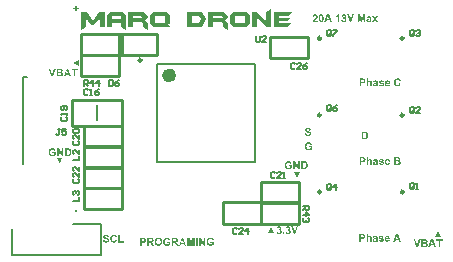
<source format=gto>
G04 Layer_Color=65535*
%FSLAX24Y24*%
%MOIN*%
G70*
G01*
G75*
%ADD36C,0.0098*%
%ADD37C,0.0236*%
%ADD38C,0.0079*%
%ADD39C,0.0100*%
%ADD40C,0.0050*%
G36*
X180240Y131276D02*
X180192D01*
X180191Y131477D01*
X180141Y131276D01*
X180091D01*
X180041Y131477D01*
Y131276D01*
X179993D01*
Y131532D01*
X180070D01*
X180116Y131357D01*
X180162Y131532D01*
X180240D01*
Y131276D01*
D02*
G37*
G36*
X179777D02*
X179721D01*
X179629Y131532D01*
X179685D01*
X179750Y131343D01*
X179813Y131532D01*
X179868D01*
X179777Y131276D01*
D02*
G37*
G36*
X180592Y131374D02*
X180660Y131276D01*
X180600D01*
X180562Y131334D01*
X180524Y131276D01*
X180467D01*
X180534Y131372D01*
X180470Y131462D01*
X180530D01*
X180562Y131410D01*
X180597Y131462D01*
X180654D01*
X180592Y131374D01*
D02*
G37*
G36*
X170441Y129468D02*
X170385D01*
X170363Y129527D01*
X170260D01*
X170239Y129468D01*
X170184D01*
X170283Y129725D01*
X170338D01*
X170441Y129468D01*
D02*
G37*
G36*
X170071Y129724D02*
X170079Y129724D01*
X170086Y129723D01*
X170093Y129723D01*
X170100Y129722D01*
X170100D01*
X170102Y129722D01*
X170105Y129721D01*
X170108Y129720D01*
X170112Y129718D01*
X170117Y129716D01*
X170122Y129714D01*
X170126Y129711D01*
X170127Y129711D01*
X170128Y129710D01*
X170130Y129708D01*
X170133Y129706D01*
X170136Y129702D01*
X170139Y129699D01*
X170143Y129695D01*
X170146Y129690D01*
X170146Y129689D01*
X170147Y129688D01*
X170148Y129685D01*
X170150Y129681D01*
X170151Y129676D01*
X170153Y129672D01*
X170154Y129666D01*
X170154Y129660D01*
Y129659D01*
Y129659D01*
Y129657D01*
X170154Y129654D01*
X170153Y129649D01*
X170151Y129644D01*
X170150Y129638D01*
X170147Y129633D01*
X170144Y129627D01*
X170144Y129626D01*
X170142Y129624D01*
X170140Y129622D01*
X170137Y129618D01*
X170134Y129615D01*
X170129Y129611D01*
X170124Y129608D01*
X170118Y129604D01*
X170118D01*
X170119Y129604D01*
X170120Y129604D01*
X170122Y129603D01*
X170126Y129601D01*
X170131Y129599D01*
X170137Y129596D01*
X170143Y129592D01*
X170149Y129587D01*
X170154Y129581D01*
X170154Y129580D01*
X170156Y129578D01*
X170158Y129575D01*
X170160Y129570D01*
X170162Y129564D01*
X170165Y129558D01*
X170166Y129551D01*
X170166Y129543D01*
Y129542D01*
Y129542D01*
Y129540D01*
X170166Y129536D01*
X170165Y129532D01*
X170165Y129527D01*
X170163Y129521D01*
X170161Y129515D01*
X170158Y129508D01*
X170158Y129508D01*
X170157Y129506D01*
X170155Y129503D01*
X170152Y129499D01*
X170149Y129495D01*
X170145Y129491D01*
X170141Y129486D01*
X170136Y129482D01*
X170135Y129482D01*
X170134Y129481D01*
X170131Y129479D01*
X170127Y129477D01*
X170121Y129475D01*
X170115Y129473D01*
X170109Y129471D01*
X170101Y129470D01*
X170100D01*
X170098Y129470D01*
X170095D01*
X170092Y129469D01*
X170085D01*
X170081Y129469D01*
X170070D01*
X170063Y129468D01*
X169952D01*
Y129725D01*
X170065D01*
X170071Y129724D01*
D02*
G37*
G36*
X179532Y131533D02*
X179535Y131533D01*
X179539Y131533D01*
X179543Y131532D01*
X179547Y131531D01*
X179556Y131528D01*
X179561Y131526D01*
X179566Y131524D01*
X179571Y131521D01*
X179575Y131518D01*
X179580Y131514D01*
X179584Y131510D01*
X179585Y131510D01*
X179585Y131510D01*
X179586Y131509D01*
X179587Y131507D01*
X179590Y131503D01*
X179594Y131498D01*
X179597Y131492D01*
X179599Y131484D01*
X179602Y131476D01*
X179602Y131472D01*
X179602Y131468D01*
Y131467D01*
Y131466D01*
X179602Y131465D01*
X179602Y131462D01*
X179601Y131459D01*
X179601Y131456D01*
X179599Y131452D01*
X179598Y131448D01*
X179596Y131444D01*
X179594Y131440D01*
X179591Y131435D01*
X179587Y131431D01*
X179582Y131426D01*
X179578Y131422D01*
X179572Y131418D01*
X179565Y131414D01*
X179566D01*
X179566Y131413D01*
X179568D01*
X179569Y131413D01*
X179573Y131412D01*
X179578Y131409D01*
X179584Y131406D01*
X179589Y131403D01*
X179595Y131398D01*
X179601Y131392D01*
X179601Y131392D01*
X179603Y131389D01*
X179605Y131386D01*
X179607Y131381D01*
X179610Y131376D01*
X179612Y131369D01*
X179613Y131361D01*
X179614Y131353D01*
Y131352D01*
Y131351D01*
Y131349D01*
X179613Y131347D01*
X179613Y131344D01*
X179612Y131341D01*
X179612Y131337D01*
X179611Y131333D01*
X179608Y131324D01*
X179606Y131319D01*
X179604Y131314D01*
X179601Y131309D01*
X179597Y131304D01*
X179594Y131299D01*
X179589Y131295D01*
X179589Y131295D01*
X179588Y131294D01*
X179586Y131293D01*
X179585Y131291D01*
X179582Y131290D01*
X179579Y131288D01*
X179576Y131285D01*
X179572Y131283D01*
X179568Y131281D01*
X179563Y131279D01*
X179558Y131277D01*
X179553Y131275D01*
X179547Y131274D01*
X179541Y131272D01*
X179534Y131272D01*
X179528Y131271D01*
X179524D01*
X179522Y131272D01*
X179519Y131272D01*
X179515Y131272D01*
X179512Y131273D01*
X179507Y131274D01*
X179498Y131276D01*
X179489Y131280D01*
X179484Y131282D01*
X179479Y131285D01*
X179474Y131288D01*
X179470Y131291D01*
X179470Y131292D01*
X179469Y131292D01*
X179468Y131294D01*
X179466Y131295D01*
X179464Y131297D01*
X179463Y131299D01*
X179460Y131302D01*
X179458Y131305D01*
X179456Y131309D01*
X179453Y131313D01*
X179449Y131322D01*
X179446Y131332D01*
X179444Y131338D01*
X179444Y131344D01*
X179491Y131349D01*
Y131349D01*
Y131349D01*
X179491Y131346D01*
X179492Y131343D01*
X179493Y131339D01*
X179495Y131335D01*
X179497Y131330D01*
X179500Y131325D01*
X179503Y131321D01*
X179504Y131321D01*
X179505Y131320D01*
X179507Y131318D01*
X179510Y131317D01*
X179514Y131315D01*
X179518Y131314D01*
X179522Y131312D01*
X179527Y131312D01*
X179528D01*
X179530Y131312D01*
X179532Y131313D01*
X179536Y131314D01*
X179540Y131315D01*
X179544Y131317D01*
X179549Y131320D01*
X179553Y131324D01*
X179553Y131324D01*
X179555Y131326D01*
X179556Y131328D01*
X179558Y131332D01*
X179560Y131336D01*
X179562Y131342D01*
X179563Y131348D01*
X179564Y131355D01*
Y131355D01*
Y131356D01*
Y131358D01*
X179563Y131361D01*
X179562Y131366D01*
X179561Y131371D01*
X179559Y131375D01*
X179557Y131380D01*
X179553Y131385D01*
X179553Y131385D01*
X179551Y131386D01*
X179549Y131388D01*
X179547Y131390D01*
X179543Y131392D01*
X179539Y131394D01*
X179534Y131395D01*
X179529Y131396D01*
X179525D01*
X179523Y131395D01*
X179520Y131395D01*
X179515Y131394D01*
X179511Y131393D01*
X179507Y131392D01*
X179512Y131432D01*
X179515D01*
X179519Y131432D01*
X179523Y131432D01*
X179528Y131433D01*
X179533Y131435D01*
X179538Y131437D01*
X179542Y131440D01*
X179543Y131440D01*
X179544Y131442D01*
X179546Y131444D01*
X179548Y131447D01*
X179550Y131450D01*
X179552Y131454D01*
X179553Y131459D01*
X179553Y131465D01*
Y131465D01*
Y131467D01*
X179553Y131469D01*
X179552Y131472D01*
X179551Y131475D01*
X179550Y131479D01*
X179548Y131482D01*
X179545Y131485D01*
X179545Y131486D01*
X179544Y131486D01*
X179542Y131488D01*
X179540Y131489D01*
X179537Y131490D01*
X179534Y131492D01*
X179529Y131493D01*
X179525Y131493D01*
X179522D01*
X179520Y131493D01*
X179517Y131492D01*
X179514Y131491D01*
X179510Y131489D01*
X179507Y131487D01*
X179503Y131484D01*
X179503Y131484D01*
X179502Y131483D01*
X179500Y131480D01*
X179498Y131477D01*
X179497Y131474D01*
X179495Y131470D01*
X179494Y131465D01*
X179492Y131459D01*
X179447Y131466D01*
Y131466D01*
X179448Y131467D01*
Y131468D01*
X179448Y131470D01*
X179449Y131474D01*
X179451Y131480D01*
X179453Y131486D01*
X179455Y131492D01*
X179458Y131498D01*
X179461Y131503D01*
X179462Y131504D01*
X179463Y131506D01*
X179465Y131508D01*
X179468Y131511D01*
X179472Y131515D01*
X179477Y131519D01*
X179482Y131522D01*
X179488Y131526D01*
X179488D01*
X179489Y131526D01*
X179491Y131527D01*
X179495Y131528D01*
X179499Y131530D01*
X179505Y131531D01*
X179511Y131533D01*
X179518Y131533D01*
X179526Y131534D01*
X179529D01*
X179532Y131533D01*
D02*
G37*
G36*
X178581D02*
X178585Y131533D01*
X178588Y131533D01*
X178592Y131532D01*
X178597Y131531D01*
X178606Y131529D01*
X178616Y131525D01*
X178621Y131523D01*
X178626Y131520D01*
X178630Y131517D01*
X178634Y131513D01*
X178635Y131513D01*
X178636Y131512D01*
X178636Y131511D01*
X178638Y131509D01*
X178640Y131507D01*
X178641Y131505D01*
X178643Y131502D01*
X178646Y131499D01*
X178649Y131492D01*
X178653Y131483D01*
X178654Y131478D01*
X178655Y131473D01*
X178656Y131467D01*
X178656Y131462D01*
Y131461D01*
Y131459D01*
X178656Y131456D01*
X178656Y131452D01*
X178655Y131446D01*
X178654Y131441D01*
X178652Y131435D01*
X178650Y131429D01*
X178650Y131428D01*
X178649Y131426D01*
X178647Y131423D01*
X178645Y131419D01*
X178643Y131414D01*
X178639Y131409D01*
X178635Y131403D01*
X178630Y131396D01*
X178630Y131396D01*
X178629Y131394D01*
X178626Y131392D01*
X178623Y131388D01*
X178619Y131383D01*
X178613Y131378D01*
X178606Y131371D01*
X178598Y131363D01*
X178598Y131363D01*
X178597Y131363D01*
X178596Y131362D01*
X178595Y131360D01*
X178590Y131356D01*
X178586Y131352D01*
X178581Y131347D01*
X178576Y131342D01*
X178572Y131338D01*
X178570Y131336D01*
X178569Y131335D01*
X178568Y131335D01*
X178568Y131334D01*
X178566Y131332D01*
X178565Y131331D01*
X178562Y131327D01*
X178559Y131322D01*
X178656D01*
Y131276D01*
X178484D01*
Y131277D01*
Y131277D01*
X178485Y131279D01*
X178485Y131281D01*
X178485Y131283D01*
X178486Y131285D01*
X178487Y131292D01*
X178489Y131299D01*
X178492Y131308D01*
X178496Y131317D01*
X178501Y131325D01*
Y131325D01*
X178502Y131326D01*
X178502Y131328D01*
X178504Y131329D01*
X178505Y131332D01*
X178508Y131334D01*
X178510Y131338D01*
X178513Y131341D01*
X178516Y131346D01*
X178521Y131350D01*
X178525Y131355D01*
X178530Y131361D01*
X178536Y131366D01*
X178542Y131373D01*
X178549Y131379D01*
X178556Y131386D01*
X178556Y131387D01*
X178558Y131388D01*
X178559Y131389D01*
X178561Y131392D01*
X178564Y131394D01*
X178567Y131397D01*
X178574Y131403D01*
X178580Y131410D01*
X178587Y131418D01*
X178590Y131420D01*
X178593Y131424D01*
X178595Y131426D01*
X178597Y131429D01*
X178597Y131429D01*
X178598Y131431D01*
X178600Y131434D01*
X178602Y131438D01*
X178604Y131443D01*
X178606Y131448D01*
X178607Y131453D01*
X178607Y131459D01*
Y131459D01*
Y131459D01*
Y131461D01*
X178607Y131465D01*
X178606Y131468D01*
X178605Y131472D01*
X178603Y131476D01*
X178601Y131480D01*
X178598Y131484D01*
X178598Y131484D01*
X178597Y131486D01*
X178595Y131487D01*
X178592Y131489D01*
X178588Y131490D01*
X178584Y131492D01*
X178579Y131493D01*
X178574Y131493D01*
X178571D01*
X178568Y131493D01*
X178565Y131492D01*
X178561Y131491D01*
X178557Y131489D01*
X178553Y131487D01*
X178549Y131484D01*
X178549Y131483D01*
X178548Y131482D01*
X178546Y131480D01*
X178545Y131476D01*
X178543Y131472D01*
X178541Y131467D01*
X178540Y131460D01*
X178539Y131453D01*
X178490Y131458D01*
Y131458D01*
X178491Y131460D01*
Y131462D01*
X178491Y131465D01*
X178492Y131468D01*
X178493Y131472D01*
X178494Y131476D01*
X178495Y131480D01*
X178499Y131490D01*
X178503Y131499D01*
X178506Y131504D01*
X178509Y131509D01*
X178513Y131512D01*
X178517Y131516D01*
X178518Y131516D01*
X178518Y131517D01*
X178519Y131517D01*
X178521Y131519D01*
X178523Y131520D01*
X178526Y131521D01*
X178529Y131523D01*
X178533Y131525D01*
X178537Y131527D01*
X178542Y131528D01*
X178551Y131531D01*
X178563Y131533D01*
X178569Y131533D01*
X178575Y131534D01*
X178579D01*
X178581Y131533D01*
D02*
G37*
G36*
X178779D02*
X178782Y131533D01*
X178785Y131532D01*
X178789Y131531D01*
X178794Y131530D01*
X178798Y131529D01*
X178803Y131527D01*
X178808Y131525D01*
X178812Y131523D01*
X178817Y131519D01*
X178822Y131516D01*
X178827Y131512D01*
X178831Y131507D01*
X178831Y131507D01*
X178832Y131506D01*
X178833Y131504D01*
X178835Y131501D01*
X178836Y131497D01*
X178839Y131493D01*
X178841Y131488D01*
X178843Y131482D01*
X178845Y131475D01*
X178848Y131467D01*
X178850Y131459D01*
X178852Y131449D01*
X178854Y131439D01*
X178855Y131428D01*
X178855Y131416D01*
X178856Y131402D01*
Y131402D01*
Y131402D01*
Y131400D01*
Y131399D01*
Y131395D01*
X178855Y131391D01*
X178855Y131385D01*
X178854Y131378D01*
X178854Y131370D01*
X178853Y131362D01*
X178851Y131354D01*
X178849Y131345D01*
X178848Y131336D01*
X178845Y131328D01*
X178842Y131319D01*
X178839Y131311D01*
X178835Y131304D01*
X178831Y131298D01*
X178830Y131297D01*
X178829Y131297D01*
X178828Y131295D01*
X178827Y131294D01*
X178825Y131292D01*
X178822Y131290D01*
X178819Y131287D01*
X178815Y131285D01*
X178811Y131282D01*
X178807Y131280D01*
X178802Y131277D01*
X178797Y131275D01*
X178792Y131274D01*
X178785Y131272D01*
X178779Y131272D01*
X178772Y131271D01*
X178771D01*
X178769Y131272D01*
X178766D01*
X178763Y131272D01*
X178760Y131273D01*
X178755Y131274D01*
X178751Y131275D01*
X178746Y131277D01*
X178741Y131278D01*
X178736Y131281D01*
X178731Y131284D01*
X178726Y131287D01*
X178721Y131291D01*
X178717Y131295D01*
X178712Y131300D01*
X178712Y131300D01*
X178711Y131301D01*
X178710Y131303D01*
X178709Y131305D01*
X178707Y131309D01*
X178705Y131313D01*
X178703Y131318D01*
X178701Y131324D01*
X178699Y131330D01*
X178697Y131338D01*
X178695Y131346D01*
X178693Y131355D01*
X178692Y131366D01*
X178691Y131377D01*
X178690Y131389D01*
X178690Y131403D01*
Y131403D01*
Y131403D01*
Y131405D01*
Y131406D01*
Y131410D01*
X178690Y131415D01*
X178690Y131420D01*
X178691Y131428D01*
X178692Y131435D01*
X178693Y131443D01*
X178694Y131452D01*
X178696Y131460D01*
X178698Y131469D01*
X178700Y131477D01*
X178703Y131486D01*
X178706Y131493D01*
X178710Y131501D01*
X178714Y131507D01*
X178715Y131507D01*
X178715Y131508D01*
X178717Y131510D01*
X178718Y131511D01*
X178720Y131513D01*
X178723Y131516D01*
X178726Y131518D01*
X178730Y131520D01*
X178734Y131523D01*
X178738Y131525D01*
X178743Y131527D01*
X178748Y131530D01*
X178753Y131531D01*
X178760Y131533D01*
X178766Y131533D01*
X178772Y131534D01*
X178776D01*
X178779Y131533D01*
D02*
G37*
G36*
X179130Y131276D02*
X179074D01*
X179052Y131334D01*
X178949D01*
X178928Y131276D01*
X178873D01*
X178973Y131532D01*
X179027D01*
X179130Y131276D01*
D02*
G37*
G36*
X180372Y131466D02*
X180375D01*
X180382Y131465D01*
X180390Y131464D01*
X180398Y131463D01*
X180406Y131460D01*
X180409Y131459D01*
X180413Y131458D01*
X180413D01*
X180413Y131457D01*
X180415Y131456D01*
X180418Y131455D01*
X180422Y131453D01*
X180426Y131450D01*
X180429Y131446D01*
X180433Y131442D01*
X180436Y131438D01*
X180436Y131438D01*
X180437Y131436D01*
X180438Y131433D01*
X180438Y131431D01*
X180439Y131428D01*
X180440Y131426D01*
X180440Y131422D01*
X180441Y131419D01*
X180441Y131415D01*
X180442Y131410D01*
X180442Y131405D01*
X180442Y131400D01*
Y131394D01*
X180442Y131337D01*
Y131336D01*
Y131336D01*
Y131335D01*
Y131333D01*
Y131328D01*
X180442Y131323D01*
Y131317D01*
X180443Y131311D01*
X180443Y131305D01*
X180444Y131301D01*
Y131300D01*
X180444Y131299D01*
X180445Y131296D01*
X180446Y131293D01*
X180447Y131290D01*
X180449Y131285D01*
X180450Y131281D01*
X180453Y131276D01*
X180404D01*
Y131277D01*
X180404Y131277D01*
X180403Y131278D01*
X180403Y131280D01*
X180402Y131282D01*
X180401Y131284D01*
X180400Y131287D01*
X180399Y131291D01*
Y131291D01*
X180399Y131291D01*
X180399Y131293D01*
X180398Y131295D01*
X180398Y131296D01*
X180397Y131296D01*
X180395Y131294D01*
X180393Y131292D01*
X180389Y131290D01*
X180385Y131287D01*
X180381Y131283D01*
X180376Y131281D01*
X180371Y131278D01*
X180370Y131278D01*
X180368Y131277D01*
X180365Y131276D01*
X180361Y131275D01*
X180357Y131274D01*
X180352Y131273D01*
X180346Y131272D01*
X180340Y131272D01*
X180337D01*
X180335Y131272D01*
X180333D01*
X180330Y131273D01*
X180324Y131274D01*
X180316Y131276D01*
X180309Y131278D01*
X180301Y131282D01*
X180295Y131287D01*
Y131288D01*
X180294Y131288D01*
X180292Y131290D01*
X180289Y131294D01*
X180287Y131298D01*
X180284Y131304D01*
X180281Y131310D01*
X180279Y131318D01*
X180279Y131322D01*
X180278Y131327D01*
Y131327D01*
Y131329D01*
X180279Y131332D01*
X180279Y131336D01*
X180280Y131340D01*
X180281Y131345D01*
X180283Y131349D01*
X180286Y131354D01*
X180286Y131355D01*
X180287Y131356D01*
X180289Y131359D01*
X180291Y131361D01*
X180294Y131364D01*
X180298Y131368D01*
X180302Y131371D01*
X180306Y131373D01*
X180307Y131373D01*
X180309Y131374D01*
X180312Y131375D01*
X180316Y131377D01*
X180322Y131379D01*
X180329Y131381D01*
X180337Y131383D01*
X180346Y131385D01*
X180346D01*
X180347Y131385D01*
X180349Y131385D01*
X180351Y131386D01*
X180354Y131386D01*
X180358Y131387D01*
X180365Y131389D01*
X180373Y131391D01*
X180381Y131392D01*
X180388Y131395D01*
X180391Y131396D01*
X180394Y131397D01*
Y131402D01*
Y131402D01*
Y131404D01*
X180393Y131406D01*
X180393Y131410D01*
X180392Y131413D01*
X180391Y131416D01*
X180389Y131419D01*
X180386Y131422D01*
X180386Y131422D01*
X180385Y131423D01*
X180383Y131424D01*
X180380Y131425D01*
X180377Y131426D01*
X180372Y131427D01*
X180367Y131428D01*
X180360Y131428D01*
X180358D01*
X180356Y131428D01*
X180353Y131428D01*
X180349Y131427D01*
X180346Y131426D01*
X180342Y131425D01*
X180339Y131423D01*
X180339Y131422D01*
X180338Y131422D01*
X180337Y131420D01*
X180335Y131419D01*
X180333Y131416D01*
X180331Y131413D01*
X180329Y131409D01*
X180328Y131405D01*
X180284Y131413D01*
Y131413D01*
X180284Y131414D01*
X180284Y131415D01*
X180285Y131417D01*
X180286Y131419D01*
X180287Y131422D01*
X180289Y131428D01*
X180293Y131434D01*
X180298Y131441D01*
X180303Y131447D01*
X180309Y131453D01*
X180309D01*
X180310Y131453D01*
X180311Y131454D01*
X180312Y131455D01*
X180315Y131456D01*
X180317Y131457D01*
X180320Y131458D01*
X180323Y131459D01*
X180326Y131460D01*
X180331Y131462D01*
X180335Y131463D01*
X180340Y131464D01*
X180345Y131465D01*
X180351Y131465D01*
X180357Y131466D01*
X180369D01*
X180372Y131466D01*
D02*
G37*
G36*
X179372Y131276D02*
X179323D01*
Y131462D01*
X179322Y131461D01*
X179322Y131460D01*
X179320Y131459D01*
X179318Y131457D01*
X179315Y131455D01*
X179312Y131453D01*
X179309Y131450D01*
X179305Y131447D01*
X179300Y131445D01*
X179295Y131442D01*
X179290Y131438D01*
X179285Y131435D01*
X179273Y131430D01*
X179259Y131425D01*
Y131469D01*
X179260D01*
X179260Y131469D01*
X179261Y131470D01*
X179263Y131470D01*
X179266Y131472D01*
X179272Y131474D01*
X179278Y131477D01*
X179285Y131481D01*
X179293Y131486D01*
X179301Y131492D01*
X179301Y131493D01*
X179302Y131493D01*
X179303Y131494D01*
X179305Y131496D01*
X179309Y131499D01*
X179313Y131504D01*
X179318Y131510D01*
X179323Y131517D01*
X179328Y131525D01*
X179332Y131534D01*
X179372D01*
Y131276D01*
D02*
G37*
G36*
X170654Y129681D02*
X170578D01*
Y129468D01*
X170526D01*
Y129681D01*
X170451D01*
Y129725D01*
X170654D01*
Y129681D01*
D02*
G37*
G36*
X170624Y131753D02*
X170691D01*
Y131708D01*
X170624D01*
Y131641D01*
X170579D01*
Y131708D01*
X170512D01*
Y131753D01*
X170579D01*
Y131820D01*
X170624D01*
Y131753D01*
D02*
G37*
G36*
X169820Y127072D02*
X169824Y127071D01*
X169829Y127071D01*
X169834Y127070D01*
X169839Y127069D01*
X169851Y127067D01*
X169863Y127063D01*
X169870Y127061D01*
X169876Y127059D01*
X169881Y127056D01*
X169886Y127052D01*
X169887Y127052D01*
X169887Y127051D01*
X169889Y127050D01*
X169891Y127048D01*
X169893Y127046D01*
X169895Y127044D01*
X169898Y127041D01*
X169901Y127037D01*
X169904Y127034D01*
X169907Y127030D01*
X169910Y127025D01*
X169912Y127020D01*
X169915Y127015D01*
X169917Y127009D01*
X169920Y127003D01*
X169921Y126997D01*
X169870Y126987D01*
Y126988D01*
X169869Y126988D01*
X169869Y126990D01*
X169867Y126993D01*
X169865Y126998D01*
X169862Y127003D01*
X169859Y127007D01*
X169854Y127012D01*
X169849Y127017D01*
X169848Y127017D01*
X169846Y127019D01*
X169843Y127020D01*
X169839Y127022D01*
X169833Y127025D01*
X169827Y127026D01*
X169820Y127027D01*
X169812Y127028D01*
X169809D01*
X169806Y127027D01*
X169803Y127027D01*
X169800Y127027D01*
X169796Y127026D01*
X169792Y127025D01*
X169784Y127023D01*
X169779Y127021D01*
X169775Y127019D01*
X169771Y127016D01*
X169766Y127013D01*
X169762Y127010D01*
X169758Y127006D01*
X169758Y127006D01*
X169757Y127005D01*
X169756Y127004D01*
X169755Y127002D01*
X169753Y127000D01*
X169752Y126997D01*
X169750Y126994D01*
X169748Y126990D01*
X169746Y126986D01*
X169745Y126981D01*
X169743Y126976D01*
X169741Y126970D01*
X169740Y126964D01*
X169739Y126957D01*
X169739Y126950D01*
X169738Y126942D01*
Y126942D01*
Y126940D01*
Y126938D01*
X169739Y126935D01*
X169739Y126931D01*
X169739Y126926D01*
X169740Y126921D01*
X169741Y126916D01*
X169743Y126905D01*
X169747Y126894D01*
X169749Y126888D01*
X169752Y126883D01*
X169755Y126878D01*
X169758Y126873D01*
X169759Y126873D01*
X169759Y126872D01*
X169761Y126871D01*
X169762Y126869D01*
X169764Y126868D01*
X169766Y126866D01*
X169769Y126864D01*
X169773Y126862D01*
X169776Y126859D01*
X169780Y126858D01*
X169789Y126854D01*
X169795Y126852D01*
X169800Y126851D01*
X169806Y126851D01*
X169812Y126850D01*
X169815D01*
X169818Y126851D01*
X169822Y126851D01*
X169827Y126852D01*
X169832Y126853D01*
X169838Y126854D01*
X169844Y126857D01*
X169845D01*
X169845Y126857D01*
X169847Y126858D01*
X169850Y126859D01*
X169854Y126861D01*
X169858Y126863D01*
X169863Y126866D01*
X169868Y126869D01*
X169872Y126872D01*
Y126905D01*
X169813D01*
Y126948D01*
X169924D01*
Y126845D01*
X169924Y126845D01*
X169923Y126844D01*
X169921Y126843D01*
X169920Y126841D01*
X169918Y126840D01*
X169913Y126836D01*
X169906Y126832D01*
X169897Y126827D01*
X169888Y126822D01*
X169877Y126818D01*
X169877D01*
X169876Y126818D01*
X169874Y126817D01*
X169872Y126816D01*
X169869Y126815D01*
X169866Y126814D01*
X169862Y126813D01*
X169858Y126812D01*
X169849Y126810D01*
X169838Y126808D01*
X169827Y126807D01*
X169815Y126806D01*
X169811D01*
X169808Y126807D01*
X169805D01*
X169800Y126807D01*
X169796Y126808D01*
X169791Y126808D01*
X169780Y126810D01*
X169768Y126813D01*
X169756Y126817D01*
X169751Y126820D01*
X169745Y126823D01*
X169744Y126823D01*
X169743Y126824D01*
X169742Y126825D01*
X169740Y126826D01*
X169737Y126828D01*
X169735Y126830D01*
X169731Y126832D01*
X169728Y126835D01*
X169721Y126842D01*
X169713Y126851D01*
X169706Y126860D01*
X169700Y126871D01*
Y126872D01*
X169699Y126873D01*
X169698Y126875D01*
X169698Y126877D01*
X169697Y126880D01*
X169695Y126883D01*
X169694Y126887D01*
X169692Y126892D01*
X169691Y126896D01*
X169690Y126902D01*
X169687Y126914D01*
X169686Y126926D01*
X169685Y126940D01*
Y126940D01*
Y126942D01*
Y126944D01*
X169685Y126946D01*
Y126950D01*
X169686Y126954D01*
X169687Y126959D01*
X169687Y126964D01*
X169689Y126975D01*
X169692Y126987D01*
X169696Y126999D01*
X169699Y127005D01*
X169702Y127011D01*
X169702Y127011D01*
X169702Y127012D01*
X169704Y127014D01*
X169705Y127016D01*
X169706Y127019D01*
X169709Y127022D01*
X169711Y127025D01*
X169714Y127029D01*
X169717Y127032D01*
X169721Y127036D01*
X169725Y127040D01*
X169729Y127044D01*
X169734Y127048D01*
X169739Y127052D01*
X169751Y127059D01*
X169751D01*
X169752Y127060D01*
X169753Y127060D01*
X169755Y127061D01*
X169758Y127062D01*
X169760Y127063D01*
X169764Y127064D01*
X169768Y127066D01*
X169772Y127067D01*
X169776Y127068D01*
X169782Y127069D01*
X169787Y127070D01*
X169799Y127072D01*
X169812Y127072D01*
X169816D01*
X169820Y127072D01*
D02*
G37*
G36*
X180978Y124148D02*
X180982Y124148D01*
X180986Y124147D01*
X180990Y124146D01*
X180995Y124145D01*
X181000Y124144D01*
X181005Y124142D01*
X181011Y124140D01*
X181016Y124137D01*
X181022Y124134D01*
X181027Y124130D01*
X181032Y124125D01*
X181036Y124121D01*
X181037Y124120D01*
X181038Y124120D01*
X181039Y124118D01*
X181040Y124115D01*
X181042Y124113D01*
X181044Y124109D01*
X181046Y124105D01*
X181048Y124100D01*
X181050Y124094D01*
X181053Y124088D01*
X181055Y124081D01*
X181056Y124074D01*
X181058Y124066D01*
X181059Y124057D01*
X181060Y124047D01*
Y124037D01*
X180937D01*
Y124037D01*
Y124036D01*
Y124035D01*
X180937Y124033D01*
X180938Y124030D01*
X180938Y124024D01*
X180940Y124019D01*
X180942Y124013D01*
X180945Y124008D01*
X180948Y124003D01*
X180949Y124003D01*
X180951Y124001D01*
X180953Y123999D01*
X180956Y123997D01*
X180960Y123995D01*
X180965Y123993D01*
X180971Y123992D01*
X180977Y123991D01*
X180979D01*
X180981Y123992D01*
X180984Y123992D01*
X180986Y123993D01*
X180990Y123994D01*
X180993Y123995D01*
X180996Y123997D01*
X180996Y123998D01*
X180998Y123999D01*
X180999Y124000D01*
X181001Y124002D01*
X181003Y124005D01*
X181005Y124009D01*
X181006Y124013D01*
X181008Y124018D01*
X181057Y124010D01*
Y124009D01*
X181057Y124009D01*
X181056Y124007D01*
X181055Y124005D01*
X181054Y124003D01*
X181053Y124000D01*
X181050Y123995D01*
X181046Y123988D01*
X181040Y123981D01*
X181034Y123975D01*
X181027Y123969D01*
X181027D01*
X181026Y123968D01*
X181025Y123968D01*
X181023Y123966D01*
X181022Y123965D01*
X181019Y123964D01*
X181016Y123963D01*
X181013Y123962D01*
X181006Y123959D01*
X180997Y123957D01*
X180987Y123955D01*
X180976Y123955D01*
X180974D01*
X180972Y123955D01*
X180969D01*
X180965Y123956D01*
X180960Y123956D01*
X180955Y123957D01*
X180949Y123959D01*
X180944Y123960D01*
X180938Y123962D01*
X180932Y123965D01*
X180926Y123968D01*
X180920Y123972D01*
X180914Y123976D01*
X180910Y123980D01*
X180905Y123986D01*
X180904Y123986D01*
X180904Y123987D01*
X180903Y123989D01*
X180902Y123990D01*
X180901Y123993D01*
X180899Y123996D01*
X180897Y123999D01*
X180896Y124003D01*
X180894Y124008D01*
X180892Y124013D01*
X180891Y124018D01*
X180890Y124024D01*
X180888Y124030D01*
X180887Y124036D01*
X180887Y124043D01*
X180887Y124050D01*
Y124050D01*
Y124052D01*
Y124054D01*
X180887Y124058D01*
X180887Y124061D01*
X180888Y124066D01*
X180888Y124071D01*
X180890Y124076D01*
X180892Y124088D01*
X180894Y124094D01*
X180897Y124100D01*
X180900Y124106D01*
X180903Y124111D01*
X180907Y124117D01*
X180911Y124122D01*
X180911Y124123D01*
X180912Y124123D01*
X180913Y124125D01*
X180915Y124126D01*
X180917Y124128D01*
X180920Y124130D01*
X180924Y124133D01*
X180927Y124135D01*
X180931Y124138D01*
X180936Y124140D01*
X180941Y124143D01*
X180947Y124144D01*
X180952Y124146D01*
X180958Y124147D01*
X180965Y124148D01*
X180971Y124148D01*
X180975D01*
X180978Y124148D01*
D02*
G37*
G36*
X180333Y124120D02*
X180333Y124120D01*
X180334Y124121D01*
X180335Y124123D01*
X180337Y124124D01*
X180339Y124127D01*
X180342Y124129D01*
X180345Y124131D01*
X180349Y124134D01*
X180353Y124137D01*
X180357Y124140D01*
X180367Y124144D01*
X180372Y124146D01*
X180377Y124147D01*
X180383Y124148D01*
X180389Y124148D01*
X180392D01*
X180396Y124148D01*
X180400Y124148D01*
X180404Y124147D01*
X180409Y124145D01*
X180415Y124144D01*
X180420Y124142D01*
X180421Y124141D01*
X180422Y124141D01*
X180425Y124139D01*
X180428Y124137D01*
X180431Y124135D01*
X180434Y124133D01*
X180438Y124129D01*
X180441Y124126D01*
X180441Y124125D01*
X180442Y124124D01*
X180443Y124122D01*
X180444Y124120D01*
X180446Y124116D01*
X180448Y124113D01*
X180449Y124108D01*
X180450Y124104D01*
Y124104D01*
X180451Y124102D01*
X180451Y124099D01*
X180452Y124095D01*
X180452Y124090D01*
X180453Y124084D01*
X180453Y124076D01*
Y124067D01*
Y123959D01*
X180404D01*
Y124056D01*
Y124057D01*
Y124057D01*
Y124059D01*
Y124061D01*
Y124063D01*
Y124066D01*
X180403Y124072D01*
X180403Y124078D01*
X180403Y124084D01*
X180402Y124090D01*
X180401Y124091D01*
X180401Y124093D01*
Y124094D01*
X180400Y124095D01*
X180399Y124096D01*
X180399Y124098D01*
X180395Y124102D01*
X180393Y124104D01*
X180391Y124106D01*
X180390Y124106D01*
X180390Y124107D01*
X180388Y124107D01*
X180386Y124108D01*
X180383Y124109D01*
X180380Y124110D01*
X180377Y124110D01*
X180373Y124111D01*
X180371D01*
X180369Y124110D01*
X180366Y124110D01*
X180362Y124109D01*
X180359Y124108D01*
X180355Y124107D01*
X180351Y124104D01*
X180351Y124104D01*
X180350Y124103D01*
X180348Y124102D01*
X180346Y124100D01*
X180343Y124097D01*
X180341Y124094D01*
X180339Y124091D01*
X180337Y124087D01*
Y124086D01*
X180336Y124084D01*
X180336Y124082D01*
X180335Y124078D01*
X180334Y124073D01*
X180333Y124067D01*
X180333Y124060D01*
X180333Y124051D01*
Y123959D01*
X180283D01*
Y124215D01*
X180333D01*
Y124120D01*
D02*
G37*
G36*
X180144Y124214D02*
X180154D01*
X180164Y124214D01*
X180175Y124213D01*
X180179Y124212D01*
X180184Y124212D01*
X180187Y124211D01*
X180190Y124211D01*
X180191D01*
X180191Y124210D01*
X180192Y124210D01*
X180194Y124209D01*
X180198Y124208D01*
X180203Y124205D01*
X180209Y124202D01*
X180215Y124198D01*
X180221Y124192D01*
X180227Y124185D01*
Y124185D01*
X180228Y124185D01*
X180228Y124184D01*
X180229Y124182D01*
X180231Y124180D01*
X180232Y124178D01*
X180233Y124175D01*
X180235Y124172D01*
X180237Y124165D01*
X180240Y124157D01*
X180241Y124147D01*
X180242Y124136D01*
Y124135D01*
Y124135D01*
Y124134D01*
Y124132D01*
X180242Y124130D01*
Y124127D01*
X180241Y124122D01*
X180240Y124116D01*
X180238Y124109D01*
X180236Y124102D01*
X180233Y124096D01*
X180233Y124095D01*
X180232Y124093D01*
X180230Y124090D01*
X180227Y124087D01*
X180224Y124083D01*
X180220Y124079D01*
X180216Y124074D01*
X180211Y124071D01*
X180211Y124070D01*
X180209Y124069D01*
X180207Y124068D01*
X180203Y124066D01*
X180199Y124064D01*
X180195Y124062D01*
X180190Y124060D01*
X180185Y124059D01*
X180184D01*
X180183Y124058D01*
X180181D01*
X180179Y124058D01*
X180177Y124057D01*
X180174Y124057D01*
X180171D01*
X180168Y124057D01*
X180164Y124056D01*
X180159Y124056D01*
X180154Y124056D01*
X180149D01*
X180144Y124055D01*
X180098D01*
Y123959D01*
X180046D01*
Y124215D01*
X180140D01*
X180144Y124214D01*
D02*
G37*
G36*
X170176Y126811D02*
X170124D01*
X170020Y126980D01*
Y126811D01*
X169973D01*
Y127067D01*
X170022D01*
X170128Y126895D01*
Y127067D01*
X170176D01*
Y126811D01*
D02*
G37*
G36*
X172060Y123970D02*
X172188D01*
Y123927D01*
X172008D01*
Y124181D01*
X172060D01*
Y123970D01*
D02*
G37*
G36*
X169835Y129468D02*
X169779D01*
X169687Y129725D01*
X169743D01*
X169808Y129535D01*
X169871Y129725D01*
X169926D01*
X169835Y129468D01*
D02*
G37*
G36*
X171866Y124188D02*
X171870Y124187D01*
X171875Y124187D01*
X171880Y124186D01*
X171886Y124185D01*
X171892Y124183D01*
X171898Y124181D01*
X171904Y124179D01*
X171911Y124176D01*
X171917Y124173D01*
X171923Y124170D01*
X171929Y124165D01*
X171935Y124160D01*
X171935D01*
X171936Y124160D01*
X171937Y124158D01*
X171938Y124157D01*
X171939Y124155D01*
X171941Y124153D01*
X171945Y124148D01*
X171949Y124141D01*
X171953Y124133D01*
X171957Y124124D01*
X171961Y124113D01*
X171910Y124101D01*
Y124101D01*
X171910Y124102D01*
Y124103D01*
X171909Y124104D01*
X171908Y124108D01*
X171906Y124112D01*
X171903Y124117D01*
X171900Y124123D01*
X171896Y124128D01*
X171891Y124132D01*
X171890Y124133D01*
X171888Y124134D01*
X171885Y124136D01*
X171881Y124138D01*
X171876Y124140D01*
X171870Y124142D01*
X171863Y124144D01*
X171856Y124144D01*
X171853D01*
X171851Y124144D01*
X171849Y124143D01*
X171846Y124143D01*
X171840Y124141D01*
X171832Y124139D01*
X171825Y124135D01*
X171821Y124133D01*
X171817Y124130D01*
X171813Y124127D01*
X171810Y124123D01*
Y124123D01*
X171809Y124122D01*
X171808Y124121D01*
X171807Y124119D01*
X171806Y124117D01*
X171804Y124114D01*
X171803Y124111D01*
X171801Y124107D01*
X171799Y124103D01*
X171798Y124098D01*
X171796Y124093D01*
X171795Y124087D01*
X171794Y124080D01*
X171793Y124073D01*
X171793Y124065D01*
X171792Y124057D01*
Y124056D01*
Y124054D01*
Y124052D01*
X171793Y124049D01*
Y124045D01*
X171794Y124040D01*
X171794Y124035D01*
X171795Y124030D01*
X171797Y124018D01*
X171800Y124007D01*
X171802Y124001D01*
X171804Y123996D01*
X171807Y123991D01*
X171810Y123987D01*
X171810Y123987D01*
X171811Y123986D01*
X171812Y123985D01*
X171813Y123984D01*
X171817Y123981D01*
X171822Y123977D01*
X171828Y123973D01*
X171836Y123970D01*
X171845Y123967D01*
X171850Y123967D01*
X171855Y123967D01*
X171857D01*
X171858Y123967D01*
X171862Y123967D01*
X171867Y123968D01*
X171872Y123970D01*
X171878Y123972D01*
X171884Y123975D01*
X171890Y123980D01*
X171891Y123980D01*
X171893Y123982D01*
X171895Y123985D01*
X171898Y123990D01*
X171902Y123996D01*
X171905Y124003D01*
X171909Y124011D01*
X171912Y124021D01*
X171962Y124006D01*
Y124005D01*
X171962Y124004D01*
X171961Y124002D01*
X171960Y123999D01*
X171958Y123995D01*
X171957Y123991D01*
X171955Y123987D01*
X171953Y123982D01*
X171947Y123972D01*
X171941Y123962D01*
X171933Y123952D01*
X171928Y123947D01*
X171923Y123943D01*
X171923Y123943D01*
X171922Y123942D01*
X171921Y123941D01*
X171919Y123940D01*
X171916Y123938D01*
X171913Y123937D01*
X171909Y123935D01*
X171905Y123933D01*
X171900Y123931D01*
X171895Y123929D01*
X171889Y123928D01*
X171883Y123926D01*
X171877Y123925D01*
X171870Y123923D01*
X171863Y123923D01*
X171855Y123923D01*
X171853D01*
X171851Y123923D01*
X171847Y123923D01*
X171843Y123924D01*
X171838Y123925D01*
X171832Y123926D01*
X171826Y123927D01*
X171819Y123929D01*
X171813Y123931D01*
X171806Y123934D01*
X171799Y123938D01*
X171792Y123941D01*
X171785Y123946D01*
X171778Y123951D01*
X171772Y123958D01*
X171771Y123958D01*
X171770Y123959D01*
X171769Y123961D01*
X171767Y123964D01*
X171764Y123967D01*
X171761Y123972D01*
X171758Y123977D01*
X171755Y123983D01*
X171752Y123989D01*
X171750Y123996D01*
X171747Y124004D01*
X171744Y124013D01*
X171742Y124022D01*
X171741Y124031D01*
X171740Y124042D01*
X171739Y124053D01*
Y124053D01*
Y124054D01*
Y124056D01*
X171740Y124059D01*
Y124064D01*
X171740Y124069D01*
X171741Y124075D01*
X171742Y124082D01*
X171743Y124090D01*
X171745Y124097D01*
X171747Y124106D01*
X171750Y124114D01*
X171753Y124122D01*
X171757Y124130D01*
X171761Y124138D01*
X171766Y124145D01*
X171772Y124152D01*
X171772Y124153D01*
X171774Y124154D01*
X171775Y124156D01*
X171778Y124158D01*
X171781Y124161D01*
X171785Y124164D01*
X171790Y124167D01*
X171795Y124170D01*
X171801Y124174D01*
X171808Y124177D01*
X171815Y124180D01*
X171822Y124182D01*
X171831Y124185D01*
X171839Y124187D01*
X171849Y124188D01*
X171859Y124188D01*
X171863D01*
X171866Y124188D01*
D02*
G37*
G36*
X170336Y127067D02*
X170343Y127066D01*
X170351Y127066D01*
X170359Y127065D01*
X170367Y127064D01*
X170374Y127062D01*
X170374D01*
X170375Y127062D01*
X170376Y127061D01*
X170377Y127061D01*
X170382Y127059D01*
X170387Y127056D01*
X170393Y127053D01*
X170400Y127049D01*
X170406Y127044D01*
X170412Y127038D01*
X170412D01*
X170413Y127037D01*
X170415Y127035D01*
X170418Y127032D01*
X170421Y127027D01*
X170425Y127021D01*
X170429Y127014D01*
X170433Y127006D01*
X170437Y126997D01*
Y126996D01*
X170437Y126996D01*
X170437Y126994D01*
X170438Y126992D01*
X170438Y126990D01*
X170439Y126987D01*
X170440Y126984D01*
X170441Y126980D01*
X170442Y126976D01*
X170442Y126971D01*
X170443Y126966D01*
X170444Y126961D01*
X170445Y126949D01*
X170445Y126936D01*
Y126936D01*
Y126935D01*
Y126933D01*
Y126931D01*
X170445Y126928D01*
Y126925D01*
X170444Y126922D01*
X170444Y126918D01*
X170443Y126909D01*
X170442Y126900D01*
X170439Y126891D01*
X170437Y126882D01*
Y126882D01*
X170437Y126881D01*
X170436Y126879D01*
X170435Y126877D01*
X170434Y126875D01*
X170433Y126872D01*
X170430Y126866D01*
X170426Y126859D01*
X170421Y126851D01*
X170416Y126844D01*
X170410Y126837D01*
X170409Y126836D01*
X170407Y126834D01*
X170404Y126832D01*
X170400Y126829D01*
X170395Y126826D01*
X170389Y126822D01*
X170381Y126819D01*
X170373Y126816D01*
X170373D01*
X170373Y126816D01*
X170371D01*
X170370Y126815D01*
X170366Y126815D01*
X170361Y126814D01*
X170355Y126812D01*
X170347Y126812D01*
X170338Y126811D01*
X170328Y126811D01*
X170231D01*
Y127067D01*
X170333D01*
X170336Y127067D01*
D02*
G37*
G36*
X171607Y124188D02*
X171611Y124187D01*
X171616Y124187D01*
X171620Y124186D01*
X171626Y124185D01*
X171638Y124183D01*
X171644Y124181D01*
X171650Y124179D01*
X171656Y124177D01*
X171661Y124174D01*
X171666Y124170D01*
X171671Y124167D01*
X171671Y124166D01*
X171672Y124165D01*
X171673Y124164D01*
X171675Y124163D01*
X171677Y124161D01*
X171679Y124158D01*
X171681Y124155D01*
X171684Y124152D01*
X171686Y124148D01*
X171688Y124144D01*
X171690Y124139D01*
X171692Y124134D01*
X171694Y124128D01*
X171695Y124123D01*
X171697Y124117D01*
X171697Y124110D01*
X171645Y124108D01*
Y124108D01*
Y124109D01*
X171644Y124111D01*
X171644Y124115D01*
X171642Y124119D01*
X171640Y124124D01*
X171638Y124128D01*
X171634Y124133D01*
X171631Y124136D01*
X171630Y124137D01*
X171629Y124138D01*
X171626Y124139D01*
X171623Y124141D01*
X171618Y124142D01*
X171613Y124144D01*
X171606Y124145D01*
X171598Y124145D01*
X171594D01*
X171590Y124145D01*
X171586Y124144D01*
X171580Y124143D01*
X171574Y124141D01*
X171569Y124139D01*
X171563Y124135D01*
X171563Y124135D01*
X171562Y124134D01*
X171561Y124133D01*
X171559Y124131D01*
X171558Y124129D01*
X171556Y124126D01*
X171556Y124123D01*
X171555Y124120D01*
Y124119D01*
Y124118D01*
X171556Y124116D01*
X171556Y124114D01*
X171557Y124112D01*
X171558Y124109D01*
X171560Y124107D01*
X171563Y124104D01*
X171563Y124104D01*
X171565Y124103D01*
X171566Y124102D01*
X171568Y124101D01*
X171570Y124100D01*
X171572Y124099D01*
X171575Y124098D01*
X171579Y124096D01*
X171583Y124095D01*
X171587Y124093D01*
X171592Y124092D01*
X171597Y124090D01*
X171603Y124089D01*
X171610Y124087D01*
X171610D01*
X171612Y124087D01*
X171614Y124086D01*
X171616Y124086D01*
X171619Y124085D01*
X171623Y124084D01*
X171627Y124083D01*
X171631Y124081D01*
X171640Y124079D01*
X171649Y124076D01*
X171658Y124072D01*
X171662Y124070D01*
X171666Y124069D01*
X171666D01*
X171666Y124068D01*
X171668Y124067D01*
X171672Y124064D01*
X171676Y124061D01*
X171680Y124058D01*
X171685Y124053D01*
X171690Y124048D01*
X171694Y124042D01*
X171694Y124041D01*
X171695Y124039D01*
X171697Y124036D01*
X171699Y124031D01*
X171701Y124025D01*
X171703Y124018D01*
X171704Y124010D01*
X171704Y124002D01*
Y124001D01*
Y124000D01*
Y123999D01*
Y123998D01*
X171704Y123996D01*
X171704Y123993D01*
X171703Y123988D01*
X171701Y123982D01*
X171699Y123975D01*
X171696Y123967D01*
X171692Y123960D01*
Y123960D01*
X171691Y123959D01*
X171690Y123957D01*
X171687Y123953D01*
X171683Y123949D01*
X171678Y123945D01*
X171672Y123940D01*
X171665Y123936D01*
X171657Y123932D01*
X171657D01*
X171656Y123931D01*
X171655Y123931D01*
X171653Y123930D01*
X171651Y123929D01*
X171648Y123929D01*
X171645Y123928D01*
X171642Y123927D01*
X171638Y123926D01*
X171634Y123925D01*
X171624Y123924D01*
X171613Y123923D01*
X171602Y123922D01*
X171597D01*
X171593Y123923D01*
X171589Y123923D01*
X171585Y123923D01*
X171580Y123924D01*
X171574Y123925D01*
X171562Y123928D01*
X171556Y123930D01*
X171550Y123932D01*
X171543Y123934D01*
X171537Y123937D01*
X171532Y123940D01*
X171527Y123945D01*
X171526Y123945D01*
X171526Y123946D01*
X171524Y123947D01*
X171523Y123949D01*
X171520Y123951D01*
X171518Y123954D01*
X171516Y123958D01*
X171513Y123961D01*
X171510Y123966D01*
X171508Y123970D01*
X171505Y123976D01*
X171503Y123982D01*
X171501Y123988D01*
X171499Y123995D01*
X171497Y124003D01*
X171496Y124010D01*
X171546Y124015D01*
Y124015D01*
X171547Y124014D01*
Y124013D01*
X171547Y124011D01*
X171549Y124007D01*
X171550Y124001D01*
X171553Y123995D01*
X171556Y123989D01*
X171560Y123983D01*
X171565Y123978D01*
X171565Y123977D01*
X171567Y123976D01*
X171570Y123974D01*
X171574Y123972D01*
X171580Y123970D01*
X171586Y123968D01*
X171594Y123966D01*
X171602Y123966D01*
X171606D01*
X171611Y123967D01*
X171616Y123967D01*
X171622Y123969D01*
X171629Y123970D01*
X171634Y123973D01*
X171640Y123976D01*
X171640Y123977D01*
X171642Y123978D01*
X171644Y123980D01*
X171646Y123983D01*
X171649Y123987D01*
X171651Y123992D01*
X171652Y123996D01*
X171653Y124001D01*
Y124002D01*
Y124003D01*
X171652Y124004D01*
X171652Y124007D01*
X171651Y124009D01*
X171650Y124012D01*
X171649Y124014D01*
X171647Y124017D01*
X171647Y124017D01*
X171646Y124018D01*
X171645Y124019D01*
X171643Y124020D01*
X171640Y124022D01*
X171637Y124024D01*
X171633Y124026D01*
X171629Y124028D01*
X171628D01*
X171627Y124029D01*
X171624Y124029D01*
X171622Y124030D01*
X171620Y124030D01*
X171617Y124031D01*
X171614Y124032D01*
X171611Y124033D01*
X171607Y124034D01*
X171603Y124035D01*
X171598Y124036D01*
X171593Y124038D01*
X171587Y124039D01*
X171587D01*
X171585Y124040D01*
X171583Y124040D01*
X171580Y124041D01*
X171577Y124042D01*
X171573Y124043D01*
X171569Y124045D01*
X171564Y124046D01*
X171555Y124050D01*
X171545Y124054D01*
X171540Y124057D01*
X171536Y124059D01*
X171532Y124062D01*
X171529Y124064D01*
X171529Y124065D01*
X171528Y124066D01*
X171527Y124067D01*
X171525Y124068D01*
X171523Y124070D01*
X171522Y124073D01*
X171519Y124076D01*
X171518Y124079D01*
X171513Y124087D01*
X171509Y124096D01*
X171508Y124100D01*
X171507Y124105D01*
X171506Y124111D01*
X171506Y124116D01*
Y124117D01*
Y124117D01*
Y124118D01*
Y124120D01*
X171506Y124123D01*
X171507Y124128D01*
X171508Y124134D01*
X171510Y124140D01*
X171513Y124147D01*
X171516Y124153D01*
Y124153D01*
X171517Y124154D01*
X171519Y124156D01*
X171521Y124159D01*
X171525Y124162D01*
X171529Y124167D01*
X171535Y124171D01*
X171541Y124175D01*
X171548Y124179D01*
X171549D01*
X171549Y124179D01*
X171550Y124180D01*
X171552Y124180D01*
X171554Y124181D01*
X171556Y124182D01*
X171559Y124182D01*
X171563Y124184D01*
X171570Y124185D01*
X171579Y124187D01*
X171588Y124188D01*
X171599Y124188D01*
X171603D01*
X171607Y124188D01*
D02*
G37*
G36*
X177105Y131108D02*
X176979D01*
X176640Y131396D01*
Y131108D01*
X176473Y131108D01*
Y131620D01*
X176591D01*
X176938Y131325D01*
Y131616D01*
X177105Y131707D01*
Y131108D01*
D02*
G37*
G36*
X177670Y124470D02*
X177674Y124469D01*
X177677Y124469D01*
X177681Y124468D01*
X177685Y124467D01*
X177695Y124465D01*
X177699Y124463D01*
X177705Y124460D01*
X177709Y124458D01*
X177714Y124455D01*
X177719Y124451D01*
X177723Y124447D01*
X177723Y124446D01*
X177723Y124446D01*
X177724Y124445D01*
X177726Y124443D01*
X177729Y124440D01*
X177732Y124435D01*
X177735Y124428D01*
X177738Y124421D01*
X177740Y124413D01*
X177740Y124409D01*
X177741Y124404D01*
Y124404D01*
Y124403D01*
X177740Y124401D01*
X177740Y124399D01*
X177740Y124396D01*
X177739Y124392D01*
X177738Y124389D01*
X177736Y124385D01*
X177734Y124381D01*
X177732Y124376D01*
X177729Y124372D01*
X177725Y124367D01*
X177721Y124363D01*
X177716Y124358D01*
X177710Y124354D01*
X177704Y124350D01*
X177704D01*
X177705Y124350D01*
X177706D01*
X177707Y124349D01*
X177712Y124348D01*
X177716Y124346D01*
X177722Y124343D01*
X177728Y124339D01*
X177734Y124334D01*
X177739Y124329D01*
X177740Y124328D01*
X177741Y124326D01*
X177743Y124322D01*
X177746Y124318D01*
X177748Y124312D01*
X177750Y124305D01*
X177752Y124298D01*
X177752Y124289D01*
Y124289D01*
Y124288D01*
Y124286D01*
X177752Y124284D01*
X177752Y124281D01*
X177751Y124277D01*
X177750Y124273D01*
X177749Y124269D01*
X177746Y124260D01*
X177744Y124256D01*
X177742Y124250D01*
X177739Y124246D01*
X177736Y124241D01*
X177732Y124236D01*
X177727Y124231D01*
X177727Y124231D01*
X177726Y124230D01*
X177725Y124229D01*
X177723Y124228D01*
X177720Y124226D01*
X177718Y124224D01*
X177714Y124222D01*
X177710Y124220D01*
X177706Y124217D01*
X177702Y124215D01*
X177696Y124213D01*
X177691Y124211D01*
X177685Y124210D01*
X177679Y124209D01*
X177673Y124208D01*
X177666Y124208D01*
X177663D01*
X177660Y124208D01*
X177657Y124209D01*
X177654Y124209D01*
X177650Y124210D01*
X177646Y124210D01*
X177637Y124213D01*
X177627Y124216D01*
X177622Y124219D01*
X177618Y124221D01*
X177613Y124224D01*
X177608Y124228D01*
X177608Y124228D01*
X177607Y124229D01*
X177606Y124230D01*
X177605Y124231D01*
X177603Y124233D01*
X177601Y124236D01*
X177599Y124239D01*
X177596Y124242D01*
X177594Y124246D01*
X177592Y124249D01*
X177588Y124258D01*
X177584Y124268D01*
X177583Y124274D01*
X177582Y124280D01*
X177629Y124286D01*
Y124285D01*
Y124285D01*
X177630Y124283D01*
X177631Y124280D01*
X177632Y124276D01*
X177633Y124271D01*
X177635Y124266D01*
X177638Y124262D01*
X177642Y124258D01*
X177642Y124257D01*
X177643Y124256D01*
X177646Y124255D01*
X177648Y124253D01*
X177652Y124251D01*
X177656Y124250D01*
X177660Y124249D01*
X177666Y124248D01*
X177666D01*
X177668Y124249D01*
X177671Y124249D01*
X177675Y124250D01*
X177679Y124251D01*
X177683Y124253D01*
X177687Y124256D01*
X177691Y124260D01*
X177692Y124260D01*
X177693Y124262D01*
X177695Y124265D01*
X177697Y124268D01*
X177699Y124273D01*
X177700Y124278D01*
X177702Y124284D01*
X177702Y124291D01*
Y124292D01*
Y124292D01*
Y124294D01*
X177702Y124298D01*
X177701Y124302D01*
X177699Y124307D01*
X177697Y124312D01*
X177695Y124317D01*
X177692Y124321D01*
X177691Y124321D01*
X177690Y124323D01*
X177687Y124325D01*
X177685Y124327D01*
X177681Y124329D01*
X177677Y124330D01*
X177673Y124332D01*
X177668Y124332D01*
X177664D01*
X177661Y124332D01*
X177658Y124331D01*
X177654Y124331D01*
X177650Y124330D01*
X177645Y124328D01*
X177650Y124368D01*
X177653D01*
X177657Y124368D01*
X177662Y124369D01*
X177666Y124370D01*
X177672Y124371D01*
X177676Y124374D01*
X177681Y124377D01*
X177681Y124377D01*
X177683Y124378D01*
X177684Y124380D01*
X177686Y124383D01*
X177688Y124387D01*
X177690Y124391D01*
X177691Y124395D01*
X177692Y124401D01*
Y124402D01*
Y124403D01*
X177691Y124405D01*
X177690Y124408D01*
X177690Y124412D01*
X177688Y124415D01*
X177686Y124419D01*
X177684Y124422D01*
X177683Y124422D01*
X177682Y124423D01*
X177681Y124424D01*
X177678Y124426D01*
X177675Y124427D01*
X177672Y124428D01*
X177668Y124429D01*
X177663Y124429D01*
X177661D01*
X177659Y124429D01*
X177656Y124428D01*
X177652Y124427D01*
X177649Y124426D01*
X177645Y124424D01*
X177642Y124421D01*
X177641Y124420D01*
X177640Y124419D01*
X177639Y124417D01*
X177637Y124414D01*
X177635Y124411D01*
X177633Y124406D01*
X177632Y124401D01*
X177631Y124395D01*
X177586Y124402D01*
Y124403D01*
X177586Y124404D01*
Y124405D01*
X177586Y124406D01*
X177588Y124411D01*
X177589Y124416D01*
X177591Y124422D01*
X177594Y124428D01*
X177596Y124434D01*
X177600Y124440D01*
X177600Y124441D01*
X177602Y124442D01*
X177604Y124445D01*
X177607Y124448D01*
X177611Y124451D01*
X177615Y124455D01*
X177621Y124459D01*
X177626Y124462D01*
X177627D01*
X177627Y124462D01*
X177629Y124463D01*
X177633Y124465D01*
X177638Y124466D01*
X177643Y124468D01*
X177650Y124469D01*
X177657Y124470D01*
X177665Y124470D01*
X177668D01*
X177670Y124470D01*
D02*
G37*
G36*
X177372D02*
X177375Y124469D01*
X177379Y124469D01*
X177383Y124468D01*
X177387Y124467D01*
X177396Y124465D01*
X177401Y124463D01*
X177406Y124460D01*
X177411Y124458D01*
X177415Y124455D01*
X177420Y124451D01*
X177424Y124447D01*
X177424Y124446D01*
X177425Y124446D01*
X177426Y124445D01*
X177427Y124443D01*
X177430Y124440D01*
X177433Y124435D01*
X177437Y124428D01*
X177439Y124421D01*
X177441Y124413D01*
X177442Y124409D01*
X177442Y124404D01*
Y124404D01*
Y124403D01*
X177442Y124401D01*
X177441Y124399D01*
X177441Y124396D01*
X177440Y124392D01*
X177439Y124389D01*
X177438Y124385D01*
X177436Y124381D01*
X177433Y124376D01*
X177430Y124372D01*
X177427Y124367D01*
X177422Y124363D01*
X177417Y124358D01*
X177412Y124354D01*
X177405Y124350D01*
X177406D01*
X177406Y124350D01*
X177407D01*
X177409Y124349D01*
X177413Y124348D01*
X177418Y124346D01*
X177423Y124343D01*
X177429Y124339D01*
X177435Y124334D01*
X177440Y124329D01*
X177441Y124328D01*
X177443Y124326D01*
X177444Y124322D01*
X177447Y124318D01*
X177450Y124312D01*
X177451Y124305D01*
X177453Y124298D01*
X177454Y124289D01*
Y124289D01*
Y124288D01*
Y124286D01*
X177453Y124284D01*
X177453Y124281D01*
X177452Y124277D01*
X177451Y124273D01*
X177451Y124269D01*
X177448Y124260D01*
X177446Y124256D01*
X177443Y124250D01*
X177440Y124246D01*
X177437Y124241D01*
X177433Y124236D01*
X177429Y124231D01*
X177428Y124231D01*
X177428Y124230D01*
X177426Y124229D01*
X177424Y124228D01*
X177422Y124226D01*
X177419Y124224D01*
X177416Y124222D01*
X177412Y124220D01*
X177408Y124217D01*
X177403Y124215D01*
X177398Y124213D01*
X177393Y124211D01*
X177387Y124210D01*
X177381Y124209D01*
X177374Y124208D01*
X177367Y124208D01*
X177364D01*
X177362Y124208D01*
X177359Y124209D01*
X177355Y124209D01*
X177352Y124210D01*
X177347Y124210D01*
X177338Y124213D01*
X177329Y124216D01*
X177323Y124219D01*
X177319Y124221D01*
X177314Y124224D01*
X177310Y124228D01*
X177309Y124228D01*
X177309Y124229D01*
X177308Y124230D01*
X177306Y124231D01*
X177304Y124233D01*
X177302Y124236D01*
X177300Y124239D01*
X177298Y124242D01*
X177296Y124246D01*
X177293Y124249D01*
X177289Y124258D01*
X177286Y124268D01*
X177284Y124274D01*
X177283Y124280D01*
X177331Y124286D01*
Y124285D01*
Y124285D01*
X177331Y124283D01*
X177332Y124280D01*
X177333Y124276D01*
X177335Y124271D01*
X177337Y124266D01*
X177340Y124262D01*
X177343Y124258D01*
X177343Y124257D01*
X177345Y124256D01*
X177347Y124255D01*
X177350Y124253D01*
X177353Y124251D01*
X177357Y124250D01*
X177362Y124249D01*
X177367Y124248D01*
X177368D01*
X177370Y124249D01*
X177372Y124249D01*
X177376Y124250D01*
X177380Y124251D01*
X177384Y124253D01*
X177389Y124256D01*
X177393Y124260D01*
X177393Y124260D01*
X177394Y124262D01*
X177396Y124265D01*
X177398Y124268D01*
X177400Y124273D01*
X177402Y124278D01*
X177403Y124284D01*
X177403Y124291D01*
Y124292D01*
Y124292D01*
Y124294D01*
X177403Y124298D01*
X177402Y124302D01*
X177401Y124307D01*
X177399Y124312D01*
X177396Y124317D01*
X177393Y124321D01*
X177393Y124321D01*
X177391Y124323D01*
X177389Y124325D01*
X177386Y124327D01*
X177383Y124329D01*
X177379Y124330D01*
X177374Y124332D01*
X177369Y124332D01*
X177365D01*
X177363Y124332D01*
X177359Y124331D01*
X177355Y124331D01*
X177351Y124330D01*
X177346Y124328D01*
X177352Y124368D01*
X177355D01*
X177359Y124368D01*
X177363Y124369D01*
X177368Y124370D01*
X177373Y124371D01*
X177378Y124374D01*
X177382Y124377D01*
X177383Y124377D01*
X177384Y124378D01*
X177386Y124380D01*
X177388Y124383D01*
X177390Y124387D01*
X177391Y124391D01*
X177393Y124395D01*
X177393Y124401D01*
Y124402D01*
Y124403D01*
X177393Y124405D01*
X177392Y124408D01*
X177391Y124412D01*
X177390Y124415D01*
X177388Y124419D01*
X177385Y124422D01*
X177385Y124422D01*
X177384Y124423D01*
X177382Y124424D01*
X177380Y124426D01*
X177377Y124427D01*
X177373Y124428D01*
X177369Y124429D01*
X177364Y124429D01*
X177362D01*
X177360Y124429D01*
X177357Y124428D01*
X177354Y124427D01*
X177350Y124426D01*
X177346Y124424D01*
X177343Y124421D01*
X177343Y124420D01*
X177342Y124419D01*
X177340Y124417D01*
X177338Y124414D01*
X177336Y124411D01*
X177335Y124406D01*
X177333Y124401D01*
X177332Y124395D01*
X177287Y124402D01*
Y124403D01*
X177288Y124404D01*
Y124405D01*
X177288Y124406D01*
X177289Y124411D01*
X177290Y124416D01*
X177293Y124422D01*
X177295Y124428D01*
X177298Y124434D01*
X177301Y124440D01*
X177302Y124441D01*
X177303Y124442D01*
X177305Y124445D01*
X177308Y124448D01*
X177312Y124451D01*
X177316Y124455D01*
X177322Y124459D01*
X177328Y124462D01*
X177328D01*
X177329Y124462D01*
X177331Y124463D01*
X177335Y124465D01*
X177339Y124466D01*
X177345Y124468D01*
X177351Y124469D01*
X177358Y124470D01*
X177366Y124470D01*
X177369D01*
X177372Y124470D01*
D02*
G37*
G36*
X177915Y124213D02*
X177860D01*
X177768Y124469D01*
X177824D01*
X177889Y124279D01*
X177951Y124469D01*
X178006D01*
X177915Y124213D01*
D02*
G37*
G36*
X178050Y126378D02*
X177998D01*
X177894Y126547D01*
Y126378D01*
X177847D01*
Y126634D01*
X177896D01*
X178002Y126462D01*
Y126634D01*
X178050D01*
Y126378D01*
D02*
G37*
G36*
X178210Y126634D02*
X178217Y126633D01*
X178225Y126633D01*
X178233Y126632D01*
X178241Y126631D01*
X178248Y126629D01*
X178248D01*
X178249Y126628D01*
X178250Y126628D01*
X178251Y126628D01*
X178256Y126626D01*
X178261Y126623D01*
X178267Y126620D01*
X178274Y126616D01*
X178280Y126611D01*
X178286Y126605D01*
X178286D01*
X178287Y126604D01*
X178289Y126602D01*
X178292Y126598D01*
X178295Y126594D01*
X178299Y126588D01*
X178303Y126581D01*
X178307Y126573D01*
X178311Y126564D01*
Y126563D01*
X178311Y126563D01*
X178311Y126561D01*
X178312Y126559D01*
X178312Y126557D01*
X178313Y126554D01*
X178314Y126551D01*
X178315Y126547D01*
X178316Y126543D01*
X178316Y126538D01*
X178317Y126533D01*
X178318Y126528D01*
X178319Y126516D01*
X178319Y126503D01*
Y126503D01*
Y126502D01*
Y126500D01*
Y126498D01*
X178319Y126495D01*
Y126492D01*
X178318Y126489D01*
X178318Y126485D01*
X178317Y126476D01*
X178316Y126467D01*
X178313Y126458D01*
X178311Y126449D01*
Y126449D01*
X178311Y126448D01*
X178310Y126446D01*
X178309Y126444D01*
X178308Y126442D01*
X178307Y126439D01*
X178304Y126433D01*
X178300Y126426D01*
X178295Y126418D01*
X178290Y126411D01*
X178284Y126403D01*
X178283Y126403D01*
X178281Y126401D01*
X178278Y126399D01*
X178274Y126396D01*
X178269Y126393D01*
X178263Y126389D01*
X178255Y126386D01*
X178247Y126383D01*
X178247D01*
X178247Y126383D01*
X178245D01*
X178244Y126382D01*
X178240Y126382D01*
X178235Y126381D01*
X178229Y126379D01*
X178221Y126379D01*
X178212Y126378D01*
X178202Y126378D01*
X178105D01*
Y126634D01*
X178207D01*
X178210Y126634D01*
D02*
G37*
G36*
X177544Y124213D02*
X177495D01*
Y124262D01*
X177544D01*
Y124213D01*
D02*
G37*
G36*
X182234Y124035D02*
X182242Y124035D01*
X182249Y124034D01*
X182256Y124034D01*
X182263Y124033D01*
X182263D01*
X182265Y124033D01*
X182268Y124032D01*
X182271Y124031D01*
X182276Y124029D01*
X182280Y124027D01*
X182285Y124025D01*
X182289Y124022D01*
X182290Y124022D01*
X182291Y124021D01*
X182293Y124019D01*
X182296Y124017D01*
X182299Y124013D01*
X182303Y124010D01*
X182306Y124006D01*
X182309Y124001D01*
X182309Y124000D01*
X182310Y123999D01*
X182311Y123996D01*
X182313Y123992D01*
X182314Y123987D01*
X182316Y123983D01*
X182317Y123977D01*
X182317Y123971D01*
Y123970D01*
Y123970D01*
Y123968D01*
X182317Y123965D01*
X182316Y123960D01*
X182314Y123955D01*
X182313Y123949D01*
X182310Y123944D01*
X182307Y123938D01*
X182307Y123937D01*
X182305Y123935D01*
X182303Y123933D01*
X182300Y123929D01*
X182297Y123926D01*
X182292Y123922D01*
X182287Y123919D01*
X182281Y123915D01*
X182281D01*
X182282Y123915D01*
X182283Y123915D01*
X182285Y123914D01*
X182289Y123912D01*
X182294Y123910D01*
X182300Y123907D01*
X182306Y123903D01*
X182312Y123898D01*
X182317Y123892D01*
X182317Y123891D01*
X182319Y123889D01*
X182321Y123886D01*
X182323Y123881D01*
X182325Y123875D01*
X182328Y123869D01*
X182329Y123862D01*
X182330Y123854D01*
Y123853D01*
Y123853D01*
Y123851D01*
X182329Y123847D01*
X182328Y123843D01*
X182328Y123838D01*
X182326Y123832D01*
X182324Y123826D01*
X182321Y123819D01*
X182321Y123819D01*
X182320Y123817D01*
X182318Y123814D01*
X182315Y123810D01*
X182313Y123806D01*
X182308Y123802D01*
X182304Y123797D01*
X182299Y123793D01*
X182298Y123793D01*
X182297Y123792D01*
X182294Y123790D01*
X182290Y123788D01*
X182284Y123786D01*
X182278Y123784D01*
X182272Y123782D01*
X182264Y123781D01*
X182263D01*
X182261Y123781D01*
X182258D01*
X182255Y123780D01*
X182248D01*
X182244Y123780D01*
X182233D01*
X182226Y123780D01*
X182115D01*
Y124036D01*
X182228D01*
X182234Y124035D01*
D02*
G37*
G36*
X170648Y124950D02*
X170551D01*
Y125000D01*
X170648D01*
Y124950D01*
D02*
G37*
G36*
X182604Y123780D02*
X182548D01*
X182526Y123838D01*
X182423D01*
X182402Y123780D01*
X182347D01*
X182446Y124036D01*
X182501D01*
X182604Y123780D01*
D02*
G37*
G36*
X181998D02*
X181942D01*
X181850Y124036D01*
X181906D01*
X181971Y123846D01*
X182034Y124036D01*
X182089D01*
X181998Y123780D01*
D02*
G37*
G36*
X182817Y123992D02*
X182741D01*
Y123780D01*
X182690D01*
Y123992D01*
X182614D01*
Y124036D01*
X182817D01*
Y123992D01*
D02*
G37*
G36*
X177694Y126638D02*
X177698Y126638D01*
X177703Y126638D01*
X177708Y126637D01*
X177713Y126636D01*
X177725Y126634D01*
X177737Y126630D01*
X177744Y126628D01*
X177750Y126625D01*
X177755Y126623D01*
X177760Y126619D01*
X177761Y126618D01*
X177761Y126618D01*
X177763Y126617D01*
X177765Y126615D01*
X177767Y126613D01*
X177769Y126611D01*
X177772Y126608D01*
X177775Y126604D01*
X177778Y126601D01*
X177781Y126597D01*
X177784Y126592D01*
X177786Y126587D01*
X177789Y126582D01*
X177791Y126576D01*
X177794Y126570D01*
X177795Y126564D01*
X177744Y126554D01*
Y126554D01*
X177743Y126555D01*
X177743Y126557D01*
X177741Y126560D01*
X177739Y126565D01*
X177736Y126570D01*
X177733Y126574D01*
X177728Y126579D01*
X177723Y126584D01*
X177722Y126584D01*
X177720Y126586D01*
X177717Y126587D01*
X177713Y126589D01*
X177707Y126591D01*
X177701Y126593D01*
X177694Y126594D01*
X177686Y126595D01*
X177683D01*
X177680Y126594D01*
X177677Y126594D01*
X177674Y126594D01*
X177670Y126593D01*
X177666Y126592D01*
X177658Y126590D01*
X177653Y126588D01*
X177649Y126586D01*
X177645Y126583D01*
X177640Y126580D01*
X177636Y126577D01*
X177632Y126573D01*
X177632Y126573D01*
X177631Y126572D01*
X177630Y126571D01*
X177629Y126569D01*
X177628Y126567D01*
X177626Y126564D01*
X177624Y126561D01*
X177622Y126557D01*
X177620Y126553D01*
X177619Y126548D01*
X177617Y126543D01*
X177615Y126537D01*
X177614Y126531D01*
X177613Y126524D01*
X177613Y126517D01*
X177612Y126509D01*
Y126509D01*
Y126507D01*
Y126504D01*
X177613Y126502D01*
X177613Y126497D01*
X177613Y126493D01*
X177614Y126488D01*
X177615Y126483D01*
X177617Y126472D01*
X177621Y126460D01*
X177623Y126455D01*
X177626Y126450D01*
X177629Y126445D01*
X177632Y126440D01*
X177633Y126440D01*
X177633Y126439D01*
X177635Y126438D01*
X177636Y126436D01*
X177638Y126435D01*
X177640Y126433D01*
X177643Y126431D01*
X177647Y126429D01*
X177650Y126426D01*
X177654Y126425D01*
X177663Y126421D01*
X177669Y126419D01*
X177674Y126418D01*
X177680Y126418D01*
X177686Y126417D01*
X177689D01*
X177692Y126418D01*
X177696Y126418D01*
X177701Y126419D01*
X177706Y126420D01*
X177712Y126421D01*
X177718Y126423D01*
X177719D01*
X177719Y126424D01*
X177721Y126425D01*
X177724Y126426D01*
X177728Y126428D01*
X177732Y126430D01*
X177737Y126433D01*
X177742Y126436D01*
X177746Y126439D01*
Y126472D01*
X177687D01*
Y126515D01*
X177798D01*
Y126412D01*
X177798Y126412D01*
X177797Y126411D01*
X177795Y126410D01*
X177794Y126408D01*
X177792Y126407D01*
X177787Y126403D01*
X177780Y126399D01*
X177771Y126394D01*
X177762Y126389D01*
X177751Y126385D01*
X177751D01*
X177750Y126385D01*
X177748Y126384D01*
X177746Y126383D01*
X177743Y126382D01*
X177740Y126381D01*
X177736Y126380D01*
X177732Y126379D01*
X177723Y126377D01*
X177712Y126375D01*
X177701Y126374D01*
X177689Y126373D01*
X177685D01*
X177682Y126374D01*
X177679D01*
X177674Y126374D01*
X177670Y126375D01*
X177665Y126375D01*
X177654Y126377D01*
X177642Y126380D01*
X177630Y126384D01*
X177625Y126387D01*
X177619Y126390D01*
X177618Y126390D01*
X177618Y126391D01*
X177616Y126392D01*
X177614Y126393D01*
X177611Y126395D01*
X177609Y126397D01*
X177605Y126399D01*
X177602Y126402D01*
X177595Y126409D01*
X177587Y126418D01*
X177580Y126427D01*
X177574Y126438D01*
Y126439D01*
X177573Y126440D01*
X177572Y126442D01*
X177572Y126444D01*
X177571Y126447D01*
X177569Y126450D01*
X177568Y126454D01*
X177566Y126459D01*
X177565Y126463D01*
X177564Y126469D01*
X177561Y126480D01*
X177560Y126493D01*
X177559Y126507D01*
Y126507D01*
Y126509D01*
Y126511D01*
X177559Y126513D01*
Y126517D01*
X177560Y126521D01*
X177561Y126526D01*
X177561Y126531D01*
X177563Y126541D01*
X177566Y126554D01*
X177570Y126566D01*
X177573Y126572D01*
X177576Y126578D01*
X177576Y126578D01*
X177576Y126579D01*
X177578Y126581D01*
X177579Y126583D01*
X177581Y126586D01*
X177583Y126588D01*
X177585Y126592D01*
X177588Y126596D01*
X177591Y126599D01*
X177595Y126603D01*
X177599Y126607D01*
X177603Y126611D01*
X177608Y126615D01*
X177613Y126619D01*
X177625Y126626D01*
X177625D01*
X177626Y126627D01*
X177627Y126627D01*
X177629Y126628D01*
X177632Y126629D01*
X177634Y126630D01*
X177638Y126631D01*
X177642Y126633D01*
X177646Y126634D01*
X177650Y126635D01*
X177656Y126636D01*
X177661Y126637D01*
X177673Y126638D01*
X177686Y126639D01*
X177690D01*
X177694Y126638D01*
D02*
G37*
G36*
X177682Y131492D02*
X177354D01*
Y131423D01*
X177724D01*
X177618Y131304D01*
X177354D01*
Y131235D01*
X177779D01*
X177663Y131107D01*
X177186D01*
Y131620D01*
X177796D01*
X177682Y131492D01*
D02*
G37*
G36*
X174941Y131363D02*
X174796Y131107D01*
X174286D01*
Y131620D01*
X174796D01*
X174941Y131363D01*
D02*
G37*
G36*
X173725Y131502D02*
Y131218D01*
X173616D01*
X173765Y131108D01*
X173555D01*
X173532Y131134D01*
X173507Y131108D01*
X173186D01*
X173069Y131224D01*
Y131502D01*
X173186Y131620D01*
X173606D01*
X173725Y131502D01*
D02*
G37*
G36*
X171552Y131108D02*
X171385D01*
Y131424D01*
X171212Y131168D01*
X171106D01*
X170935Y131424D01*
Y131110D01*
X170768Y131022D01*
Y131620D01*
X170949D01*
X171159Y131325D01*
X171369Y131620D01*
X171552D01*
Y131108D01*
D02*
G37*
G36*
X176395Y131501D02*
Y131225D01*
X176277Y131108D01*
X175857D01*
X175740Y131224D01*
Y131502D01*
X175857Y131620D01*
X176277D01*
X176395Y131501D01*
D02*
G37*
G36*
X175658Y131458D02*
X175572Y131344D01*
X175658Y131261D01*
Y131022D01*
X175490Y131110D01*
Y131233D01*
X175449Y131273D01*
X175177D01*
Y131108D01*
X175009D01*
Y131620D01*
X175541D01*
X175658Y131458D01*
D02*
G37*
G36*
X180223Y127618D02*
X180230Y127618D01*
X180238Y127617D01*
X180246Y127616D01*
X180254Y127615D01*
X180261Y127613D01*
X180261D01*
X180262Y127613D01*
X180263Y127612D01*
X180265Y127612D01*
X180269Y127610D01*
X180274Y127608D01*
X180280Y127604D01*
X180287Y127600D01*
X180293Y127595D01*
X180299Y127589D01*
X180300D01*
X180300Y127589D01*
X180302Y127586D01*
X180305Y127583D01*
X180308Y127578D01*
X180312Y127572D01*
X180316Y127565D01*
X180320Y127557D01*
X180324Y127548D01*
Y127548D01*
X180324Y127547D01*
X180325Y127545D01*
X180325Y127544D01*
X180326Y127541D01*
X180326Y127538D01*
X180327Y127535D01*
X180328Y127531D01*
X180329Y127527D01*
X180330Y127522D01*
X180330Y127518D01*
X180331Y127512D01*
X180332Y127501D01*
X180332Y127488D01*
Y127487D01*
Y127486D01*
Y127485D01*
Y127482D01*
X180332Y127479D01*
Y127477D01*
X180332Y127473D01*
X180331Y127469D01*
X180330Y127460D01*
X180329Y127451D01*
X180327Y127442D01*
X180324Y127433D01*
Y127433D01*
X180324Y127432D01*
X180323Y127431D01*
X180322Y127428D01*
X180322Y127426D01*
X180320Y127424D01*
X180317Y127417D01*
X180313Y127410D01*
X180309Y127402D01*
X180303Y127395D01*
X180297Y127388D01*
X180296Y127387D01*
X180294Y127386D01*
X180291Y127383D01*
X180287Y127380D01*
X180282Y127377D01*
X180276Y127374D01*
X180269Y127370D01*
X180261Y127367D01*
X180260D01*
X180260Y127367D01*
X180259D01*
X180258Y127367D01*
X180254Y127366D01*
X180248Y127365D01*
X180242Y127364D01*
X180234Y127363D01*
X180225Y127363D01*
X180215Y127362D01*
X180118D01*
Y127618D01*
X180220D01*
X180223Y127618D01*
D02*
G37*
G36*
X178339Y127741D02*
X178343Y127740D01*
X178348Y127740D01*
X178353Y127739D01*
X178358Y127739D01*
X178370Y127736D01*
X178376Y127734D01*
X178382Y127732D01*
X178388Y127730D01*
X178393Y127727D01*
X178399Y127723D01*
X178403Y127720D01*
X178404Y127719D01*
X178404Y127719D01*
X178406Y127717D01*
X178407Y127716D01*
X178409Y127714D01*
X178411Y127711D01*
X178413Y127708D01*
X178416Y127705D01*
X178418Y127701D01*
X178420Y127697D01*
X178423Y127692D01*
X178424Y127687D01*
X178426Y127682D01*
X178428Y127676D01*
X178429Y127670D01*
X178429Y127663D01*
X178377Y127661D01*
Y127662D01*
Y127662D01*
X178377Y127665D01*
X178376Y127668D01*
X178375Y127672D01*
X178373Y127677D01*
X178370Y127681D01*
X178367Y127686D01*
X178363Y127689D01*
X178363Y127690D01*
X178361Y127691D01*
X178359Y127692D01*
X178355Y127694D01*
X178350Y127695D01*
X178345Y127697D01*
X178338Y127698D01*
X178330Y127698D01*
X178327D01*
X178323Y127698D01*
X178318Y127697D01*
X178312Y127696D01*
X178306Y127694D01*
X178301Y127692D01*
X178296Y127689D01*
X178295Y127688D01*
X178295Y127688D01*
X178293Y127686D01*
X178292Y127685D01*
X178290Y127682D01*
X178289Y127679D01*
X178288Y127676D01*
X178288Y127673D01*
Y127672D01*
Y127671D01*
X178288Y127669D01*
X178289Y127668D01*
X178289Y127665D01*
X178291Y127662D01*
X178292Y127660D01*
X178295Y127657D01*
X178295Y127657D01*
X178297Y127656D01*
X178298Y127655D01*
X178300Y127654D01*
X178302Y127653D01*
X178305Y127652D01*
X178308Y127651D01*
X178311Y127649D01*
X178315Y127648D01*
X178319Y127646D01*
X178324Y127645D01*
X178330Y127643D01*
X178336Y127642D01*
X178342Y127640D01*
X178343D01*
X178344Y127640D01*
X178346Y127639D01*
X178349Y127639D01*
X178352Y127638D01*
X178355Y127637D01*
X178359Y127636D01*
X178363Y127635D01*
X178372Y127632D01*
X178382Y127629D01*
X178390Y127625D01*
X178394Y127624D01*
X178398Y127622D01*
X178398D01*
X178399Y127621D01*
X178401Y127620D01*
X178404Y127618D01*
X178408Y127615D01*
X178413Y127611D01*
X178417Y127606D01*
X178422Y127601D01*
X178426Y127595D01*
X178427Y127595D01*
X178428Y127592D01*
X178430Y127589D01*
X178431Y127584D01*
X178433Y127578D01*
X178435Y127571D01*
X178436Y127564D01*
X178437Y127555D01*
Y127554D01*
Y127554D01*
Y127552D01*
Y127551D01*
X178436Y127549D01*
X178436Y127547D01*
X178435Y127541D01*
X178434Y127535D01*
X178431Y127528D01*
X178428Y127521D01*
X178424Y127513D01*
Y127513D01*
X178423Y127513D01*
X178422Y127510D01*
X178419Y127507D01*
X178415Y127503D01*
X178410Y127498D01*
X178404Y127493D01*
X178397Y127489D01*
X178389Y127485D01*
X178389D01*
X178388Y127484D01*
X178387Y127484D01*
X178385Y127483D01*
X178383Y127483D01*
X178380Y127482D01*
X178377Y127481D01*
X178374Y127480D01*
X178370Y127479D01*
X178366Y127478D01*
X178356Y127477D01*
X178346Y127476D01*
X178334Y127476D01*
X178329D01*
X178326Y127476D01*
X178322Y127476D01*
X178317Y127477D01*
X178312Y127477D01*
X178306Y127478D01*
X178294Y127481D01*
X178288Y127483D01*
X178282Y127485D01*
X178276Y127487D01*
X178270Y127490D01*
X178264Y127494D01*
X178259Y127498D01*
X178259Y127498D01*
X178258Y127499D01*
X178256Y127500D01*
X178255Y127502D01*
X178253Y127504D01*
X178251Y127507D01*
X178248Y127511D01*
X178245Y127514D01*
X178243Y127519D01*
X178240Y127524D01*
X178238Y127529D01*
X178235Y127535D01*
X178233Y127541D01*
X178231Y127548D01*
X178229Y127556D01*
X178228Y127564D01*
X178279Y127568D01*
Y127568D01*
X178279Y127567D01*
Y127566D01*
X178279Y127564D01*
X178281Y127560D01*
X178283Y127554D01*
X178285Y127548D01*
X178288Y127542D01*
X178292Y127536D01*
X178297Y127531D01*
X178298Y127531D01*
X178299Y127529D01*
X178302Y127527D01*
X178307Y127525D01*
X178312Y127523D01*
X178319Y127521D01*
X178326Y127520D01*
X178335Y127519D01*
X178339D01*
X178343Y127520D01*
X178349Y127521D01*
X178355Y127522D01*
X178361Y127524D01*
X178367Y127526D01*
X178372Y127530D01*
X178373Y127530D01*
X178374Y127531D01*
X178376Y127534D01*
X178379Y127537D01*
X178381Y127540D01*
X178383Y127545D01*
X178384Y127549D01*
X178385Y127554D01*
Y127555D01*
Y127556D01*
X178384Y127558D01*
X178384Y127560D01*
X178383Y127562D01*
X178383Y127565D01*
X178381Y127567D01*
X178379Y127570D01*
X178379Y127570D01*
X178378Y127571D01*
X178377Y127572D01*
X178375Y127574D01*
X178373Y127575D01*
X178369Y127577D01*
X178366Y127579D01*
X178361Y127581D01*
X178360D01*
X178359Y127582D01*
X178356Y127582D01*
X178355Y127583D01*
X178352Y127584D01*
X178350Y127584D01*
X178347Y127585D01*
X178343Y127586D01*
X178340Y127587D01*
X178335Y127588D01*
X178330Y127589D01*
X178325Y127591D01*
X178319Y127592D01*
X178319D01*
X178318Y127593D01*
X178315Y127594D01*
X178313Y127594D01*
X178309Y127595D01*
X178305Y127596D01*
X178301Y127598D01*
X178296Y127599D01*
X178287Y127603D01*
X178278Y127608D01*
X178273Y127610D01*
X178269Y127612D01*
X178265Y127615D01*
X178261Y127618D01*
X178261Y127618D01*
X178260Y127619D01*
X178259Y127620D01*
X178258Y127621D01*
X178256Y127624D01*
X178254Y127626D01*
X178252Y127629D01*
X178250Y127632D01*
X178245Y127640D01*
X178242Y127649D01*
X178240Y127653D01*
X178239Y127658D01*
X178238Y127664D01*
X178238Y127669D01*
Y127670D01*
Y127670D01*
Y127671D01*
Y127673D01*
X178239Y127676D01*
X178239Y127681D01*
X178241Y127687D01*
X178242Y127693D01*
X178245Y127700D01*
X178249Y127706D01*
Y127706D01*
X178249Y127707D01*
X178251Y127709D01*
X178253Y127712D01*
X178257Y127716D01*
X178261Y127720D01*
X178267Y127724D01*
X178273Y127728D01*
X178281Y127732D01*
X178281D01*
X178282Y127732D01*
X178283Y127733D01*
X178284Y127733D01*
X178286Y127734D01*
X178289Y127735D01*
X178292Y127736D01*
X178295Y127737D01*
X178302Y127738D01*
X178311Y127740D01*
X178320Y127741D01*
X178331Y127741D01*
X178336D01*
X178339Y127741D01*
D02*
G37*
G36*
X178363Y127268D02*
X178367Y127268D01*
X178372Y127268D01*
X178377Y127267D01*
X178383Y127266D01*
X178394Y127264D01*
X178407Y127260D01*
X178413Y127258D01*
X178419Y127255D01*
X178424Y127252D01*
X178430Y127249D01*
X178430Y127248D01*
X178431Y127248D01*
X178432Y127247D01*
X178434Y127245D01*
X178436Y127243D01*
X178439Y127241D01*
X178441Y127238D01*
X178444Y127234D01*
X178447Y127231D01*
X178450Y127227D01*
X178453Y127222D01*
X178456Y127217D01*
X178458Y127212D01*
X178461Y127206D01*
X178463Y127200D01*
X178464Y127194D01*
X178413Y127184D01*
Y127184D01*
X178413Y127185D01*
X178412Y127187D01*
X178410Y127190D01*
X178408Y127195D01*
X178406Y127200D01*
X178402Y127204D01*
X178397Y127209D01*
X178392Y127214D01*
X178392Y127214D01*
X178390Y127215D01*
X178386Y127217D01*
X178382Y127219D01*
X178377Y127221D01*
X178370Y127223D01*
X178363Y127224D01*
X178355Y127225D01*
X178352D01*
X178350Y127224D01*
X178347Y127224D01*
X178343Y127224D01*
X178340Y127223D01*
X178336Y127222D01*
X178327Y127220D01*
X178323Y127218D01*
X178318Y127215D01*
X178314Y127213D01*
X178309Y127210D01*
X178305Y127207D01*
X178301Y127203D01*
X178301Y127202D01*
X178300Y127202D01*
X178299Y127201D01*
X178298Y127199D01*
X178297Y127197D01*
X178295Y127194D01*
X178293Y127191D01*
X178292Y127187D01*
X178290Y127183D01*
X178288Y127178D01*
X178286Y127173D01*
X178285Y127167D01*
X178283Y127161D01*
X178282Y127154D01*
X178282Y127147D01*
X178282Y127139D01*
Y127138D01*
Y127137D01*
Y127134D01*
X178282Y127131D01*
X178282Y127127D01*
X178283Y127123D01*
X178283Y127118D01*
X178284Y127113D01*
X178286Y127102D01*
X178290Y127090D01*
X178292Y127085D01*
X178295Y127080D01*
X178298Y127074D01*
X178302Y127070D01*
X178302Y127070D01*
X178303Y127069D01*
X178304Y127068D01*
X178305Y127066D01*
X178308Y127065D01*
X178310Y127063D01*
X178313Y127061D01*
X178316Y127059D01*
X178320Y127056D01*
X178323Y127054D01*
X178333Y127051D01*
X178338Y127049D01*
X178343Y127048D01*
X178349Y127047D01*
X178355Y127047D01*
X178358D01*
X178361Y127047D01*
X178365Y127048D01*
X178370Y127049D01*
X178376Y127050D01*
X178382Y127051D01*
X178387Y127053D01*
X178388D01*
X178388Y127054D01*
X178390Y127054D01*
X178393Y127056D01*
X178397Y127058D01*
X178402Y127060D01*
X178406Y127063D01*
X178411Y127066D01*
X178416Y127069D01*
Y127102D01*
X178356D01*
Y127145D01*
X178468D01*
Y127042D01*
X178467Y127042D01*
X178466Y127041D01*
X178465Y127040D01*
X178463Y127038D01*
X178461Y127037D01*
X178456Y127033D01*
X178449Y127029D01*
X178441Y127024D01*
X178431Y127019D01*
X178420Y127015D01*
X178420D01*
X178419Y127015D01*
X178417Y127014D01*
X178415Y127013D01*
X178412Y127012D01*
X178409Y127011D01*
X178405Y127010D01*
X178401Y127009D01*
X178392Y127007D01*
X178381Y127005D01*
X178370Y127003D01*
X178358Y127003D01*
X178354D01*
X178352Y127003D01*
X178348D01*
X178344Y127004D01*
X178339Y127005D01*
X178334Y127005D01*
X178323Y127007D01*
X178312Y127010D01*
X178299Y127014D01*
X178294Y127017D01*
X178288Y127020D01*
X178288Y127020D01*
X178287Y127020D01*
X178285Y127022D01*
X178283Y127023D01*
X178281Y127025D01*
X178278Y127027D01*
X178275Y127029D01*
X178271Y127032D01*
X178264Y127039D01*
X178256Y127047D01*
X178249Y127057D01*
X178243Y127068D01*
Y127069D01*
X178242Y127070D01*
X178242Y127072D01*
X178241Y127074D01*
X178240Y127077D01*
X178238Y127080D01*
X178237Y127084D01*
X178236Y127089D01*
X178234Y127093D01*
X178233Y127099D01*
X178231Y127110D01*
X178229Y127123D01*
X178228Y127137D01*
Y127137D01*
Y127138D01*
Y127141D01*
X178229Y127143D01*
Y127147D01*
X178229Y127151D01*
X178230Y127156D01*
X178231Y127161D01*
X178232Y127171D01*
X178235Y127184D01*
X178239Y127196D01*
X178242Y127202D01*
X178245Y127208D01*
X178245Y127208D01*
X178246Y127209D01*
X178247Y127211D01*
X178248Y127213D01*
X178250Y127215D01*
X178252Y127218D01*
X178255Y127222D01*
X178257Y127225D01*
X178261Y127229D01*
X178264Y127233D01*
X178268Y127237D01*
X178273Y127241D01*
X178278Y127245D01*
X178282Y127249D01*
X178294Y127256D01*
X178294D01*
X178295Y127257D01*
X178296Y127257D01*
X178298Y127258D01*
X178301Y127259D01*
X178303Y127260D01*
X178307Y127261D01*
X178311Y127262D01*
X178315Y127264D01*
X178320Y127265D01*
X178325Y127266D01*
X178330Y127267D01*
X178342Y127268D01*
X178355Y127269D01*
X178360D01*
X178363Y127268D01*
D02*
G37*
G36*
X172987Y131458D02*
X172901Y131344D01*
X172987Y131261D01*
Y131022D01*
X172820Y131110D01*
Y131233D01*
X172778Y131273D01*
X172506D01*
Y131108D01*
X172339D01*
Y131620D01*
X172870D01*
X172987Y131458D01*
D02*
G37*
G36*
X172255Y131503D02*
Y131022D01*
X172087Y131110D01*
Y131250D01*
X171804D01*
Y131107D01*
X171636Y131108D01*
Y131503D01*
X171754Y131620D01*
X172137D01*
X172255Y131503D01*
D02*
G37*
G36*
X173908Y124079D02*
X173912D01*
X173917Y124079D01*
X173921D01*
X173931Y124078D01*
X173941Y124077D01*
X173950Y124075D01*
X173954Y124074D01*
X173958Y124073D01*
X173958D01*
X173959Y124072D01*
X173961Y124071D01*
X173964Y124069D01*
X173969Y124067D01*
X173974Y124063D01*
X173978Y124059D01*
X173983Y124054D01*
X173988Y124048D01*
Y124048D01*
X173988Y124047D01*
X173989Y124046D01*
X173989Y124045D01*
X173991Y124041D01*
X173993Y124036D01*
X173995Y124031D01*
X173997Y124024D01*
X173999Y124016D01*
X173999Y124008D01*
Y124008D01*
Y124007D01*
Y124005D01*
X173999Y124003D01*
Y124001D01*
X173998Y123998D01*
X173997Y123991D01*
X173995Y123984D01*
X173992Y123976D01*
X173988Y123968D01*
X173985Y123964D01*
X173982Y123960D01*
X173982Y123960D01*
X173981Y123960D01*
X173980Y123958D01*
X173979Y123957D01*
X173977Y123956D01*
X173975Y123954D01*
X173972Y123952D01*
X173969Y123950D01*
X173966Y123948D01*
X173962Y123946D01*
X173958Y123944D01*
X173954Y123942D01*
X173948Y123941D01*
X173943Y123939D01*
X173938Y123938D01*
X173931Y123937D01*
X173932D01*
X173932Y123936D01*
X173934Y123935D01*
X173937Y123933D01*
X173941Y123930D01*
X173945Y123927D01*
X173950Y123924D01*
X173955Y123920D01*
X173959Y123915D01*
X173959Y123915D01*
X173961Y123913D01*
X173963Y123910D01*
X173966Y123905D01*
X173971Y123900D01*
X173973Y123896D01*
X173976Y123893D01*
X173979Y123888D01*
X173982Y123884D01*
X173985Y123879D01*
X173988Y123874D01*
X174020Y123824D01*
X173958D01*
X173921Y123879D01*
X173920Y123880D01*
X173920Y123881D01*
X173919Y123882D01*
X173917Y123884D01*
X173916Y123886D01*
X173914Y123889D01*
X173910Y123895D01*
X173905Y123902D01*
X173901Y123908D01*
X173897Y123913D01*
X173895Y123915D01*
X173893Y123917D01*
X173893Y123917D01*
X173892Y123918D01*
X173891Y123920D01*
X173889Y123921D01*
X173886Y123923D01*
X173884Y123925D01*
X173881Y123926D01*
X173878Y123928D01*
X173877D01*
X173876Y123928D01*
X173874Y123929D01*
X173871Y123929D01*
X173868Y123930D01*
X173863Y123930D01*
X173858Y123931D01*
X173841D01*
Y123824D01*
X173790D01*
Y124080D01*
X173905D01*
X173908Y124079D01*
D02*
G37*
G36*
X180787Y126707D02*
X180790Y126707D01*
X180794Y126706D01*
X180799Y126706D01*
X180808Y126705D01*
X180817Y126702D01*
X180826Y126699D01*
X180830Y126697D01*
X180834Y126695D01*
X180834D01*
X180835Y126694D01*
X180837Y126693D01*
X180840Y126690D01*
X180844Y126686D01*
X180848Y126681D01*
X180853Y126675D01*
X180857Y126667D01*
X180860Y126659D01*
X180813Y126650D01*
Y126650D01*
X180813Y126652D01*
X180812Y126654D01*
X180811Y126656D01*
X180809Y126659D01*
X180807Y126662D01*
X180805Y126664D01*
X180802Y126666D01*
X180801Y126667D01*
X180800Y126668D01*
X180798Y126668D01*
X180796Y126669D01*
X180793Y126670D01*
X180789Y126672D01*
X180784Y126672D01*
X180778Y126672D01*
X180775D01*
X180771Y126672D01*
X180767Y126672D01*
X180763Y126671D01*
X180758Y126670D01*
X180754Y126669D01*
X180750Y126667D01*
X180750D01*
X180750Y126666D01*
X180748Y126664D01*
X180746Y126661D01*
X180745Y126659D01*
X180745Y126657D01*
Y126656D01*
Y126656D01*
X180746Y126654D01*
X180747Y126651D01*
X180748Y126649D01*
X180750Y126648D01*
X180750Y126648D01*
X180752Y126647D01*
X180752Y126646D01*
X180754Y126646D01*
X180756Y126645D01*
X180758Y126644D01*
X180761Y126643D01*
X180764Y126642D01*
X180767Y126641D01*
X180772Y126640D01*
X180777Y126639D01*
X180782Y126637D01*
X180789Y126636D01*
X180796Y126634D01*
X180796D01*
X180797Y126633D01*
X180799Y126633D01*
X180802Y126632D01*
X180805Y126631D01*
X180809Y126631D01*
X180817Y126628D01*
X180826Y126625D01*
X180835Y126621D01*
X180840Y126619D01*
X180844Y126617D01*
X180847Y126614D01*
X180850Y126612D01*
X180851Y126611D01*
X180853Y126610D01*
X180855Y126607D01*
X180858Y126603D01*
X180861Y126598D01*
X180863Y126591D01*
X180865Y126584D01*
X180866Y126576D01*
Y126575D01*
Y126575D01*
Y126573D01*
X180865Y126571D01*
X180865Y126569D01*
X180865Y126567D01*
X180863Y126561D01*
X180861Y126554D01*
X180859Y126550D01*
X180857Y126547D01*
X180854Y126543D01*
X180851Y126539D01*
X180848Y126535D01*
X180844Y126532D01*
X180844Y126531D01*
X180843Y126531D01*
X180842Y126530D01*
X180840Y126529D01*
X180838Y126528D01*
X180835Y126526D01*
X180832Y126524D01*
X180828Y126523D01*
X180824Y126521D01*
X180820Y126520D01*
X180814Y126518D01*
X180809Y126517D01*
X180803Y126515D01*
X180796Y126514D01*
X180789Y126514D01*
X180781Y126514D01*
X180778D01*
X180775Y126514D01*
X180772D01*
X180768Y126514D01*
X180764Y126515D01*
X180760Y126515D01*
X180750Y126517D01*
X180740Y126520D01*
X180730Y126524D01*
X180726Y126526D01*
X180721Y126529D01*
X180721Y126529D01*
X180720Y126530D01*
X180719Y126530D01*
X180718Y126532D01*
X180714Y126535D01*
X180709Y126540D01*
X180705Y126546D01*
X180700Y126553D01*
X180696Y126561D01*
X180693Y126571D01*
X180742Y126578D01*
Y126577D01*
X180743Y126576D01*
X180743Y126573D01*
X180744Y126570D01*
X180746Y126566D01*
X180749Y126563D01*
X180751Y126559D01*
X180754Y126556D01*
X180755Y126556D01*
X180756Y126555D01*
X180759Y126554D01*
X180762Y126553D01*
X180765Y126551D01*
X180770Y126550D01*
X180775Y126549D01*
X180781Y126549D01*
X180784D01*
X180788Y126549D01*
X180792Y126550D01*
X180797Y126551D01*
X180801Y126552D01*
X180806Y126554D01*
X180810Y126556D01*
X180810Y126556D01*
X180811Y126557D01*
X180812Y126558D01*
X180813Y126559D01*
X180814Y126561D01*
X180816Y126564D01*
X180816Y126566D01*
X180817Y126569D01*
Y126569D01*
Y126570D01*
X180816Y126572D01*
X180815Y126575D01*
X180813Y126578D01*
X180812Y126579D01*
X180811Y126579D01*
X180810Y126581D01*
X180807Y126581D01*
X180804Y126582D01*
X180801Y126584D01*
X180797Y126585D01*
X180796D01*
X180794Y126585D01*
X180791Y126586D01*
X180787Y126587D01*
X180782Y126588D01*
X180777Y126589D01*
X180771Y126591D01*
X180765Y126593D01*
X180752Y126596D01*
X180746Y126598D01*
X180740Y126601D01*
X180734Y126602D01*
X180729Y126605D01*
X180725Y126607D01*
X180721Y126609D01*
X180721Y126609D01*
X180720Y126609D01*
X180719Y126610D01*
X180718Y126612D01*
X180714Y126615D01*
X180710Y126620D01*
X180706Y126626D01*
X180703Y126633D01*
X180701Y126637D01*
X180700Y126641D01*
X180700Y126646D01*
X180699Y126650D01*
Y126651D01*
Y126652D01*
Y126653D01*
X180700Y126655D01*
X180700Y126656D01*
X180700Y126659D01*
X180702Y126665D01*
X180704Y126671D01*
X180707Y126678D01*
X180709Y126681D01*
X180712Y126685D01*
X180715Y126688D01*
X180718Y126691D01*
X180719Y126691D01*
X180719Y126692D01*
X180720Y126692D01*
X180722Y126693D01*
X180724Y126695D01*
X180726Y126696D01*
X180729Y126697D01*
X180733Y126699D01*
X180737Y126701D01*
X180741Y126702D01*
X180746Y126704D01*
X180751Y126705D01*
X180757Y126706D01*
X180763Y126707D01*
X180770Y126707D01*
X180784D01*
X180787Y126707D01*
D02*
G37*
G36*
X180787Y129328D02*
X180791Y129328D01*
X180795Y129327D01*
X180799Y129327D01*
X180808Y129325D01*
X180818Y129323D01*
X180827Y129320D01*
X180831Y129318D01*
X180834Y129316D01*
X180835D01*
X180835Y129315D01*
X180837Y129313D01*
X180841Y129311D01*
X180844Y129306D01*
X180849Y129302D01*
X180853Y129295D01*
X180857Y129288D01*
X180860Y129279D01*
X180814Y129271D01*
Y129271D01*
X180813Y129273D01*
X180812Y129275D01*
X180811Y129277D01*
X180810Y129280D01*
X180807Y129282D01*
X180805Y129285D01*
X180802Y129287D01*
X180802Y129288D01*
X180801Y129288D01*
X180799Y129289D01*
X180796Y129290D01*
X180793Y129291D01*
X180789Y129292D01*
X180784Y129293D01*
X180779Y129293D01*
X180775D01*
X180772Y129293D01*
X180768Y129292D01*
X180763Y129292D01*
X180759Y129291D01*
X180754Y129289D01*
X180751Y129288D01*
X180750D01*
X180750Y129287D01*
X180748Y129285D01*
X180746Y129282D01*
X180746Y129280D01*
X180745Y129278D01*
Y129277D01*
Y129277D01*
X180746Y129275D01*
X180747Y129272D01*
X180749Y129270D01*
X180750Y129269D01*
X180750Y129268D01*
X180752Y129268D01*
X180753Y129267D01*
X180754Y129267D01*
X180756Y129266D01*
X180758Y129265D01*
X180761Y129264D01*
X180764Y129263D01*
X180768Y129262D01*
X180772Y129261D01*
X180777Y129259D01*
X180783Y129258D01*
X180789Y129257D01*
X180796Y129255D01*
X180796D01*
X180798Y129254D01*
X180800Y129254D01*
X180802Y129253D01*
X180806Y129252D01*
X180809Y129251D01*
X180817Y129249D01*
X180827Y129245D01*
X180835Y129242D01*
X180840Y129239D01*
X180844Y129238D01*
X180847Y129235D01*
X180851Y129233D01*
X180851Y129232D01*
X180853Y129231D01*
X180855Y129228D01*
X180858Y129224D01*
X180861Y129218D01*
X180864Y129212D01*
X180865Y129205D01*
X180866Y129197D01*
Y129196D01*
Y129195D01*
Y129194D01*
X180866Y129192D01*
X180865Y129190D01*
X180865Y129188D01*
X180864Y129181D01*
X180861Y129175D01*
X180859Y129171D01*
X180857Y129167D01*
X180855Y129164D01*
X180852Y129160D01*
X180848Y129156D01*
X180845Y129153D01*
X180844Y129152D01*
X180844Y129152D01*
X180843Y129151D01*
X180841Y129150D01*
X180838Y129148D01*
X180836Y129147D01*
X180833Y129145D01*
X180829Y129144D01*
X180825Y129142D01*
X180820Y129140D01*
X180815Y129138D01*
X180809Y129137D01*
X180803Y129136D01*
X180796Y129135D01*
X180789Y129135D01*
X180782Y129134D01*
X180778D01*
X180776Y129135D01*
X180772D01*
X180769Y129135D01*
X180764Y129136D01*
X180760Y129136D01*
X180750Y129138D01*
X180740Y129141D01*
X180730Y129144D01*
X180726Y129147D01*
X180722Y129150D01*
X180721Y129150D01*
X180720Y129150D01*
X180719Y129151D01*
X180718Y129153D01*
X180714Y129156D01*
X180710Y129161D01*
X180705Y129167D01*
X180700Y129174D01*
X180696Y129182D01*
X180693Y129191D01*
X180742Y129199D01*
Y129198D01*
X180743Y129197D01*
X180744Y129194D01*
X180745Y129191D01*
X180747Y129187D01*
X180749Y129184D01*
X180752Y129180D01*
X180755Y129177D01*
X180755Y129177D01*
X180757Y129176D01*
X180759Y129175D01*
X180762Y129174D01*
X180766Y129172D01*
X180770Y129171D01*
X180776Y129170D01*
X180782Y129170D01*
X180785D01*
X180789Y129170D01*
X180793Y129171D01*
X180797Y129171D01*
X180802Y129173D01*
X180806Y129174D01*
X180810Y129177D01*
X180811Y129177D01*
X180811Y129178D01*
X180813Y129179D01*
X180814Y129180D01*
X180815Y129182D01*
X180816Y129184D01*
X180817Y129187D01*
X180817Y129190D01*
Y129190D01*
Y129191D01*
X180817Y129193D01*
X180816Y129196D01*
X180813Y129199D01*
X180813Y129200D01*
X180811Y129200D01*
X180810Y129201D01*
X180808Y129202D01*
X180805Y129203D01*
X180801Y129204D01*
X180797Y129205D01*
X180796D01*
X180794Y129206D01*
X180791Y129207D01*
X180787Y129208D01*
X180783Y129209D01*
X180777Y129210D01*
X180771Y129212D01*
X180765Y129214D01*
X180752Y129217D01*
X180746Y129219D01*
X180740Y129221D01*
X180734Y129223D01*
X180729Y129225D01*
X180725Y129228D01*
X180722Y129229D01*
X180721Y129230D01*
X180720Y129230D01*
X180720Y129231D01*
X180718Y129232D01*
X180715Y129236D01*
X180711Y129241D01*
X180707Y129247D01*
X180703Y129254D01*
X180702Y129258D01*
X180701Y129262D01*
X180700Y129267D01*
X180700Y129271D01*
Y129272D01*
Y129272D01*
Y129274D01*
X180700Y129275D01*
X180700Y129277D01*
X180701Y129280D01*
X180702Y129285D01*
X180704Y129292D01*
X180708Y129298D01*
X180710Y129302D01*
X180712Y129305D01*
X180715Y129309D01*
X180719Y129312D01*
X180719Y129312D01*
X180719Y129312D01*
X180720Y129313D01*
X180722Y129314D01*
X180724Y129315D01*
X180727Y129317D01*
X180730Y129318D01*
X180733Y129320D01*
X180737Y129322D01*
X180742Y129323D01*
X180746Y129325D01*
X180752Y129326D01*
X180757Y129327D01*
X180764Y129328D01*
X180770Y129328D01*
X180784D01*
X180787Y129328D01*
D02*
G37*
G36*
X173094Y124079D02*
X173098D01*
X173102Y124079D01*
X173107D01*
X173116Y124078D01*
X173126Y124077D01*
X173135Y124075D01*
X173140Y124074D01*
X173143Y124073D01*
X173144D01*
X173144Y124072D01*
X173146Y124071D01*
X173150Y124069D01*
X173154Y124067D01*
X173159Y124063D01*
X173164Y124059D01*
X173168Y124054D01*
X173173Y124048D01*
Y124048D01*
X173173Y124047D01*
X173174Y124046D01*
X173175Y124045D01*
X173177Y124041D01*
X173179Y124036D01*
X173181Y124031D01*
X173182Y124024D01*
X173184Y124016D01*
X173184Y124008D01*
Y124008D01*
Y124007D01*
Y124005D01*
X173184Y124003D01*
Y124001D01*
X173184Y123998D01*
X173182Y123991D01*
X173180Y123984D01*
X173177Y123976D01*
X173173Y123968D01*
X173170Y123964D01*
X173167Y123960D01*
X173167Y123960D01*
X173167Y123960D01*
X173165Y123958D01*
X173164Y123957D01*
X173162Y123956D01*
X173160Y123954D01*
X173158Y123952D01*
X173155Y123950D01*
X173151Y123948D01*
X173147Y123946D01*
X173143Y123944D01*
X173139Y123942D01*
X173134Y123941D01*
X173128Y123939D01*
X173123Y123938D01*
X173117Y123937D01*
X173117D01*
X173117Y123936D01*
X173120Y123935D01*
X173123Y123933D01*
X173126Y123930D01*
X173131Y123927D01*
X173135Y123924D01*
X173140Y123920D01*
X173144Y123915D01*
X173144Y123915D01*
X173146Y123913D01*
X173148Y123910D01*
X173152Y123905D01*
X173156Y123900D01*
X173158Y123896D01*
X173161Y123893D01*
X173164Y123888D01*
X173167Y123884D01*
X173170Y123879D01*
X173174Y123874D01*
X173205Y123824D01*
X173143D01*
X173106Y123879D01*
X173105Y123880D01*
X173105Y123881D01*
X173104Y123882D01*
X173103Y123884D01*
X173101Y123886D01*
X173099Y123889D01*
X173095Y123895D01*
X173090Y123902D01*
X173086Y123908D01*
X173082Y123913D01*
X173080Y123915D01*
X173078Y123917D01*
X173078Y123917D01*
X173077Y123918D01*
X173076Y123920D01*
X173074Y123921D01*
X173071Y123923D01*
X173069Y123925D01*
X173066Y123926D01*
X173063Y123928D01*
X173063D01*
X173061Y123928D01*
X173060Y123929D01*
X173057Y123929D01*
X173053Y123930D01*
X173048Y123930D01*
X173043Y123931D01*
X173027D01*
Y123824D01*
X172975D01*
Y124080D01*
X173090D01*
X173094Y124079D01*
D02*
G37*
G36*
X181327Y126773D02*
X181335Y126773D01*
X181342Y126773D01*
X181349Y126772D01*
X181355Y126771D01*
X181356D01*
X181358Y126771D01*
X181361Y126770D01*
X181364Y126769D01*
X181368Y126767D01*
X181373Y126766D01*
X181378Y126763D01*
X181382Y126760D01*
X181382Y126760D01*
X181384Y126759D01*
X181386Y126757D01*
X181389Y126755D01*
X181392Y126752D01*
X181395Y126748D01*
X181399Y126744D01*
X181402Y126739D01*
X181402Y126738D01*
X181403Y126737D01*
X181404Y126734D01*
X181406Y126730D01*
X181407Y126726D01*
X181409Y126721D01*
X181409Y126715D01*
X181410Y126709D01*
Y126709D01*
Y126708D01*
Y126706D01*
X181409Y126703D01*
X181409Y126698D01*
X181407Y126693D01*
X181406Y126687D01*
X181403Y126682D01*
X181400Y126676D01*
X181399Y126675D01*
X181398Y126673D01*
X181396Y126671D01*
X181393Y126668D01*
X181389Y126664D01*
X181385Y126660D01*
X181380Y126657D01*
X181374Y126653D01*
X181374D01*
X181375Y126653D01*
X181376Y126653D01*
X181378Y126652D01*
X181382Y126650D01*
X181387Y126648D01*
X181393Y126645D01*
X181399Y126641D01*
X181405Y126636D01*
X181410Y126630D01*
X181410Y126629D01*
X181412Y126627D01*
X181414Y126624D01*
X181416Y126619D01*
X181418Y126614D01*
X181420Y126607D01*
X181422Y126600D01*
X181422Y126592D01*
Y126591D01*
Y126591D01*
Y126589D01*
X181422Y126585D01*
X181421Y126581D01*
X181420Y126576D01*
X181419Y126570D01*
X181417Y126564D01*
X181414Y126558D01*
X181414Y126557D01*
X181413Y126555D01*
X181411Y126552D01*
X181408Y126548D01*
X181405Y126544D01*
X181401Y126540D01*
X181397Y126535D01*
X181392Y126531D01*
X181391Y126531D01*
X181389Y126530D01*
X181386Y126528D01*
X181382Y126526D01*
X181377Y126524D01*
X181371Y126522D01*
X181365Y126520D01*
X181357Y126519D01*
X181356D01*
X181354Y126519D01*
X181351D01*
X181348Y126518D01*
X181341D01*
X181336Y126518D01*
X181325D01*
X181319Y126518D01*
X181208D01*
Y126774D01*
X181321D01*
X181327Y126773D01*
D02*
G37*
G36*
X175088Y124084D02*
X175092Y124084D01*
X175096Y124083D01*
X175102Y124083D01*
X175107Y124082D01*
X175119Y124080D01*
X175131Y124076D01*
X175138Y124074D01*
X175143Y124071D01*
X175149Y124068D01*
X175154Y124065D01*
X175155Y124064D01*
X175155Y124064D01*
X175157Y124062D01*
X175159Y124061D01*
X175161Y124059D01*
X175163Y124056D01*
X175166Y124053D01*
X175169Y124050D01*
X175172Y124046D01*
X175175Y124042D01*
X175177Y124038D01*
X175180Y124033D01*
X175183Y124028D01*
X175185Y124022D01*
X175187Y124016D01*
X175189Y124009D01*
X175138Y124000D01*
Y124000D01*
X175137Y124001D01*
X175136Y124003D01*
X175135Y124006D01*
X175133Y124011D01*
X175130Y124015D01*
X175126Y124020D01*
X175122Y124025D01*
X175117Y124029D01*
X175116Y124030D01*
X175114Y124031D01*
X175111Y124033D01*
X175107Y124035D01*
X175101Y124037D01*
X175095Y124039D01*
X175088Y124040D01*
X175080Y124041D01*
X175076D01*
X175074Y124040D01*
X175071Y124040D01*
X175068Y124039D01*
X175064Y124039D01*
X175060Y124038D01*
X175052Y124035D01*
X175047Y124033D01*
X175043Y124031D01*
X175038Y124029D01*
X175034Y124026D01*
X175030Y124022D01*
X175026Y124019D01*
X175025Y124018D01*
X175025Y124018D01*
X175024Y124016D01*
X175023Y124015D01*
X175021Y124012D01*
X175019Y124010D01*
X175018Y124006D01*
X175016Y124003D01*
X175014Y123998D01*
X175012Y123994D01*
X175011Y123988D01*
X175009Y123983D01*
X175008Y123977D01*
X175007Y123969D01*
X175007Y123962D01*
X175006Y123955D01*
Y123954D01*
Y123953D01*
Y123950D01*
X175007Y123947D01*
X175007Y123943D01*
X175007Y123939D01*
X175008Y123934D01*
X175009Y123929D01*
X175011Y123918D01*
X175015Y123906D01*
X175017Y123901D01*
X175019Y123895D01*
X175023Y123890D01*
X175026Y123886D01*
X175027Y123885D01*
X175027Y123885D01*
X175028Y123884D01*
X175030Y123882D01*
X175032Y123881D01*
X175034Y123878D01*
X175037Y123877D01*
X175041Y123874D01*
X175044Y123872D01*
X175048Y123870D01*
X175057Y123867D01*
X175062Y123865D01*
X175068Y123864D01*
X175074Y123863D01*
X175079Y123863D01*
X175082D01*
X175085Y123863D01*
X175090Y123864D01*
X175095Y123864D01*
X175100Y123866D01*
X175106Y123867D01*
X175112Y123869D01*
X175112D01*
X175113Y123870D01*
X175115Y123870D01*
X175118Y123872D01*
X175122Y123874D01*
X175126Y123876D01*
X175131Y123878D01*
X175136Y123881D01*
X175140Y123885D01*
Y123918D01*
X175081D01*
Y123961D01*
X175192D01*
Y123858D01*
X175192Y123857D01*
X175190Y123857D01*
X175189Y123856D01*
X175187Y123854D01*
X175186Y123853D01*
X175180Y123849D01*
X175173Y123845D01*
X175165Y123840D01*
X175156Y123835D01*
X175145Y123831D01*
X175145D01*
X175143Y123830D01*
X175142Y123830D01*
X175140Y123829D01*
X175137Y123828D01*
X175133Y123827D01*
X175130Y123826D01*
X175126Y123825D01*
X175116Y123823D01*
X175106Y123821D01*
X175095Y123819D01*
X175083Y123819D01*
X175079D01*
X175076Y123819D01*
X175072D01*
X175068Y123820D01*
X175064Y123820D01*
X175059Y123821D01*
X175048Y123823D01*
X175036Y123826D01*
X175024Y123830D01*
X175018Y123833D01*
X175012Y123836D01*
X175012Y123836D01*
X175011Y123836D01*
X175009Y123837D01*
X175008Y123839D01*
X175005Y123840D01*
X175002Y123843D01*
X174999Y123845D01*
X174996Y123848D01*
X174988Y123855D01*
X174981Y123863D01*
X174974Y123873D01*
X174968Y123884D01*
Y123884D01*
X174967Y123885D01*
X174966Y123887D01*
X174965Y123890D01*
X174964Y123893D01*
X174963Y123896D01*
X174962Y123900D01*
X174960Y123904D01*
X174959Y123909D01*
X174958Y123915D01*
X174955Y123926D01*
X174954Y123939D01*
X174953Y123952D01*
Y123953D01*
Y123954D01*
Y123957D01*
X174953Y123959D01*
Y123963D01*
X174954Y123967D01*
X174954Y123971D01*
X174955Y123977D01*
X174957Y123987D01*
X174960Y123999D01*
X174964Y124012D01*
X174967Y124018D01*
X174970Y124024D01*
X174970Y124024D01*
X174970Y124025D01*
X174971Y124026D01*
X174972Y124029D01*
X174974Y124031D01*
X174977Y124034D01*
X174979Y124038D01*
X174982Y124041D01*
X174985Y124045D01*
X174989Y124049D01*
X174993Y124053D01*
X174997Y124057D01*
X175002Y124061D01*
X175007Y124065D01*
X175018Y124072D01*
X175019D01*
X175019Y124072D01*
X175021Y124073D01*
X175023Y124074D01*
X175025Y124075D01*
X175028Y124076D01*
X175032Y124077D01*
X175035Y124078D01*
X175039Y124079D01*
X175044Y124080D01*
X175049Y124082D01*
X175055Y124083D01*
X175066Y124084D01*
X175080Y124085D01*
X175084D01*
X175088Y124084D01*
D02*
G37*
G36*
X173637D02*
X173641Y124084D01*
X173646Y124083D01*
X173651Y124083D01*
X173656Y124082D01*
X173668Y124080D01*
X173680Y124076D01*
X173687Y124074D01*
X173693Y124071D01*
X173698Y124068D01*
X173703Y124065D01*
X173704Y124064D01*
X173705Y124064D01*
X173706Y124062D01*
X173708Y124061D01*
X173710Y124059D01*
X173712Y124056D01*
X173715Y124053D01*
X173718Y124050D01*
X173721Y124046D01*
X173724Y124042D01*
X173727Y124038D01*
X173729Y124033D01*
X173732Y124028D01*
X173734Y124022D01*
X173737Y124016D01*
X173738Y124009D01*
X173687Y124000D01*
Y124000D01*
X173686Y124001D01*
X173686Y124003D01*
X173684Y124006D01*
X173682Y124011D01*
X173679Y124015D01*
X173676Y124020D01*
X173671Y124025D01*
X173666Y124029D01*
X173665Y124030D01*
X173663Y124031D01*
X173660Y124033D01*
X173656Y124035D01*
X173650Y124037D01*
X173644Y124039D01*
X173637Y124040D01*
X173629Y124041D01*
X173626D01*
X173623Y124040D01*
X173621Y124040D01*
X173617Y124039D01*
X173613Y124039D01*
X173609Y124038D01*
X173601Y124035D01*
X173596Y124033D01*
X173592Y124031D01*
X173588Y124029D01*
X173583Y124026D01*
X173579Y124022D01*
X173575Y124019D01*
X173575Y124018D01*
X173574Y124018D01*
X173573Y124016D01*
X173572Y124015D01*
X173571Y124012D01*
X173569Y124010D01*
X173567Y124006D01*
X173565Y124003D01*
X173564Y123998D01*
X173562Y123994D01*
X173560Y123988D01*
X173558Y123983D01*
X173557Y123977D01*
X173556Y123969D01*
X173556Y123962D01*
X173555Y123955D01*
Y123954D01*
Y123953D01*
Y123950D01*
X173556Y123947D01*
X173556Y123943D01*
X173557Y123939D01*
X173557Y123934D01*
X173558Y123929D01*
X173560Y123918D01*
X173564Y123906D01*
X173566Y123901D01*
X173569Y123895D01*
X173572Y123890D01*
X173575Y123886D01*
X173576Y123885D01*
X173576Y123885D01*
X173578Y123884D01*
X173579Y123882D01*
X173581Y123881D01*
X173584Y123878D01*
X173586Y123877D01*
X173590Y123874D01*
X173594Y123872D01*
X173597Y123870D01*
X173606Y123867D01*
X173612Y123865D01*
X173617Y123864D01*
X173623Y123863D01*
X173629Y123863D01*
X173632D01*
X173635Y123863D01*
X173639Y123864D01*
X173644Y123864D01*
X173649Y123866D01*
X173655Y123867D01*
X173661Y123869D01*
X173662D01*
X173662Y123870D01*
X173664Y123870D01*
X173667Y123872D01*
X173671Y123874D01*
X173675Y123876D01*
X173680Y123878D01*
X173685Y123881D01*
X173689Y123885D01*
Y123918D01*
X173630D01*
Y123961D01*
X173742D01*
Y123858D01*
X173741Y123857D01*
X173740Y123857D01*
X173739Y123856D01*
X173737Y123854D01*
X173735Y123853D01*
X173730Y123849D01*
X173723Y123845D01*
X173715Y123840D01*
X173705Y123835D01*
X173694Y123831D01*
X173694D01*
X173693Y123830D01*
X173691Y123830D01*
X173689Y123829D01*
X173686Y123828D01*
X173683Y123827D01*
X173679Y123826D01*
X173675Y123825D01*
X173666Y123823D01*
X173655Y123821D01*
X173644Y123819D01*
X173632Y123819D01*
X173628D01*
X173625Y123819D01*
X173622D01*
X173618Y123820D01*
X173613Y123820D01*
X173608Y123821D01*
X173597Y123823D01*
X173585Y123826D01*
X173573Y123830D01*
X173568Y123833D01*
X173562Y123836D01*
X173561Y123836D01*
X173561Y123836D01*
X173559Y123837D01*
X173557Y123839D01*
X173554Y123840D01*
X173552Y123843D01*
X173548Y123845D01*
X173545Y123848D01*
X173538Y123855D01*
X173530Y123863D01*
X173523Y123873D01*
X173517Y123884D01*
Y123884D01*
X173516Y123885D01*
X173515Y123887D01*
X173515Y123890D01*
X173514Y123893D01*
X173512Y123896D01*
X173511Y123900D01*
X173510Y123904D01*
X173508Y123909D01*
X173507Y123915D01*
X173504Y123926D01*
X173503Y123939D01*
X173502Y123952D01*
Y123953D01*
Y123954D01*
Y123957D01*
X173502Y123959D01*
Y123963D01*
X173503Y123967D01*
X173504Y123971D01*
X173504Y123977D01*
X173506Y123987D01*
X173509Y123999D01*
X173513Y124012D01*
X173516Y124018D01*
X173519Y124024D01*
X173519Y124024D01*
X173520Y124025D01*
X173521Y124026D01*
X173522Y124029D01*
X173524Y124031D01*
X173526Y124034D01*
X173528Y124038D01*
X173531Y124041D01*
X173534Y124045D01*
X173538Y124049D01*
X173542Y124053D01*
X173547Y124057D01*
X173551Y124061D01*
X173556Y124065D01*
X173568Y124072D01*
X173568D01*
X173569Y124072D01*
X173570Y124073D01*
X173572Y124074D01*
X173575Y124075D01*
X173577Y124076D01*
X173581Y124077D01*
X173585Y124078D01*
X173589Y124079D01*
X173594Y124080D01*
X173599Y124082D01*
X173604Y124083D01*
X173616Y124084D01*
X173629Y124085D01*
X173633D01*
X173637Y124084D01*
D02*
G37*
G36*
X174278Y123824D02*
X174223D01*
X174200Y123882D01*
X174097D01*
X174076Y123824D01*
X174022D01*
X174121Y124080D01*
X174176D01*
X174278Y123824D01*
D02*
G37*
G36*
X180341Y129300D02*
X180342Y129300D01*
X180342Y129301D01*
X180344Y129302D01*
X180345Y129304D01*
X180348Y129306D01*
X180350Y129309D01*
X180354Y129311D01*
X180357Y129314D01*
X180361Y129317D01*
X180366Y129319D01*
X180375Y129324D01*
X180380Y129326D01*
X180386Y129327D01*
X180392Y129328D01*
X180398Y129328D01*
X180401D01*
X180404Y129328D01*
X180408Y129328D01*
X180413Y129327D01*
X180418Y129325D01*
X180423Y129324D01*
X180429Y129322D01*
X180429Y129321D01*
X180431Y129321D01*
X180433Y129319D01*
X180436Y129317D01*
X180440Y129315D01*
X180443Y129312D01*
X180446Y129309D01*
X180449Y129306D01*
X180450Y129305D01*
X180450Y129304D01*
X180451Y129302D01*
X180453Y129299D01*
X180455Y129296D01*
X180456Y129292D01*
X180458Y129288D01*
X180459Y129284D01*
Y129284D01*
X180459Y129282D01*
X180460Y129279D01*
X180460Y129275D01*
X180461Y129270D01*
X180461Y129264D01*
X180461Y129256D01*
Y129247D01*
Y129138D01*
X180412D01*
Y129236D01*
Y129237D01*
Y129237D01*
Y129239D01*
Y129241D01*
Y129243D01*
Y129246D01*
X180412Y129252D01*
X180411Y129258D01*
X180411Y129264D01*
X180410Y129269D01*
X180410Y129271D01*
X180409Y129273D01*
Y129274D01*
X180409Y129275D01*
X180408Y129276D01*
X180407Y129278D01*
X180404Y129282D01*
X180402Y129284D01*
X180399Y129286D01*
X180399Y129286D01*
X180398Y129286D01*
X180396Y129287D01*
X180394Y129288D01*
X180392Y129289D01*
X180389Y129290D01*
X180385Y129290D01*
X180382Y129291D01*
X180379D01*
X180377Y129290D01*
X180374Y129290D01*
X180371Y129289D01*
X180367Y129288D01*
X180363Y129286D01*
X180360Y129284D01*
X180359Y129284D01*
X180358Y129283D01*
X180356Y129282D01*
X180354Y129280D01*
X180352Y129277D01*
X180350Y129274D01*
X180347Y129271D01*
X180346Y129267D01*
Y129266D01*
X180345Y129264D01*
X180344Y129262D01*
X180343Y129258D01*
X180343Y129253D01*
X180342Y129247D01*
X180342Y129239D01*
X180341Y129231D01*
Y129138D01*
X180292D01*
Y129395D01*
X180341D01*
Y129300D01*
D02*
G37*
G36*
X180592Y129328D02*
X180595D01*
X180602Y129327D01*
X180610Y129326D01*
X180618Y129325D01*
X180626Y129323D01*
X180629Y129322D01*
X180632Y129320D01*
X180633D01*
X180633Y129320D01*
X180635Y129319D01*
X180638Y129317D01*
X180641Y129315D01*
X180645Y129312D01*
X180649Y129309D01*
X180652Y129305D01*
X180655Y129301D01*
X180656Y129300D01*
X180656Y129298D01*
X180658Y129295D01*
X180658Y129293D01*
X180659Y129291D01*
X180659Y129288D01*
X180660Y129285D01*
X180660Y129281D01*
X180661Y129277D01*
X180661Y129272D01*
X180662Y129268D01*
X180662Y129262D01*
Y129257D01*
X180661Y129199D01*
Y129199D01*
Y129198D01*
Y129197D01*
Y129195D01*
Y129191D01*
X180662Y129185D01*
Y129180D01*
X180662Y129174D01*
X180663Y129168D01*
X180663Y129163D01*
Y129163D01*
X180664Y129161D01*
X180665Y129158D01*
X180665Y129156D01*
X180667Y129152D01*
X180668Y129148D01*
X180670Y129143D01*
X180672Y129138D01*
X180624D01*
Y129139D01*
X180623Y129139D01*
X180623Y129141D01*
X180622Y129142D01*
X180622Y129144D01*
X180621Y129147D01*
X180620Y129150D01*
X180619Y129153D01*
Y129153D01*
X180619Y129154D01*
X180618Y129155D01*
X180618Y129157D01*
X180617Y129158D01*
X180616Y129158D01*
X180615Y129157D01*
X180612Y129154D01*
X180609Y129152D01*
X180605Y129149D01*
X180601Y129146D01*
X180595Y129143D01*
X180590Y129140D01*
X180589Y129140D01*
X180588Y129140D01*
X180585Y129138D01*
X180581Y129137D01*
X180576Y129136D01*
X180571Y129136D01*
X180565Y129135D01*
X180559Y129134D01*
X180557D01*
X180555Y129135D01*
X180552D01*
X180549Y129135D01*
X180543Y129136D01*
X180536Y129138D01*
X180528Y129141D01*
X180521Y129144D01*
X180514Y129150D01*
Y129150D01*
X180514Y129150D01*
X180512Y129153D01*
X180509Y129156D01*
X180506Y129160D01*
X180503Y129166D01*
X180501Y129173D01*
X180499Y129180D01*
X180498Y129184D01*
X180498Y129189D01*
Y129190D01*
Y129191D01*
X180498Y129194D01*
X180499Y129198D01*
X180500Y129202D01*
X180501Y129207D01*
X180503Y129212D01*
X180505Y129217D01*
X180506Y129217D01*
X180507Y129219D01*
X180508Y129221D01*
X180511Y129224D01*
X180514Y129227D01*
X180517Y129230D01*
X180521Y129233D01*
X180526Y129235D01*
X180527Y129236D01*
X180529Y129237D01*
X180532Y129238D01*
X180536Y129239D01*
X180542Y129241D01*
X180548Y129243D01*
X180557Y129245D01*
X180565Y129247D01*
X180566D01*
X180567Y129247D01*
X180569Y129248D01*
X180571Y129248D01*
X180574Y129248D01*
X180577Y129249D01*
X180585Y129251D01*
X180592Y129253D01*
X180601Y129255D01*
X180608Y129257D01*
X180611Y129258D01*
X180613Y129259D01*
Y129264D01*
Y129265D01*
Y129266D01*
X180613Y129269D01*
X180613Y129272D01*
X180612Y129275D01*
X180611Y129279D01*
X180609Y129282D01*
X180606Y129284D01*
X180606Y129285D01*
X180605Y129285D01*
X180603Y129286D01*
X180600Y129288D01*
X180596Y129289D01*
X180592Y129289D01*
X180586Y129290D01*
X180580Y129291D01*
X180578D01*
X180575Y129290D01*
X180572Y129290D01*
X180569Y129289D01*
X180565Y129288D01*
X180562Y129287D01*
X180559Y129285D01*
X180559Y129285D01*
X180558Y129284D01*
X180557Y129283D01*
X180555Y129281D01*
X180553Y129278D01*
X180551Y129275D01*
X180549Y129271D01*
X180547Y129267D01*
X180503Y129275D01*
Y129275D01*
X180504Y129276D01*
X180504Y129278D01*
X180505Y129279D01*
X180505Y129282D01*
X180507Y129284D01*
X180509Y129290D01*
X180513Y129296D01*
X180517Y129303D01*
X180522Y129309D01*
X180529Y129315D01*
X180529D01*
X180530Y129316D01*
X180531Y129316D01*
X180532Y129317D01*
X180534Y129318D01*
X180537Y129319D01*
X180539Y129321D01*
X180542Y129322D01*
X180546Y129323D01*
X180550Y129324D01*
X180555Y129325D01*
X180560Y129326D01*
X180565Y129327D01*
X180571Y129328D01*
X180577Y129328D01*
X180589D01*
X180592Y129328D01*
D02*
G37*
G36*
X174552Y123824D02*
X174504D01*
X174504Y124025D01*
X174453Y123824D01*
X174403D01*
X174353Y124025D01*
Y123824D01*
X174305D01*
Y124080D01*
X174383D01*
X174429Y123905D01*
X174474Y124080D01*
X174552D01*
Y123824D01*
D02*
G37*
G36*
X180153Y129394D02*
X180162D01*
X180173Y129393D01*
X180183Y129393D01*
X180188Y129392D01*
X180192Y129392D01*
X180196Y129391D01*
X180199Y129390D01*
X180199D01*
X180200Y129390D01*
X180201Y129390D01*
X180202Y129389D01*
X180207Y129387D01*
X180212Y129385D01*
X180217Y129382D01*
X180224Y129377D01*
X180229Y129372D01*
X180235Y129365D01*
Y129365D01*
X180236Y129365D01*
X180237Y129363D01*
X180238Y129362D01*
X180239Y129360D01*
X180240Y129358D01*
X180242Y129355D01*
X180243Y129352D01*
X180246Y129345D01*
X180248Y129336D01*
X180250Y129326D01*
X180251Y129316D01*
Y129315D01*
Y129315D01*
Y129313D01*
Y129312D01*
X180250Y129310D01*
Y129307D01*
X180249Y129302D01*
X180248Y129296D01*
X180247Y129289D01*
X180245Y129282D01*
X180242Y129276D01*
X180241Y129275D01*
X180240Y129273D01*
X180238Y129270D01*
X180236Y129267D01*
X180233Y129263D01*
X180229Y129258D01*
X180225Y129254D01*
X180220Y129251D01*
X180219Y129250D01*
X180218Y129249D01*
X180215Y129248D01*
X180212Y129246D01*
X180208Y129244D01*
X180203Y129242D01*
X180198Y129240D01*
X180193Y129238D01*
X180192D01*
X180191Y129238D01*
X180190D01*
X180188Y129238D01*
X180185Y129237D01*
X180183Y129237D01*
X180179D01*
X180176Y129237D01*
X180172Y129236D01*
X180168Y129236D01*
X180163Y129235D01*
X180158D01*
X180152Y129235D01*
X180106D01*
Y129138D01*
X180054D01*
Y129395D01*
X180149D01*
X180153Y129394D01*
D02*
G37*
G36*
X174654Y123824D02*
X174603D01*
Y124080D01*
X174654D01*
Y123824D01*
D02*
G37*
G36*
X174907D02*
X174856D01*
X174752Y123992D01*
Y123824D01*
X174704D01*
Y124080D01*
X174754D01*
X174860Y123907D01*
Y124080D01*
X174907D01*
Y123824D01*
D02*
G37*
G36*
X180987Y129328D02*
X180990Y129328D01*
X180994Y129327D01*
X180999Y129326D01*
X181003Y129325D01*
X181009Y129323D01*
X181014Y129322D01*
X181019Y129319D01*
X181025Y129316D01*
X181030Y129313D01*
X181035Y129310D01*
X181040Y129305D01*
X181045Y129301D01*
X181045Y129300D01*
X181046Y129299D01*
X181047Y129298D01*
X181049Y129295D01*
X181050Y129292D01*
X181052Y129289D01*
X181055Y129285D01*
X181057Y129280D01*
X181059Y129274D01*
X181061Y129268D01*
X181063Y129261D01*
X181065Y129254D01*
X181066Y129245D01*
X181067Y129237D01*
X181068Y129227D01*
Y129217D01*
X180945D01*
Y129217D01*
Y129216D01*
Y129215D01*
X180946Y129213D01*
X180946Y129210D01*
X180947Y129204D01*
X180948Y129199D01*
X180951Y129193D01*
X180953Y129188D01*
X180957Y129183D01*
X180957Y129183D01*
X180959Y129181D01*
X180961Y129179D01*
X180965Y129177D01*
X180969Y129175D01*
X180974Y129173D01*
X180979Y129171D01*
X180985Y129171D01*
X180987D01*
X180989Y129171D01*
X180992Y129172D01*
X180995Y129173D01*
X180998Y129174D01*
X181002Y129175D01*
X181005Y129177D01*
X181005Y129178D01*
X181006Y129178D01*
X181008Y129180D01*
X181009Y129182D01*
X181011Y129185D01*
X181013Y129188D01*
X181015Y129193D01*
X181017Y129198D01*
X181066Y129190D01*
Y129189D01*
X181065Y129188D01*
X181065Y129187D01*
X181064Y129185D01*
X181063Y129183D01*
X181062Y129180D01*
X181058Y129174D01*
X181054Y129168D01*
X181049Y129161D01*
X181043Y129154D01*
X181036Y129148D01*
X181035D01*
X181035Y129148D01*
X181033Y129147D01*
X181032Y129146D01*
X181030Y129145D01*
X181028Y129144D01*
X181025Y129143D01*
X181022Y129141D01*
X181014Y129139D01*
X181006Y129137D01*
X180996Y129135D01*
X180985Y129134D01*
X180983D01*
X180981Y129135D01*
X180977D01*
X180973Y129136D01*
X180968Y129136D01*
X180963Y129137D01*
X180958Y129138D01*
X180952Y129140D01*
X180946Y129142D01*
X180940Y129145D01*
X180934Y129148D01*
X180928Y129151D01*
X180923Y129156D01*
X180918Y129160D01*
X180913Y129166D01*
X180913Y129166D01*
X180912Y129167D01*
X180912Y129168D01*
X180910Y129170D01*
X180909Y129173D01*
X180908Y129176D01*
X180906Y129179D01*
X180904Y129183D01*
X180902Y129188D01*
X180901Y129192D01*
X180899Y129198D01*
X180898Y129204D01*
X180897Y129210D01*
X180896Y129216D01*
X180895Y129223D01*
X180895Y129230D01*
Y129230D01*
Y129232D01*
Y129234D01*
X180895Y129238D01*
X180896Y129241D01*
X180896Y129246D01*
X180897Y129251D01*
X180898Y129256D01*
X180901Y129268D01*
X180903Y129274D01*
X180905Y129280D01*
X180908Y129286D01*
X180911Y129291D01*
X180915Y129297D01*
X180919Y129302D01*
X180919Y129302D01*
X180920Y129303D01*
X180922Y129305D01*
X180924Y129306D01*
X180926Y129308D01*
X180929Y129310D01*
X180932Y129313D01*
X180936Y129315D01*
X180940Y129318D01*
X180945Y129320D01*
X180949Y129322D01*
X180955Y129324D01*
X180961Y129326D01*
X180967Y129327D01*
X180973Y129328D01*
X180980Y129328D01*
X180984D01*
X180987Y129328D01*
D02*
G37*
G36*
X177953Y126083D02*
X177854Y126280D01*
X178051D01*
X177953Y126083D01*
D02*
G37*
G36*
X180779Y124148D02*
X180782Y124148D01*
X180786Y124147D01*
X180791Y124147D01*
X180800Y124145D01*
X180809Y124143D01*
X180818Y124140D01*
X180822Y124138D01*
X180826Y124136D01*
X180826D01*
X180827Y124135D01*
X180829Y124134D01*
X180832Y124131D01*
X180836Y124127D01*
X180840Y124122D01*
X180844Y124115D01*
X180848Y124108D01*
X180851Y124100D01*
X180805Y124091D01*
Y124091D01*
X180804Y124093D01*
X180804Y124095D01*
X180803Y124097D01*
X180801Y124100D01*
X180799Y124103D01*
X180797Y124105D01*
X180794Y124107D01*
X180793Y124108D01*
X180792Y124108D01*
X180790Y124109D01*
X180788Y124110D01*
X180784Y124111D01*
X180780Y124113D01*
X180776Y124113D01*
X180770Y124113D01*
X180767D01*
X180763Y124113D01*
X180759Y124113D01*
X180754Y124112D01*
X180750Y124111D01*
X180746Y124110D01*
X180742Y124108D01*
X180742D01*
X180742Y124107D01*
X180740Y124105D01*
X180737Y124102D01*
X180737Y124100D01*
X180737Y124098D01*
Y124097D01*
Y124097D01*
X180737Y124095D01*
X180739Y124092D01*
X180740Y124090D01*
X180742Y124089D01*
X180742Y124088D01*
X180743Y124088D01*
X180744Y124087D01*
X180746Y124087D01*
X180747Y124086D01*
X180750Y124085D01*
X180753Y124084D01*
X180756Y124083D01*
X180759Y124082D01*
X180764Y124081D01*
X180769Y124080D01*
X180774Y124078D01*
X180780Y124077D01*
X180787Y124075D01*
X180788D01*
X180789Y124074D01*
X180791Y124074D01*
X180794Y124073D01*
X180797Y124072D01*
X180801Y124071D01*
X180809Y124069D01*
X180818Y124066D01*
X180827Y124062D01*
X180831Y124060D01*
X180835Y124058D01*
X180839Y124055D01*
X180842Y124053D01*
X180843Y124052D01*
X180845Y124051D01*
X180847Y124048D01*
X180850Y124044D01*
X180853Y124039D01*
X180855Y124032D01*
X180857Y124025D01*
X180858Y124017D01*
Y124016D01*
Y124016D01*
Y124014D01*
X180857Y124012D01*
X180857Y124010D01*
X180857Y124008D01*
X180855Y124002D01*
X180853Y123995D01*
X180851Y123991D01*
X180849Y123987D01*
X180846Y123984D01*
X180843Y123980D01*
X180840Y123976D01*
X180836Y123973D01*
X180836Y123972D01*
X180835Y123972D01*
X180834Y123971D01*
X180832Y123970D01*
X180830Y123969D01*
X180827Y123967D01*
X180824Y123965D01*
X180820Y123964D01*
X180816Y123962D01*
X180811Y123960D01*
X180806Y123959D01*
X180801Y123958D01*
X180794Y123956D01*
X180788Y123955D01*
X180781Y123955D01*
X180773Y123955D01*
X180770D01*
X180767Y123955D01*
X180764D01*
X180760Y123955D01*
X180756Y123956D01*
X180752Y123956D01*
X180742Y123958D01*
X180732Y123961D01*
X180722Y123965D01*
X180717Y123967D01*
X180713Y123970D01*
X180713Y123970D01*
X180712Y123970D01*
X180711Y123971D01*
X180710Y123973D01*
X180706Y123976D01*
X180701Y123981D01*
X180696Y123987D01*
X180692Y123994D01*
X180688Y124002D01*
X180685Y124012D01*
X180734Y124019D01*
Y124018D01*
X180734Y124017D01*
X180735Y124014D01*
X180736Y124011D01*
X180738Y124007D01*
X180740Y124004D01*
X180743Y124000D01*
X180746Y123997D01*
X180747Y123997D01*
X180748Y123996D01*
X180750Y123995D01*
X180753Y123994D01*
X180757Y123992D01*
X180762Y123991D01*
X180767Y123990D01*
X180773Y123990D01*
X180776D01*
X180780Y123990D01*
X180784Y123991D01*
X180789Y123992D01*
X180793Y123993D01*
X180798Y123995D01*
X180802Y123997D01*
X180802Y123997D01*
X180803Y123998D01*
X180804Y123999D01*
X180805Y124000D01*
X180806Y124002D01*
X180807Y124004D01*
X180808Y124007D01*
X180808Y124010D01*
Y124010D01*
Y124011D01*
X180808Y124013D01*
X180807Y124016D01*
X180805Y124019D01*
X180804Y124020D01*
X180803Y124020D01*
X180801Y124022D01*
X180799Y124022D01*
X180796Y124023D01*
X180793Y124024D01*
X180789Y124026D01*
X180788D01*
X180786Y124026D01*
X180783Y124027D01*
X180779Y124028D01*
X180774Y124029D01*
X180769Y124030D01*
X180763Y124032D01*
X180757Y124034D01*
X180744Y124037D01*
X180737Y124039D01*
X180732Y124042D01*
X180726Y124043D01*
X180721Y124046D01*
X180716Y124048D01*
X180713Y124050D01*
X180713Y124050D01*
X180712Y124050D01*
X180711Y124051D01*
X180710Y124053D01*
X180706Y124056D01*
X180702Y124061D01*
X180698Y124067D01*
X180695Y124074D01*
X180693Y124078D01*
X180692Y124082D01*
X180692Y124087D01*
X180691Y124091D01*
Y124092D01*
Y124093D01*
Y124094D01*
X180692Y124096D01*
X180692Y124097D01*
X180692Y124100D01*
X180693Y124106D01*
X180696Y124112D01*
X180699Y124118D01*
X180701Y124122D01*
X180704Y124125D01*
X180707Y124129D01*
X180710Y124132D01*
X180710Y124132D01*
X180711Y124133D01*
X180712Y124133D01*
X180714Y124134D01*
X180716Y124135D01*
X180718Y124137D01*
X180721Y124138D01*
X180725Y124140D01*
X180729Y124142D01*
X180733Y124143D01*
X180738Y124145D01*
X180743Y124146D01*
X180749Y124147D01*
X180755Y124148D01*
X180762Y124148D01*
X180776D01*
X180779Y124148D01*
D02*
G37*
G36*
X177195Y124232D02*
X176998D01*
X177096Y124429D01*
X177195Y124232D01*
D02*
G37*
G36*
X170049Y126555D02*
X169951Y126752D01*
X170148D01*
X170049Y126555D01*
D02*
G37*
G36*
X180583Y124148D02*
X180586D01*
X180594Y124147D01*
X180601Y124147D01*
X180609Y124145D01*
X180617Y124143D01*
X180621Y124142D01*
X180624Y124140D01*
X180624D01*
X180625Y124140D01*
X180626Y124139D01*
X180629Y124137D01*
X180633Y124135D01*
X180637Y124132D01*
X180641Y124129D01*
X180644Y124125D01*
X180647Y124121D01*
X180647Y124120D01*
X180648Y124118D01*
X180649Y124115D01*
X180649Y124113D01*
X180650Y124111D01*
X180651Y124108D01*
X180651Y124105D01*
X180652Y124101D01*
X180652Y124097D01*
X180653Y124093D01*
X180653Y124088D01*
X180653Y124083D01*
Y124077D01*
X180653Y124019D01*
Y124019D01*
Y124018D01*
Y124017D01*
Y124015D01*
Y124011D01*
X180653Y124006D01*
Y124000D01*
X180654Y123994D01*
X180654Y123988D01*
X180655Y123983D01*
Y123983D01*
X180655Y123981D01*
X180656Y123979D01*
X180657Y123976D01*
X180658Y123972D01*
X180660Y123968D01*
X180662Y123963D01*
X180664Y123959D01*
X180615D01*
Y123959D01*
X180615Y123959D01*
X180615Y123961D01*
X180614Y123962D01*
X180613Y123964D01*
X180612Y123967D01*
X180612Y123970D01*
X180611Y123973D01*
Y123973D01*
X180610Y123974D01*
X180610Y123975D01*
X180609Y123977D01*
X180609Y123979D01*
X180608Y123978D01*
X180606Y123977D01*
X180604Y123975D01*
X180601Y123972D01*
X180596Y123969D01*
X180592Y123966D01*
X180587Y123963D01*
X180582Y123960D01*
X180581Y123960D01*
X180579Y123960D01*
X180576Y123959D01*
X180572Y123958D01*
X180568Y123956D01*
X180563Y123956D01*
X180557Y123955D01*
X180551Y123955D01*
X180548D01*
X180546Y123955D01*
X180544D01*
X180541Y123955D01*
X180535Y123956D01*
X180527Y123958D01*
X180520Y123961D01*
X180512Y123965D01*
X180506Y123970D01*
Y123970D01*
X180505Y123970D01*
X180503Y123973D01*
X180501Y123976D01*
X180498Y123980D01*
X180495Y123986D01*
X180492Y123993D01*
X180490Y124000D01*
X180490Y124004D01*
X180490Y124009D01*
Y124010D01*
Y124012D01*
X180490Y124014D01*
X180491Y124018D01*
X180491Y124023D01*
X180493Y124027D01*
X180494Y124032D01*
X180497Y124037D01*
X180497Y124037D01*
X180498Y124039D01*
X180500Y124041D01*
X180502Y124044D01*
X180505Y124047D01*
X180509Y124050D01*
X180513Y124053D01*
X180518Y124056D01*
X180518Y124056D01*
X180520Y124057D01*
X180523Y124058D01*
X180528Y124060D01*
X180533Y124061D01*
X180540Y124063D01*
X180548Y124065D01*
X180557Y124067D01*
X180557D01*
X180558Y124067D01*
X180560Y124068D01*
X180562Y124068D01*
X180565Y124069D01*
X180569Y124069D01*
X180576Y124071D01*
X180584Y124073D01*
X180592Y124075D01*
X180599Y124077D01*
X180602Y124078D01*
X180605Y124079D01*
Y124084D01*
Y124085D01*
Y124086D01*
X180605Y124089D01*
X180604Y124092D01*
X180603Y124096D01*
X180602Y124099D01*
X180600Y124102D01*
X180598Y124104D01*
X180597Y124105D01*
X180596Y124106D01*
X180594Y124106D01*
X180592Y124108D01*
X180588Y124109D01*
X180584Y124110D01*
X180578Y124110D01*
X180571Y124111D01*
X180569D01*
X180567Y124110D01*
X180564Y124110D01*
X180561Y124109D01*
X180557Y124108D01*
X180554Y124107D01*
X180551Y124105D01*
X180550Y124105D01*
X180549Y124104D01*
X180548Y124103D01*
X180547Y124101D01*
X180544Y124098D01*
X180542Y124095D01*
X180541Y124091D01*
X180539Y124087D01*
X180495Y124095D01*
Y124096D01*
X180495Y124096D01*
X180495Y124098D01*
X180496Y124100D01*
X180497Y124102D01*
X180498Y124104D01*
X180501Y124110D01*
X180504Y124117D01*
X180509Y124123D01*
X180514Y124130D01*
X180520Y124135D01*
X180521D01*
X180521Y124136D01*
X180522Y124136D01*
X180524Y124137D01*
X180526Y124138D01*
X180528Y124139D01*
X180531Y124141D01*
X180534Y124142D01*
X180538Y124143D01*
X180542Y124144D01*
X180546Y124145D01*
X180551Y124146D01*
X180557Y124147D01*
X180562Y124148D01*
X180568Y124148D01*
X180581D01*
X180583Y124148D01*
D02*
G37*
G36*
X181430Y123959D02*
X181375D01*
X181352Y124017D01*
X181250D01*
X181228Y123959D01*
X181174D01*
X181273Y124215D01*
X181328D01*
X181430Y123959D01*
D02*
G37*
G36*
X170689Y129813D02*
X170492Y129911D01*
X170689Y130010D01*
Y129813D01*
D02*
G37*
G36*
X181326Y129399D02*
X181331Y129399D01*
X181335Y129398D01*
X181340Y129397D01*
X181346Y129396D01*
X181352Y129395D01*
X181358Y129393D01*
X181364Y129390D01*
X181371Y129387D01*
X181377Y129385D01*
X181383Y129381D01*
X181389Y129376D01*
X181395Y129372D01*
X181395D01*
X181396Y129371D01*
X181397Y129370D01*
X181398Y129369D01*
X181399Y129367D01*
X181401Y129365D01*
X181405Y129359D01*
X181409Y129353D01*
X181413Y129345D01*
X181418Y129335D01*
X181421Y129325D01*
X181370Y129312D01*
Y129313D01*
X181370Y129313D01*
Y129314D01*
X181369Y129316D01*
X181368Y129319D01*
X181366Y129323D01*
X181363Y129329D01*
X181360Y129334D01*
X181356Y129339D01*
X181351Y129343D01*
X181350Y129344D01*
X181348Y129345D01*
X181345Y129347D01*
X181341Y129349D01*
X181336Y129352D01*
X181330Y129353D01*
X181324Y129355D01*
X181316Y129355D01*
X181314D01*
X181311Y129355D01*
X181309Y129355D01*
X181306Y129354D01*
X181300Y129353D01*
X181292Y129350D01*
X181285Y129346D01*
X181281Y129344D01*
X181277Y129342D01*
X181273Y129338D01*
X181270Y129335D01*
Y129334D01*
X181269Y129333D01*
X181268Y129332D01*
X181267Y129331D01*
X181266Y129328D01*
X181264Y129326D01*
X181263Y129322D01*
X181261Y129319D01*
X181260Y129314D01*
X181258Y129309D01*
X181257Y129304D01*
X181255Y129298D01*
X181254Y129291D01*
X181253Y129284D01*
X181253Y129276D01*
X181252Y129268D01*
Y129268D01*
Y129266D01*
Y129263D01*
X181253Y129260D01*
Y129256D01*
X181254Y129251D01*
X181254Y129247D01*
X181255Y129241D01*
X181257Y129229D01*
X181260Y129218D01*
X181262Y129212D01*
X181264Y129207D01*
X181267Y129202D01*
X181270Y129198D01*
X181270Y129198D01*
X181271Y129198D01*
X181272Y129197D01*
X181273Y129195D01*
X181277Y129192D01*
X181282Y129188D01*
X181288Y129184D01*
X181296Y129181D01*
X181305Y129179D01*
X181310Y129178D01*
X181315Y129178D01*
X181317D01*
X181318Y129178D01*
X181322Y129179D01*
X181327Y129180D01*
X181332Y129181D01*
X181338Y129184D01*
X181344Y129187D01*
X181350Y129191D01*
X181351Y129192D01*
X181353Y129194D01*
X181355Y129197D01*
X181358Y129201D01*
X181362Y129207D01*
X181365Y129214D01*
X181369Y129222D01*
X181372Y129232D01*
X181422Y129217D01*
Y129217D01*
X181422Y129215D01*
X181421Y129213D01*
X181420Y129210D01*
X181418Y129207D01*
X181417Y129202D01*
X181415Y129198D01*
X181413Y129193D01*
X181408Y129183D01*
X181401Y129173D01*
X181393Y129163D01*
X181388Y129158D01*
X181383Y129154D01*
X181383Y129154D01*
X181382Y129154D01*
X181381Y129153D01*
X181379Y129151D01*
X181376Y129150D01*
X181373Y129148D01*
X181369Y129146D01*
X181365Y129144D01*
X181360Y129142D01*
X181355Y129140D01*
X181349Y129139D01*
X181344Y129137D01*
X181337Y129136D01*
X181330Y129135D01*
X181323Y129134D01*
X181315Y129134D01*
X181313D01*
X181311Y129134D01*
X181307Y129135D01*
X181303Y129135D01*
X181298Y129136D01*
X181292Y129137D01*
X181286Y129138D01*
X181280Y129140D01*
X181273Y129143D01*
X181266Y129146D01*
X181259Y129149D01*
X181252Y129153D01*
X181245Y129157D01*
X181238Y129163D01*
X181232Y129169D01*
X181231Y129169D01*
X181230Y129170D01*
X181229Y129173D01*
X181227Y129175D01*
X181224Y129179D01*
X181221Y129183D01*
X181218Y129188D01*
X181215Y129194D01*
X181213Y129200D01*
X181210Y129207D01*
X181207Y129215D01*
X181204Y129224D01*
X181202Y129233D01*
X181201Y129243D01*
X181200Y129253D01*
X181199Y129264D01*
Y129265D01*
Y129265D01*
Y129267D01*
X181200Y129271D01*
Y129275D01*
X181200Y129280D01*
X181201Y129286D01*
X181202Y129293D01*
X181203Y129301D01*
X181205Y129309D01*
X181207Y129317D01*
X181210Y129325D01*
X181213Y129333D01*
X181217Y129342D01*
X181221Y129349D01*
X181226Y129357D01*
X181232Y129364D01*
X181233Y129364D01*
X181234Y129365D01*
X181235Y129367D01*
X181238Y129369D01*
X181241Y129372D01*
X181245Y129375D01*
X181250Y129378D01*
X181255Y129382D01*
X181261Y129385D01*
X181268Y129388D01*
X181275Y129391D01*
X181282Y129394D01*
X181291Y129396D01*
X181299Y129398D01*
X181309Y129399D01*
X181319Y129399D01*
X181323D01*
X181326Y129399D01*
D02*
G37*
G36*
X173352Y124084D02*
X173355D01*
X173360Y124083D01*
X173366Y124083D01*
X173372Y124082D01*
X173379Y124080D01*
X173386Y124078D01*
X173393Y124076D01*
X173400Y124073D01*
X173408Y124070D01*
X173416Y124066D01*
X173423Y124061D01*
X173430Y124055D01*
X173437Y124049D01*
X173437Y124049D01*
X173438Y124048D01*
X173440Y124045D01*
X173442Y124043D01*
X173444Y124039D01*
X173447Y124035D01*
X173450Y124029D01*
X173454Y124024D01*
X173457Y124017D01*
X173460Y124010D01*
X173463Y124002D01*
X173465Y123993D01*
X173468Y123984D01*
X173469Y123974D01*
X173470Y123963D01*
X173471Y123951D01*
Y123951D01*
Y123949D01*
X173470Y123945D01*
Y123941D01*
X173470Y123936D01*
X173469Y123930D01*
X173468Y123923D01*
X173467Y123916D01*
X173465Y123908D01*
X173463Y123900D01*
X173460Y123892D01*
X173456Y123884D01*
X173453Y123876D01*
X173448Y123868D01*
X173443Y123861D01*
X173437Y123854D01*
X173436Y123853D01*
X173435Y123852D01*
X173433Y123850D01*
X173430Y123848D01*
X173427Y123846D01*
X173423Y123843D01*
X173418Y123840D01*
X173413Y123836D01*
X173407Y123833D01*
X173400Y123830D01*
X173393Y123827D01*
X173384Y123824D01*
X173376Y123822D01*
X173367Y123820D01*
X173357Y123819D01*
X173347Y123819D01*
X173344D01*
X173341Y123819D01*
X173337Y123820D01*
X173333Y123820D01*
X173327Y123821D01*
X173321Y123822D01*
X173314Y123823D01*
X173307Y123825D01*
X173300Y123827D01*
X173292Y123830D01*
X173285Y123834D01*
X173277Y123837D01*
X173270Y123842D01*
X173263Y123847D01*
X173256Y123854D01*
X173256Y123854D01*
X173255Y123855D01*
X173253Y123857D01*
X173251Y123860D01*
X173248Y123864D01*
X173245Y123868D01*
X173242Y123873D01*
X173239Y123879D01*
X173236Y123885D01*
X173233Y123893D01*
X173230Y123900D01*
X173228Y123909D01*
X173225Y123918D01*
X173224Y123928D01*
X173223Y123939D01*
X173222Y123950D01*
Y123950D01*
Y123952D01*
Y123954D01*
X173223Y123957D01*
Y123960D01*
X173223Y123964D01*
X173224Y123968D01*
X173224Y123973D01*
X173225Y123983D01*
X173227Y123994D01*
X173230Y124005D01*
X173234Y124016D01*
Y124016D01*
X173234Y124016D01*
X173235Y124018D01*
X173235Y124019D01*
X173238Y124023D01*
X173240Y124028D01*
X173243Y124033D01*
X173248Y124039D01*
X173252Y124045D01*
X173258Y124051D01*
X173258Y124051D01*
X173258Y124052D01*
X173260Y124053D01*
X173263Y124056D01*
X173268Y124060D01*
X173272Y124063D01*
X173278Y124068D01*
X173284Y124071D01*
X173291Y124074D01*
X173291D01*
X173292Y124075D01*
X173293Y124075D01*
X173295Y124076D01*
X173298Y124077D01*
X173300Y124078D01*
X173303Y124078D01*
X173307Y124079D01*
X173315Y124081D01*
X173324Y124083D01*
X173335Y124084D01*
X173346Y124085D01*
X173349D01*
X173352Y124084D01*
D02*
G37*
G36*
X180591Y126707D02*
X180594D01*
X180602Y126706D01*
X180609Y126706D01*
X180618Y126704D01*
X180625Y126702D01*
X180629Y126701D01*
X180632Y126699D01*
X180632D01*
X180633Y126699D01*
X180635Y126698D01*
X180638Y126696D01*
X180641Y126694D01*
X180645Y126691D01*
X180649Y126688D01*
X180652Y126684D01*
X180655Y126680D01*
X180655Y126679D01*
X180656Y126678D01*
X180657Y126674D01*
X180658Y126672D01*
X180658Y126670D01*
X180659Y126667D01*
X180659Y126664D01*
X180660Y126660D01*
X180660Y126656D01*
X180661Y126652D01*
X180661Y126647D01*
X180662Y126642D01*
Y126636D01*
X180661Y126578D01*
Y126578D01*
Y126577D01*
Y126576D01*
Y126574D01*
Y126570D01*
X180661Y126565D01*
Y126559D01*
X180662Y126553D01*
X180662Y126547D01*
X180663Y126542D01*
Y126542D01*
X180663Y126540D01*
X180664Y126538D01*
X180665Y126535D01*
X180666Y126531D01*
X180668Y126527D01*
X180670Y126522D01*
X180672Y126518D01*
X180623D01*
Y126518D01*
X180623Y126518D01*
X180623Y126520D01*
X180622Y126521D01*
X180621Y126523D01*
X180621Y126526D01*
X180620Y126529D01*
X180619Y126532D01*
Y126532D01*
X180618Y126533D01*
X180618Y126534D01*
X180617Y126536D01*
X180617Y126538D01*
X180616Y126537D01*
X180615Y126536D01*
X180612Y126534D01*
X180609Y126531D01*
X180605Y126528D01*
X180600Y126525D01*
X180595Y126522D01*
X180590Y126520D01*
X180589Y126519D01*
X180587Y126519D01*
X180584Y126518D01*
X180581Y126517D01*
X180576Y126515D01*
X180571Y126515D01*
X180565Y126514D01*
X180559Y126514D01*
X180557D01*
X180554Y126514D01*
X180552D01*
X180549Y126514D01*
X180543Y126515D01*
X180535Y126517D01*
X180528Y126520D01*
X180521Y126524D01*
X180514Y126529D01*
Y126529D01*
X180513Y126530D01*
X180511Y126532D01*
X180509Y126535D01*
X180506Y126539D01*
X180503Y126545D01*
X180500Y126552D01*
X180498Y126559D01*
X180498Y126564D01*
X180498Y126568D01*
Y126569D01*
Y126571D01*
X180498Y126574D01*
X180499Y126577D01*
X180500Y126582D01*
X180501Y126586D01*
X180502Y126591D01*
X180505Y126596D01*
X180505Y126596D01*
X180507Y126598D01*
X180508Y126600D01*
X180511Y126603D01*
X180513Y126606D01*
X180517Y126609D01*
X180521Y126612D01*
X180526Y126615D01*
X180527Y126615D01*
X180528Y126616D01*
X180531Y126617D01*
X180536Y126619D01*
X180541Y126621D01*
X180548Y126622D01*
X180556Y126624D01*
X180565Y126626D01*
X180565D01*
X180567Y126626D01*
X180568Y126627D01*
X180571Y126627D01*
X180574Y126628D01*
X180577Y126628D01*
X180584Y126630D01*
X180592Y126632D01*
X180600Y126634D01*
X180607Y126636D01*
X180611Y126637D01*
X180613Y126638D01*
Y126643D01*
Y126644D01*
Y126645D01*
X180613Y126648D01*
X180612Y126651D01*
X180611Y126655D01*
X180610Y126658D01*
X180608Y126661D01*
X180606Y126663D01*
X180605Y126664D01*
X180604Y126665D01*
X180602Y126665D01*
X180600Y126667D01*
X180596Y126668D01*
X180592Y126669D01*
X180586Y126669D01*
X180579Y126670D01*
X180577D01*
X180575Y126669D01*
X180572Y126669D01*
X180569Y126668D01*
X180565Y126668D01*
X180562Y126666D01*
X180559Y126664D01*
X180558Y126664D01*
X180558Y126663D01*
X180556Y126662D01*
X180555Y126660D01*
X180552Y126658D01*
X180551Y126654D01*
X180549Y126650D01*
X180547Y126646D01*
X180503Y126654D01*
Y126655D01*
X180503Y126655D01*
X180504Y126657D01*
X180504Y126659D01*
X180505Y126661D01*
X180506Y126663D01*
X180509Y126669D01*
X180512Y126676D01*
X180517Y126682D01*
X180522Y126689D01*
X180528Y126694D01*
X180529D01*
X180529Y126695D01*
X180530Y126695D01*
X180532Y126696D01*
X180534Y126697D01*
X180536Y126698D01*
X180539Y126700D01*
X180542Y126701D01*
X180546Y126702D01*
X180550Y126703D01*
X180554Y126705D01*
X180559Y126705D01*
X180565Y126706D01*
X180571Y126707D01*
X180576Y126707D01*
X180589D01*
X180591Y126707D01*
D02*
G37*
G36*
X172835Y124079D02*
X172844D01*
X172855Y124079D01*
X172865Y124078D01*
X172869Y124078D01*
X172874Y124077D01*
X172878Y124076D01*
X172881Y124076D01*
X172881D01*
X172882Y124075D01*
X172883Y124075D01*
X172884Y124075D01*
X172888Y124073D01*
X172893Y124071D01*
X172899Y124067D01*
X172905Y124063D01*
X172911Y124057D01*
X172917Y124051D01*
Y124050D01*
X172918Y124050D01*
X172919Y124049D01*
X172919Y124047D01*
X172921Y124045D01*
X172922Y124043D01*
X172923Y124040D01*
X172925Y124037D01*
X172928Y124030D01*
X172930Y124022D01*
X172932Y124012D01*
X172932Y124001D01*
Y124001D01*
Y124000D01*
Y123999D01*
Y123997D01*
X172932Y123995D01*
Y123992D01*
X172931Y123987D01*
X172930Y123981D01*
X172929Y123974D01*
X172926Y123967D01*
X172923Y123961D01*
X172923Y123960D01*
X172922Y123958D01*
X172920Y123955D01*
X172918Y123952D01*
X172915Y123948D01*
X172910Y123944D01*
X172906Y123940D01*
X172902Y123936D01*
X172901Y123935D01*
X172899Y123934D01*
X172897Y123933D01*
X172893Y123931D01*
X172889Y123929D01*
X172885Y123927D01*
X172880Y123925D01*
X172875Y123924D01*
X172874D01*
X172873Y123923D01*
X172872D01*
X172870Y123923D01*
X172867Y123923D01*
X172865Y123922D01*
X172861D01*
X172858Y123922D01*
X172854Y123921D01*
X172849Y123921D01*
X172845Y123921D01*
X172839D01*
X172834Y123920D01*
X172788D01*
Y123824D01*
X172736D01*
Y124080D01*
X172831D01*
X172835Y124079D01*
D02*
G37*
G36*
X182776Y124114D02*
X182579D01*
X182677Y124311D01*
X182776Y124114D01*
D02*
G37*
G36*
X180986Y126707D02*
X180990Y126707D01*
X180994Y126706D01*
X180998Y126705D01*
X181003Y126704D01*
X181008Y126703D01*
X181013Y126701D01*
X181019Y126699D01*
X181025Y126696D01*
X181030Y126693D01*
X181035Y126689D01*
X181040Y126685D01*
X181045Y126680D01*
X181045Y126679D01*
X181046Y126679D01*
X181047Y126677D01*
X181048Y126675D01*
X181050Y126672D01*
X181052Y126668D01*
X181054Y126664D01*
X181056Y126659D01*
X181059Y126653D01*
X181061Y126647D01*
X181063Y126641D01*
X181065Y126633D01*
X181066Y126625D01*
X181067Y126616D01*
X181068Y126606D01*
Y126596D01*
X180945D01*
Y126596D01*
Y126595D01*
Y126594D01*
X180945Y126592D01*
X180946Y126589D01*
X180947Y126584D01*
X180948Y126578D01*
X180950Y126572D01*
X180953Y126567D01*
X180956Y126562D01*
X180957Y126562D01*
X180959Y126560D01*
X180961Y126558D01*
X180964Y126556D01*
X180968Y126554D01*
X180974Y126552D01*
X180979Y126551D01*
X180985Y126550D01*
X180987D01*
X180989Y126551D01*
X180992Y126551D01*
X180995Y126552D01*
X180998Y126553D01*
X181001Y126554D01*
X181004Y126557D01*
X181005Y126557D01*
X181006Y126558D01*
X181007Y126559D01*
X181009Y126561D01*
X181011Y126564D01*
X181013Y126568D01*
X181015Y126572D01*
X181016Y126577D01*
X181065Y126569D01*
Y126568D01*
X181065Y126568D01*
X181064Y126566D01*
X181063Y126564D01*
X181062Y126562D01*
X181061Y126559D01*
X181058Y126554D01*
X181054Y126547D01*
X181049Y126540D01*
X181042Y126534D01*
X181035Y126528D01*
X181035D01*
X181035Y126527D01*
X181033Y126527D01*
X181032Y126525D01*
X181030Y126524D01*
X181027Y126523D01*
X181025Y126522D01*
X181021Y126521D01*
X181014Y126518D01*
X181005Y126516D01*
X180995Y126514D01*
X180985Y126514D01*
X180982D01*
X180980Y126514D01*
X180977D01*
X180973Y126515D01*
X180968Y126515D01*
X180963Y126516D01*
X180958Y126518D01*
X180952Y126519D01*
X180946Y126521D01*
X180940Y126524D01*
X180934Y126527D01*
X180928Y126531D01*
X180922Y126535D01*
X180918Y126539D01*
X180913Y126545D01*
X180912Y126545D01*
X180912Y126546D01*
X180911Y126548D01*
X180910Y126549D01*
X180909Y126552D01*
X180907Y126555D01*
X180905Y126558D01*
X180904Y126562D01*
X180902Y126567D01*
X180901Y126572D01*
X180899Y126577D01*
X180898Y126583D01*
X180897Y126589D01*
X180895Y126595D01*
X180895Y126602D01*
X180895Y126609D01*
Y126609D01*
Y126611D01*
Y126614D01*
X180895Y126617D01*
X180895Y126621D01*
X180896Y126625D01*
X180897Y126630D01*
X180898Y126635D01*
X180901Y126647D01*
X180902Y126653D01*
X180905Y126659D01*
X180908Y126665D01*
X180911Y126670D01*
X180915Y126676D01*
X180919Y126681D01*
X180919Y126682D01*
X180920Y126682D01*
X180921Y126684D01*
X180923Y126685D01*
X180925Y126687D01*
X180928Y126689D01*
X180932Y126692D01*
X180935Y126695D01*
X180939Y126697D01*
X180944Y126699D01*
X180949Y126702D01*
X180955Y126703D01*
X180960Y126705D01*
X180966Y126706D01*
X180973Y126707D01*
X180979Y126707D01*
X180984D01*
X180986Y126707D01*
D02*
G37*
G36*
X180152Y126773D02*
X180162D01*
X180172Y126773D01*
X180183Y126772D01*
X180187Y126771D01*
X180192Y126771D01*
X180195Y126770D01*
X180198Y126770D01*
X180199D01*
X180199Y126769D01*
X180201Y126769D01*
X180202Y126769D01*
X180206Y126767D01*
X180211Y126764D01*
X180217Y126761D01*
X180223Y126757D01*
X180229Y126751D01*
X180235Y126744D01*
Y126744D01*
X180236Y126744D01*
X180236Y126743D01*
X180237Y126741D01*
X180239Y126739D01*
X180240Y126737D01*
X180241Y126734D01*
X180243Y126731D01*
X180245Y126724D01*
X180248Y126716D01*
X180249Y126706D01*
X180250Y126695D01*
Y126695D01*
Y126694D01*
Y126693D01*
Y126691D01*
X180250Y126689D01*
Y126686D01*
X180249Y126681D01*
X180248Y126675D01*
X180246Y126668D01*
X180244Y126661D01*
X180241Y126655D01*
X180241Y126654D01*
X180240Y126652D01*
X180238Y126649D01*
X180235Y126646D01*
X180232Y126642D01*
X180228Y126638D01*
X180224Y126633D01*
X180219Y126630D01*
X180219Y126629D01*
X180217Y126628D01*
X180215Y126627D01*
X180211Y126625D01*
X180207Y126623D01*
X180203Y126621D01*
X180198Y126619D01*
X180193Y126618D01*
X180192D01*
X180191Y126617D01*
X180189D01*
X180188Y126617D01*
X180185Y126616D01*
X180182Y126616D01*
X180179D01*
X180176Y126616D01*
X180172Y126615D01*
X180167Y126615D01*
X180162Y126615D01*
X180157D01*
X180152Y126614D01*
X180106D01*
Y126518D01*
X180054D01*
Y126774D01*
X180148D01*
X180152Y126773D01*
D02*
G37*
G36*
X180341Y126679D02*
X180341Y126679D01*
X180342Y126680D01*
X180343Y126682D01*
X180345Y126683D01*
X180347Y126686D01*
X180350Y126688D01*
X180353Y126690D01*
X180357Y126693D01*
X180361Y126696D01*
X180365Y126699D01*
X180375Y126703D01*
X180380Y126705D01*
X180386Y126706D01*
X180392Y126707D01*
X180397Y126707D01*
X180400D01*
X180404Y126707D01*
X180408Y126707D01*
X180413Y126706D01*
X180417Y126705D01*
X180423Y126703D01*
X180428Y126701D01*
X180429Y126700D01*
X180430Y126700D01*
X180433Y126698D01*
X180436Y126696D01*
X180439Y126694D01*
X180443Y126692D01*
X180446Y126688D01*
X180449Y126685D01*
X180449Y126685D01*
X180450Y126683D01*
X180451Y126681D01*
X180453Y126679D01*
X180454Y126675D01*
X180456Y126672D01*
X180457Y126668D01*
X180458Y126663D01*
Y126663D01*
X180459Y126661D01*
X180459Y126658D01*
X180460Y126654D01*
X180460Y126649D01*
X180461Y126643D01*
X180461Y126635D01*
Y126626D01*
Y126518D01*
X180412D01*
Y126615D01*
Y126616D01*
Y126616D01*
Y126618D01*
Y126620D01*
Y126622D01*
Y126625D01*
X180411Y126631D01*
X180411Y126637D01*
X180411Y126643D01*
X180410Y126649D01*
X180409Y126650D01*
X180409Y126652D01*
Y126653D01*
X180408Y126654D01*
X180407Y126655D01*
X180407Y126657D01*
X180403Y126661D01*
X180401Y126663D01*
X180399Y126665D01*
X180399Y126665D01*
X180398Y126666D01*
X180396Y126666D01*
X180394Y126668D01*
X180392Y126668D01*
X180389Y126669D01*
X180385Y126669D01*
X180381Y126670D01*
X180379D01*
X180377Y126669D01*
X180374Y126669D01*
X180370Y126668D01*
X180367Y126667D01*
X180363Y126666D01*
X180359Y126663D01*
X180359Y126663D01*
X180358Y126662D01*
X180356Y126661D01*
X180354Y126659D01*
X180352Y126656D01*
X180349Y126653D01*
X180347Y126650D01*
X180345Y126646D01*
Y126645D01*
X180345Y126643D01*
X180344Y126641D01*
X180343Y126637D01*
X180342Y126632D01*
X180342Y126626D01*
X180341Y126619D01*
X180341Y126611D01*
Y126518D01*
X180292D01*
Y126774D01*
X180341D01*
Y126679D01*
D02*
G37*
%LPC*%
G36*
X180204Y127575D02*
X180170D01*
Y127405D01*
X180215D01*
X180220Y127406D01*
X180225D01*
X180231Y127407D01*
X180235Y127407D01*
X180239Y127408D01*
X180240D01*
X180242Y127408D01*
X180244Y127409D01*
X180247Y127410D01*
X180250Y127412D01*
X180254Y127414D01*
X180257Y127416D01*
X180260Y127418D01*
X180261Y127419D01*
X180262Y127420D01*
X180263Y127422D01*
X180265Y127424D01*
X180267Y127428D01*
X180269Y127432D01*
X180271Y127437D01*
X180274Y127443D01*
Y127443D01*
X180274Y127444D01*
Y127445D01*
X180274Y127446D01*
X180275Y127448D01*
X180275Y127450D01*
X180276Y127455D01*
X180277Y127462D01*
X180278Y127470D01*
X180279Y127479D01*
X180279Y127490D01*
Y127490D01*
Y127491D01*
Y127493D01*
Y127495D01*
Y127497D01*
X180279Y127500D01*
X180278Y127507D01*
X180278Y127514D01*
X180277Y127522D01*
X180275Y127529D01*
X180274Y127535D01*
Y127536D01*
X180273Y127536D01*
X180272Y127538D01*
X180271Y127541D01*
X180270Y127545D01*
X180268Y127548D01*
X180265Y127552D01*
X180262Y127556D01*
X180259Y127560D01*
X180258Y127561D01*
X180257Y127562D01*
X180255Y127563D01*
X180252Y127565D01*
X180249Y127567D01*
X180245Y127569D01*
X180240Y127571D01*
X180235Y127572D01*
X180235D01*
X180233Y127573D01*
X180230Y127573D01*
X180226Y127574D01*
X180223D01*
X180220Y127574D01*
X180217D01*
X180213Y127575D01*
X180208D01*
X180204Y127575D01*
D02*
G37*
G36*
X182219Y123993D02*
X182167D01*
Y123934D01*
X182217D01*
X182223Y123934D01*
X182234D01*
X182237Y123935D01*
X182239D01*
X182240Y123935D01*
X182243Y123935D01*
X182246Y123936D01*
X182249Y123938D01*
X182253Y123939D01*
X182256Y123941D01*
X182259Y123943D01*
X182259Y123944D01*
X182260Y123945D01*
X182261Y123946D01*
X182263Y123949D01*
X182264Y123952D01*
X182266Y123955D01*
X182266Y123959D01*
X182267Y123964D01*
Y123964D01*
Y123966D01*
X182266Y123968D01*
X182266Y123971D01*
X182265Y123974D01*
X182264Y123977D01*
X182262Y123980D01*
X182260Y123983D01*
X182260Y123983D01*
X182259Y123984D01*
X182257Y123986D01*
X182255Y123987D01*
X182252Y123989D01*
X182249Y123990D01*
X182245Y123991D01*
X182240Y123992D01*
X182240D01*
X182239Y123992D01*
X182234D01*
X182232Y123993D01*
X182223D01*
X182219Y123993D01*
D02*
G37*
G36*
X173901Y124036D02*
X173841D01*
Y123971D01*
X173892D01*
X173899Y123972D01*
X173907Y123972D01*
X173915Y123972D01*
X173918Y123973D01*
X173921Y123973D01*
X173924Y123974D01*
X173926Y123974D01*
X173926D01*
X173927Y123975D01*
X173929Y123976D01*
X173931Y123977D01*
X173936Y123980D01*
X173938Y123982D01*
X173940Y123985D01*
X173941Y123985D01*
X173941Y123987D01*
X173942Y123988D01*
X173943Y123990D01*
X173944Y123993D01*
X173945Y123996D01*
X173945Y124000D01*
X173946Y124004D01*
Y124005D01*
Y124006D01*
X173945Y124009D01*
X173945Y124012D01*
X173944Y124015D01*
X173943Y124018D01*
X173941Y124022D01*
X173939Y124025D01*
X173938Y124025D01*
X173938Y124026D01*
X173936Y124028D01*
X173934Y124029D01*
X173931Y124031D01*
X173928Y124033D01*
X173924Y124034D01*
X173919Y124035D01*
X173919D01*
X173918Y124036D01*
X173915D01*
X173912Y124036D01*
X173904D01*
X173901Y124036D01*
D02*
G37*
G36*
X182221Y123891D02*
X182167D01*
Y123823D01*
X182224D01*
X182230Y123823D01*
X182236D01*
X182241Y123824D01*
X182246Y123824D01*
X182249D01*
X182250Y123824D01*
X182250D01*
X182252Y123825D01*
X182254Y123825D01*
X182257Y123826D01*
X182260Y123828D01*
X182263Y123829D01*
X182266Y123832D01*
X182269Y123834D01*
X182269Y123835D01*
X182270Y123836D01*
X182271Y123838D01*
X182273Y123840D01*
X182274Y123843D01*
X182275Y123847D01*
X182276Y123851D01*
X182276Y123856D01*
Y123856D01*
Y123858D01*
X182276Y123860D01*
X182276Y123863D01*
X182275Y123866D01*
X182274Y123869D01*
X182272Y123872D01*
X182270Y123876D01*
X182270Y123876D01*
X182269Y123877D01*
X182268Y123879D01*
X182266Y123880D01*
X182264Y123882D01*
X182261Y123884D01*
X182258Y123886D01*
X182254Y123888D01*
X182254D01*
X182252Y123888D01*
X182249Y123889D01*
X182247Y123889D01*
X182244Y123889D01*
X182242Y123890D01*
X182239Y123890D01*
X182235Y123891D01*
X182230D01*
X182226Y123891D01*
X182221Y123891D01*
D02*
G37*
G36*
X182473Y123976D02*
X182439Y123881D01*
X182509D01*
X182473Y123976D01*
D02*
G37*
G36*
X173086Y124036D02*
X173027D01*
Y123971D01*
X173077D01*
X173084Y123972D01*
X173092Y123972D01*
X173100Y123972D01*
X173103Y123973D01*
X173106Y123973D01*
X173109Y123974D01*
X173111Y123974D01*
X173111D01*
X173113Y123975D01*
X173114Y123976D01*
X173116Y123977D01*
X173121Y123980D01*
X173123Y123982D01*
X173125Y123985D01*
X173126Y123985D01*
X173126Y123987D01*
X173127Y123988D01*
X173128Y123990D01*
X173129Y123993D01*
X173130Y123996D01*
X173131Y124000D01*
X173131Y124004D01*
Y124005D01*
Y124006D01*
X173131Y124009D01*
X173130Y124012D01*
X173129Y124015D01*
X173128Y124018D01*
X173126Y124022D01*
X173124Y124025D01*
X173124Y124025D01*
X173123Y124026D01*
X173121Y124028D01*
X173119Y124029D01*
X173116Y124031D01*
X173113Y124033D01*
X173109Y124034D01*
X173104Y124035D01*
X173104D01*
X173103Y124036D01*
X173101D01*
X173097Y124036D01*
X173089D01*
X173086Y124036D01*
D02*
G37*
G36*
X174148Y124020D02*
X174113Y123925D01*
X174184D01*
X174148Y124020D01*
D02*
G37*
G36*
X173347Y124041D02*
X173344D01*
X173342Y124040D01*
X173339Y124040D01*
X173336Y124039D01*
X173328Y124038D01*
X173320Y124035D01*
X173316Y124033D01*
X173311Y124031D01*
X173307Y124029D01*
X173303Y124026D01*
X173299Y124022D01*
X173295Y124018D01*
X173295Y124018D01*
X173294Y124017D01*
X173293Y124016D01*
X173292Y124014D01*
X173290Y124012D01*
X173289Y124009D01*
X173287Y124006D01*
X173285Y124002D01*
X173283Y123997D01*
X173282Y123992D01*
X173280Y123987D01*
X173279Y123981D01*
X173278Y123974D01*
X173276Y123967D01*
X173276Y123960D01*
X173276Y123952D01*
Y123951D01*
Y123950D01*
Y123948D01*
X173276Y123945D01*
X173276Y123941D01*
X173277Y123937D01*
X173278Y123932D01*
X173278Y123927D01*
X173280Y123916D01*
X173284Y123905D01*
X173286Y123900D01*
X173289Y123895D01*
X173292Y123890D01*
X173296Y123885D01*
X173296Y123885D01*
X173297Y123884D01*
X173298Y123883D01*
X173299Y123882D01*
X173301Y123880D01*
X173304Y123878D01*
X173306Y123876D01*
X173310Y123874D01*
X173317Y123870D01*
X173326Y123867D01*
X173330Y123865D01*
X173336Y123864D01*
X173341Y123863D01*
X173347Y123863D01*
X173350D01*
X173352Y123863D01*
X173354Y123864D01*
X173357Y123864D01*
X173364Y123866D01*
X173373Y123868D01*
X173377Y123870D01*
X173381Y123872D01*
X173385Y123875D01*
X173390Y123878D01*
X173394Y123881D01*
X173397Y123885D01*
X173398Y123885D01*
X173398Y123886D01*
X173399Y123887D01*
X173400Y123889D01*
X173402Y123892D01*
X173404Y123895D01*
X173406Y123898D01*
X173407Y123902D01*
X173409Y123907D01*
X173411Y123911D01*
X173413Y123917D01*
X173414Y123923D01*
X173416Y123930D01*
X173417Y123937D01*
X173417Y123944D01*
X173417Y123952D01*
Y123953D01*
Y123954D01*
Y123957D01*
X173417Y123960D01*
X173417Y123964D01*
X173416Y123968D01*
X173416Y123972D01*
X173415Y123977D01*
X173413Y123988D01*
X173409Y123999D01*
X173407Y124005D01*
X173404Y124009D01*
X173401Y124014D01*
X173398Y124019D01*
X173397Y124019D01*
X173397Y124020D01*
X173396Y124021D01*
X173394Y124022D01*
X173392Y124024D01*
X173390Y124026D01*
X173387Y124028D01*
X173384Y124030D01*
X173381Y124032D01*
X173377Y124033D01*
X173368Y124037D01*
X173363Y124039D01*
X173358Y124039D01*
X173353Y124040D01*
X173347Y124041D01*
D02*
G37*
G36*
X172826Y124036D02*
X172788D01*
Y123964D01*
X172824D01*
X172826Y123964D01*
X172833D01*
X172839Y123964D01*
X172846Y123965D01*
X172852Y123966D01*
X172855Y123967D01*
X172857Y123967D01*
X172857Y123968D01*
X172859Y123968D01*
X172861Y123969D01*
X172863Y123970D01*
X172865Y123972D01*
X172868Y123974D01*
X172871Y123977D01*
X172873Y123980D01*
X172873Y123980D01*
X172874Y123981D01*
X172875Y123983D01*
X172876Y123986D01*
X172877Y123989D01*
X172878Y123992D01*
X172879Y123996D01*
X172879Y124000D01*
Y124001D01*
Y124002D01*
X172879Y124005D01*
X172878Y124008D01*
X172877Y124012D01*
X172875Y124016D01*
X172873Y124019D01*
X172871Y124023D01*
X172870Y124024D01*
X172869Y124025D01*
X172867Y124026D01*
X172865Y124028D01*
X172862Y124030D01*
X172858Y124032D01*
X172854Y124033D01*
X172850Y124035D01*
X172849D01*
X172848Y124035D01*
X172845Y124035D01*
X172842Y124036D01*
X172837D01*
X172834Y124036D01*
X172830D01*
X172826Y124036D01*
D02*
G37*
G36*
X178190Y126591D02*
X178157D01*
Y126421D01*
X178202D01*
X178207Y126422D01*
X178212D01*
X178217Y126422D01*
X178222Y126423D01*
X178226Y126423D01*
X178227D01*
X178228Y126424D01*
X178231Y126425D01*
X178234Y126426D01*
X178237Y126428D01*
X178240Y126429D01*
X178244Y126432D01*
X178247Y126434D01*
X178247Y126435D01*
X178248Y126436D01*
X178250Y126438D01*
X178252Y126440D01*
X178254Y126443D01*
X178256Y126448D01*
X178258Y126453D01*
X178260Y126459D01*
Y126459D01*
X178261Y126459D01*
Y126460D01*
X178261Y126462D01*
X178262Y126463D01*
X178262Y126466D01*
X178263Y126471D01*
X178264Y126478D01*
X178265Y126486D01*
X178265Y126495D01*
X178266Y126506D01*
Y126506D01*
Y126507D01*
Y126509D01*
Y126510D01*
Y126513D01*
X178265Y126516D01*
X178265Y126522D01*
X178264Y126530D01*
X178264Y126537D01*
X178262Y126544D01*
X178260Y126551D01*
Y126551D01*
X178260Y126552D01*
X178259Y126554D01*
X178258Y126557D01*
X178256Y126560D01*
X178254Y126564D01*
X178252Y126568D01*
X178249Y126572D01*
X178245Y126576D01*
X178245Y126576D01*
X178244Y126577D01*
X178242Y126579D01*
X178239Y126581D01*
X178235Y126583D01*
X178231Y126585D01*
X178227Y126587D01*
X178222Y126588D01*
X178221D01*
X178220Y126588D01*
X178217Y126589D01*
X178212Y126590D01*
X178210D01*
X178207Y126590D01*
X178203D01*
X178200Y126590D01*
X178195D01*
X178190Y126591D01*
D02*
G37*
G36*
X180613Y126606D02*
X180613D01*
X180611Y126606D01*
X180609Y126605D01*
X180606Y126604D01*
X180602Y126603D01*
X180596Y126602D01*
X180590Y126600D01*
X180583Y126599D01*
X180582D01*
X180581Y126598D01*
X180579Y126598D01*
X180576Y126597D01*
X180572Y126596D01*
X180567Y126595D01*
X180563Y126594D01*
X180559Y126592D01*
X180556Y126590D01*
X180556Y126590D01*
X180555Y126589D01*
X180553Y126588D01*
X180552Y126586D01*
X180550Y126583D01*
X180548Y126580D01*
X180547Y126577D01*
X180547Y126573D01*
Y126573D01*
Y126571D01*
X180547Y126569D01*
X180548Y126567D01*
X180549Y126564D01*
X180550Y126561D01*
X180552Y126558D01*
X180554Y126555D01*
X180555Y126555D01*
X180556Y126554D01*
X180557Y126553D01*
X180560Y126552D01*
X180562Y126550D01*
X180566Y126549D01*
X180570Y126548D01*
X180574Y126548D01*
X180576D01*
X180579Y126548D01*
X180582Y126549D01*
X180586Y126550D01*
X180590Y126552D01*
X180595Y126554D01*
X180599Y126557D01*
X180600Y126557D01*
X180601Y126558D01*
X180602Y126559D01*
X180604Y126561D01*
X180606Y126564D01*
X180608Y126566D01*
X180610Y126569D01*
X180611Y126573D01*
Y126573D01*
X180611Y126574D01*
X180612Y126576D01*
X180612Y126578D01*
X180612Y126581D01*
X180613Y126585D01*
X180613Y126591D01*
Y126596D01*
Y126606D01*
D02*
G37*
G36*
X170058Y129580D02*
X170004D01*
Y129512D01*
X170061D01*
X170067Y129512D01*
X170072D01*
X170078Y129513D01*
X170083Y129513D01*
X170085D01*
X170087Y129513D01*
X170087D01*
X170089Y129514D01*
X170091Y129514D01*
X170094Y129515D01*
X170097Y129517D01*
X170100Y129518D01*
X170103Y129521D01*
X170106Y129523D01*
X170106Y129524D01*
X170107Y129525D01*
X170108Y129527D01*
X170109Y129529D01*
X170111Y129532D01*
X170112Y129536D01*
X170113Y129540D01*
X170113Y129545D01*
Y129545D01*
Y129547D01*
X170113Y129549D01*
X170112Y129552D01*
X170112Y129555D01*
X170111Y129558D01*
X170109Y129561D01*
X170107Y129565D01*
X170107Y129565D01*
X170106Y129566D01*
X170105Y129568D01*
X170103Y129569D01*
X170101Y129571D01*
X170098Y129573D01*
X170095Y129575D01*
X170091Y129577D01*
X170091D01*
X170089Y129577D01*
X170086Y129578D01*
X170084Y129578D01*
X170081Y129578D01*
X170079Y129579D01*
X170075Y129579D01*
X170072Y129579D01*
X170067D01*
X170063Y129580D01*
X170058Y129580D01*
D02*
G37*
G36*
X170310Y129665D02*
X170276Y129570D01*
X170346D01*
X170310Y129665D01*
D02*
G37*
G36*
X179000Y131473D02*
X178965Y131378D01*
X179036D01*
X179000Y131473D01*
D02*
G37*
G36*
X180982Y126670D02*
X180980D01*
X180977Y126669D01*
X180973Y126668D01*
X180969Y126667D01*
X180965Y126665D01*
X180960Y126662D01*
X180956Y126658D01*
X180956Y126658D01*
X180955Y126656D01*
X180953Y126653D01*
X180951Y126649D01*
X180949Y126645D01*
X180947Y126639D01*
X180946Y126633D01*
X180946Y126626D01*
X181019D01*
Y126626D01*
Y126627D01*
Y126628D01*
X181019Y126629D01*
X181018Y126633D01*
X181018Y126638D01*
X181016Y126643D01*
X181014Y126649D01*
X181011Y126654D01*
X181008Y126658D01*
X181008Y126659D01*
X181006Y126660D01*
X181004Y126662D01*
X181001Y126664D01*
X180997Y126666D01*
X180993Y126668D01*
X180988Y126669D01*
X180982Y126670D01*
D02*
G37*
G36*
X181314Y126629D02*
X181260D01*
Y126561D01*
X181317D01*
X181322Y126561D01*
X181328D01*
X181334Y126562D01*
X181339Y126562D01*
X181341D01*
X181343Y126562D01*
X181343D01*
X181345Y126563D01*
X181347Y126564D01*
X181349Y126564D01*
X181352Y126566D01*
X181356Y126568D01*
X181359Y126570D01*
X181362Y126572D01*
X181362Y126573D01*
X181363Y126574D01*
X181364Y126576D01*
X181365Y126578D01*
X181367Y126581D01*
X181368Y126585D01*
X181369Y126589D01*
X181369Y126594D01*
Y126595D01*
Y126596D01*
X181369Y126598D01*
X181368Y126601D01*
X181368Y126604D01*
X181366Y126607D01*
X181365Y126611D01*
X181363Y126614D01*
X181363Y126614D01*
X181362Y126615D01*
X181361Y126617D01*
X181359Y126618D01*
X181357Y126621D01*
X181354Y126622D01*
X181351Y126624D01*
X181347Y126626D01*
X181346D01*
X181345Y126626D01*
X181342Y126627D01*
X181340Y126627D01*
X181337Y126628D01*
X181335Y126628D01*
X181331Y126628D01*
X181328Y126629D01*
X181323D01*
X181319Y126629D01*
X181314Y126629D01*
D02*
G37*
G36*
X180974Y124111D02*
X180972D01*
X180969Y124110D01*
X180965Y124109D01*
X180961Y124108D01*
X180956Y124106D01*
X180952Y124103D01*
X180948Y124099D01*
X180948Y124098D01*
X180947Y124097D01*
X180945Y124094D01*
X180943Y124090D01*
X180941Y124086D01*
X180939Y124080D01*
X180938Y124074D01*
X180938Y124067D01*
X181011D01*
Y124067D01*
Y124068D01*
Y124069D01*
X181011Y124070D01*
X181010Y124074D01*
X181009Y124079D01*
X181008Y124084D01*
X181006Y124090D01*
X181003Y124095D01*
X181000Y124099D01*
X180999Y124100D01*
X180998Y124101D01*
X180996Y124103D01*
X180993Y124105D01*
X180989Y124107D01*
X180985Y124109D01*
X180980Y124110D01*
X180974Y124111D01*
D02*
G37*
G36*
X181300Y124155D02*
X181265Y124060D01*
X181336D01*
X181300Y124155D01*
D02*
G37*
G36*
X180605Y124047D02*
X180605D01*
X180603Y124047D01*
X180601Y124046D01*
X180598Y124045D01*
X180594Y124044D01*
X180588Y124043D01*
X180582Y124041D01*
X180575Y124040D01*
X180574D01*
X180573Y124039D01*
X180571Y124039D01*
X180568Y124038D01*
X180564Y124037D01*
X180559Y124036D01*
X180555Y124034D01*
X180551Y124033D01*
X180548Y124031D01*
X180548Y124031D01*
X180547Y124030D01*
X180545Y124029D01*
X180544Y124027D01*
X180542Y124024D01*
X180540Y124021D01*
X180539Y124018D01*
X180539Y124014D01*
Y124014D01*
Y124012D01*
X180539Y124010D01*
X180540Y124008D01*
X180541Y124005D01*
X180542Y124002D01*
X180544Y123999D01*
X180546Y123996D01*
X180547Y123996D01*
X180548Y123995D01*
X180549Y123994D01*
X180552Y123993D01*
X180554Y123991D01*
X180558Y123990D01*
X180562Y123989D01*
X180566Y123989D01*
X180568D01*
X180571Y123989D01*
X180574Y123990D01*
X180578Y123991D01*
X180582Y123993D01*
X180587Y123995D01*
X180591Y123997D01*
X180592Y123998D01*
X180593Y123999D01*
X180594Y124000D01*
X180596Y124002D01*
X180598Y124004D01*
X180600Y124007D01*
X180602Y124010D01*
X180603Y124014D01*
Y124014D01*
X180603Y124015D01*
X180604Y124017D01*
X180604Y124019D01*
X180604Y124022D01*
X180605Y124026D01*
X180605Y124032D01*
Y124037D01*
Y124047D01*
D02*
G37*
G36*
X170055Y129682D02*
X170004D01*
Y129623D01*
X170054D01*
X170060Y129623D01*
X170071D01*
X170074Y129624D01*
X170076D01*
X170077Y129624D01*
X170080Y129624D01*
X170083Y129625D01*
X170086Y129626D01*
X170090Y129628D01*
X170093Y129630D01*
X170096Y129632D01*
X170096Y129633D01*
X170097Y129634D01*
X170098Y129635D01*
X170100Y129638D01*
X170101Y129641D01*
X170102Y129644D01*
X170103Y129648D01*
X170104Y129653D01*
Y129653D01*
Y129655D01*
X170103Y129657D01*
X170103Y129660D01*
X170102Y129663D01*
X170101Y129666D01*
X170099Y129669D01*
X170097Y129672D01*
X170097Y129672D01*
X170096Y129673D01*
X170094Y129675D01*
X170092Y129676D01*
X170089Y129678D01*
X170086Y129679D01*
X170082Y129680D01*
X170077Y129681D01*
X170077D01*
X170075Y129681D01*
X170071D01*
X170069Y129682D01*
X170060D01*
X170055Y129682D01*
D02*
G37*
G36*
X180136Y124171D02*
X180098D01*
Y124098D01*
X180133D01*
X180136Y124099D01*
X180142D01*
X180149Y124099D01*
X180156Y124100D01*
X180162Y124101D01*
X180164Y124101D01*
X180167Y124102D01*
X180167Y124103D01*
X180168Y124103D01*
X180170Y124104D01*
X180172Y124105D01*
X180175Y124107D01*
X180178Y124109D01*
X180181Y124112D01*
X180183Y124115D01*
X180183Y124115D01*
X180184Y124116D01*
X180185Y124118D01*
X180186Y124121D01*
X180187Y124124D01*
X180188Y124127D01*
X180188Y124131D01*
X180189Y124135D01*
Y124135D01*
Y124137D01*
X180188Y124140D01*
X180188Y124143D01*
X180187Y124147D01*
X180185Y124151D01*
X180183Y124154D01*
X180180Y124158D01*
X180180Y124158D01*
X180179Y124160D01*
X180177Y124161D01*
X180175Y124163D01*
X180172Y124165D01*
X180168Y124167D01*
X180164Y124168D01*
X180160Y124170D01*
X180159D01*
X180158Y124170D01*
X180155Y124170D01*
X180151Y124171D01*
X180147D01*
X180143Y124171D01*
X180140D01*
X180136Y124171D01*
D02*
G37*
G36*
X170316Y127024D02*
X170283D01*
Y126854D01*
X170328D01*
X170333Y126855D01*
X170338D01*
X170343Y126855D01*
X170348Y126856D01*
X170352Y126857D01*
X170353D01*
X170354Y126857D01*
X170357Y126858D01*
X170360Y126859D01*
X170363Y126861D01*
X170366Y126862D01*
X170370Y126865D01*
X170373Y126867D01*
X170373Y126868D01*
X170374Y126869D01*
X170376Y126871D01*
X170378Y126873D01*
X170380Y126877D01*
X170382Y126881D01*
X170384Y126886D01*
X170386Y126892D01*
Y126892D01*
X170387Y126892D01*
Y126894D01*
X170387Y126895D01*
X170388Y126896D01*
X170388Y126899D01*
X170389Y126904D01*
X170390Y126911D01*
X170391Y126919D01*
X170391Y126928D01*
X170392Y126939D01*
Y126939D01*
Y126940D01*
Y126942D01*
Y126943D01*
Y126946D01*
X170391Y126949D01*
X170391Y126955D01*
X170390Y126963D01*
X170390Y126970D01*
X170388Y126978D01*
X170386Y126984D01*
Y126985D01*
X170386Y126985D01*
X170385Y126987D01*
X170384Y126990D01*
X170382Y126993D01*
X170380Y126997D01*
X170378Y127001D01*
X170375Y127005D01*
X170371Y127009D01*
X170371Y127009D01*
X170370Y127010D01*
X170368Y127012D01*
X170365Y127014D01*
X170361Y127016D01*
X170357Y127018D01*
X170353Y127020D01*
X170348Y127021D01*
X170347D01*
X170345Y127022D01*
X170343Y127022D01*
X170338Y127023D01*
X170336D01*
X170333Y127023D01*
X170329D01*
X170326Y127023D01*
X170321D01*
X170316Y127024D01*
D02*
G37*
G36*
X180144Y126730D02*
X180106D01*
Y126658D01*
X180141D01*
X180144Y126658D01*
X180151D01*
X180157Y126658D01*
X180164Y126659D01*
X180170Y126660D01*
X180172Y126660D01*
X180175Y126661D01*
X180175Y126662D01*
X180177Y126662D01*
X180178Y126663D01*
X180181Y126664D01*
X180183Y126666D01*
X180186Y126668D01*
X180189Y126671D01*
X180191Y126674D01*
X180191Y126674D01*
X180192Y126675D01*
X180193Y126677D01*
X180194Y126680D01*
X180195Y126683D01*
X180196Y126686D01*
X180197Y126690D01*
X180197Y126694D01*
Y126695D01*
Y126696D01*
X180197Y126699D01*
X180196Y126702D01*
X180195Y126706D01*
X180193Y126710D01*
X180191Y126713D01*
X180188Y126717D01*
X180188Y126717D01*
X180187Y126719D01*
X180185Y126720D01*
X180183Y126722D01*
X180180Y126724D01*
X180176Y126726D01*
X180172Y126727D01*
X180168Y126729D01*
X180167D01*
X180166Y126729D01*
X180163Y126729D01*
X180160Y126730D01*
X180155D01*
X180151Y126730D01*
X180148D01*
X180144Y126730D01*
D02*
G37*
G36*
X176228Y131492D02*
X175907D01*
Y131235D01*
X176228D01*
Y131492D01*
D02*
G37*
G36*
X180983Y129291D02*
X180980D01*
X180977Y129290D01*
X180974Y129289D01*
X180969Y129288D01*
X180965Y129286D01*
X180961Y129283D01*
X180956Y129279D01*
X180956Y129278D01*
X180955Y129276D01*
X180953Y129274D01*
X180951Y129270D01*
X180949Y129266D01*
X180948Y129260D01*
X180947Y129254D01*
X180946Y129247D01*
X181019D01*
Y129247D01*
Y129248D01*
Y129249D01*
X181019Y129250D01*
X181019Y129254D01*
X181018Y129259D01*
X181016Y129264D01*
X181015Y129269D01*
X181012Y129275D01*
X181008Y129279D01*
X181008Y129279D01*
X181006Y129281D01*
X181004Y129283D01*
X181001Y129285D01*
X180998Y129287D01*
X180993Y129289D01*
X180988Y129290D01*
X180983Y129291D01*
D02*
G37*
G36*
X172087Y131492D02*
X171804D01*
Y131376D01*
X172087D01*
Y131492D01*
D02*
G37*
G36*
X180145Y129351D02*
X180106D01*
Y129278D01*
X180142D01*
X180144Y129279D01*
X180151D01*
X180158Y129279D01*
X180164Y129280D01*
X180170Y129281D01*
X180173Y129281D01*
X180175Y129282D01*
X180175Y129282D01*
X180177Y129283D01*
X180179Y129284D01*
X180181Y129285D01*
X180184Y129287D01*
X180186Y129289D01*
X180189Y129292D01*
X180191Y129295D01*
X180192Y129295D01*
X180192Y129296D01*
X180193Y129298D01*
X180194Y129301D01*
X180195Y129304D01*
X180197Y129307D01*
X180197Y129311D01*
X180197Y129315D01*
Y129315D01*
Y129317D01*
X180197Y129319D01*
X180196Y129323D01*
X180195Y129326D01*
X180194Y129331D01*
X180192Y129334D01*
X180189Y129338D01*
X180188Y129338D01*
X180187Y129339D01*
X180185Y129341D01*
X180183Y129343D01*
X180180Y129345D01*
X180177Y129347D01*
X180172Y129348D01*
X180168Y129349D01*
X180168D01*
X180166Y129350D01*
X180164Y129350D01*
X180160Y129350D01*
X180155D01*
X180152Y129351D01*
X180148D01*
X180145Y129351D01*
D02*
G37*
G36*
X173558Y131492D02*
X173236D01*
Y131235D01*
X173558D01*
Y131492D01*
D02*
G37*
G36*
X174686Y131492D02*
X174453D01*
Y131235D01*
X174686D01*
X174760Y131363D01*
X174686Y131492D01*
D02*
G37*
G36*
X180394Y131365D02*
X180393D01*
X180392Y131364D01*
X180390Y131364D01*
X180386Y131363D01*
X180382Y131362D01*
X180377Y131360D01*
X180371Y131359D01*
X180363Y131357D01*
X180363D01*
X180362Y131357D01*
X180360Y131356D01*
X180357Y131356D01*
X180352Y131355D01*
X180348Y131354D01*
X180343Y131352D01*
X180340Y131350D01*
X180337Y131349D01*
X180336Y131348D01*
X180335Y131348D01*
X180334Y131346D01*
X180332Y131344D01*
X180331Y131342D01*
X180329Y131339D01*
X180328Y131335D01*
X180328Y131332D01*
Y131331D01*
Y131330D01*
X180328Y131328D01*
X180329Y131326D01*
X180329Y131323D01*
X180331Y131320D01*
X180332Y131317D01*
X180335Y131314D01*
X180335Y131314D01*
X180336Y131313D01*
X180338Y131312D01*
X180341Y131310D01*
X180343Y131309D01*
X180346Y131308D01*
X180351Y131307D01*
X180355Y131307D01*
X180357D01*
X180359Y131307D01*
X180363Y131308D01*
X180367Y131309D01*
X180371Y131310D01*
X180376Y131312D01*
X180380Y131315D01*
X180380Y131315D01*
X180382Y131316D01*
X180383Y131318D01*
X180385Y131319D01*
X180387Y131322D01*
X180389Y131325D01*
X180390Y131328D01*
X180392Y131331D01*
Y131332D01*
X180392Y131332D01*
X180392Y131334D01*
X180393Y131336D01*
X180393Y131340D01*
X180393Y131344D01*
X180394Y131349D01*
Y131355D01*
Y131365D01*
D02*
G37*
G36*
X178772Y131493D02*
X178771D01*
X178769Y131493D01*
X178767Y131492D01*
X178765Y131492D01*
X178762Y131490D01*
X178759Y131489D01*
X178757Y131487D01*
X178756Y131487D01*
X178755Y131486D01*
X178754Y131484D01*
X178753Y131483D01*
X178751Y131480D01*
X178750Y131476D01*
X178748Y131472D01*
X178746Y131467D01*
Y131466D01*
X178746Y131466D01*
Y131465D01*
X178745Y131463D01*
X178745Y131461D01*
X178745Y131458D01*
X178744Y131455D01*
X178744Y131452D01*
X178743Y131447D01*
X178743Y131443D01*
X178743Y131437D01*
X178742Y131432D01*
X178742Y131425D01*
Y131418D01*
X178741Y131410D01*
Y131402D01*
Y131402D01*
Y131400D01*
Y131398D01*
Y131395D01*
Y131391D01*
X178742Y131387D01*
Y131382D01*
X178742Y131378D01*
X178743Y131367D01*
X178743Y131357D01*
X178744Y131352D01*
X178744Y131348D01*
X178745Y131344D01*
X178746Y131340D01*
X178746Y131339D01*
X178747Y131337D01*
X178748Y131334D01*
X178749Y131331D01*
X178751Y131327D01*
X178752Y131324D01*
X178755Y131320D01*
X178757Y131318D01*
X178757Y131317D01*
X178758Y131317D01*
X178760Y131316D01*
X178761Y131315D01*
X178764Y131314D01*
X178766Y131313D01*
X178769Y131312D01*
X178772Y131312D01*
X178774D01*
X178776Y131312D01*
X178778Y131313D01*
X178780Y131314D01*
X178783Y131314D01*
X178785Y131316D01*
X178788Y131318D01*
X178788Y131318D01*
X178789Y131319D01*
X178791Y131320D01*
X178792Y131322D01*
X178794Y131325D01*
X178795Y131329D01*
X178797Y131333D01*
X178799Y131338D01*
Y131338D01*
X178799Y131339D01*
Y131340D01*
X178799Y131342D01*
X178800Y131344D01*
X178800Y131346D01*
X178801Y131349D01*
X178801Y131353D01*
X178802Y131357D01*
X178802Y131362D01*
X178803Y131367D01*
X178803Y131373D01*
X178804Y131379D01*
Y131386D01*
X178804Y131394D01*
Y131402D01*
Y131403D01*
Y131404D01*
Y131407D01*
Y131410D01*
Y131413D01*
X178804Y131418D01*
Y131422D01*
X178803Y131427D01*
X178803Y131438D01*
X178802Y131447D01*
X178801Y131452D01*
X178801Y131457D01*
X178800Y131461D01*
X178799Y131465D01*
Y131465D01*
X178799Y131465D01*
X178798Y131467D01*
X178797Y131470D01*
X178796Y131474D01*
X178794Y131477D01*
X178792Y131481D01*
X178790Y131484D01*
X178788Y131487D01*
X178788Y131487D01*
X178787Y131488D01*
X178785Y131489D01*
X178784Y131490D01*
X178781Y131491D01*
X178779Y131492D01*
X178776Y131493D01*
X178772Y131493D01*
D02*
G37*
G36*
X181311Y126731D02*
X181260D01*
Y126672D01*
X181309D01*
X181316Y126672D01*
X181327D01*
X181329Y126673D01*
X181332D01*
X181333Y126673D01*
X181335Y126673D01*
X181339Y126675D01*
X181342Y126676D01*
X181345Y126677D01*
X181349Y126679D01*
X181352Y126682D01*
X181352Y126682D01*
X181353Y126683D01*
X181354Y126685D01*
X181356Y126687D01*
X181357Y126690D01*
X181358Y126693D01*
X181359Y126697D01*
X181359Y126702D01*
Y126702D01*
Y126704D01*
X181359Y126706D01*
X181359Y126709D01*
X181358Y126712D01*
X181356Y126715D01*
X181355Y126718D01*
X181353Y126721D01*
X181352Y126722D01*
X181352Y126722D01*
X181350Y126724D01*
X181348Y126725D01*
X181345Y126727D01*
X181342Y126728D01*
X181338Y126729D01*
X181333Y126730D01*
X181333D01*
X181331Y126730D01*
X181327D01*
X181325Y126731D01*
X181315D01*
X181311Y126731D01*
D02*
G37*
G36*
X172780Y131492D02*
X172506D01*
Y131403D01*
X172779D01*
X172815Y131449D01*
X172780Y131492D01*
D02*
G37*
G36*
X175450D02*
X175177D01*
Y131403D01*
X175450D01*
X175485Y131449D01*
X175450Y131492D01*
D02*
G37*
G36*
X180613Y129227D02*
X180613D01*
X180612Y129227D01*
X180609Y129226D01*
X180606Y129225D01*
X180602Y129224D01*
X180596Y129222D01*
X180591Y129221D01*
X180583Y129220D01*
X180582D01*
X180581Y129219D01*
X180580Y129219D01*
X180576Y129218D01*
X180572Y129217D01*
X180568Y129216D01*
X180563Y129214D01*
X180559Y129212D01*
X180557Y129211D01*
X180556Y129211D01*
X180555Y129210D01*
X180554Y129208D01*
X180552Y129207D01*
X180550Y129204D01*
X180549Y129201D01*
X180548Y129198D01*
X180547Y129194D01*
Y129194D01*
Y129192D01*
X180548Y129190D01*
X180548Y129188D01*
X180549Y129185D01*
X180550Y129182D01*
X180552Y129179D01*
X180555Y129176D01*
X180555Y129176D01*
X180556Y129175D01*
X180558Y129174D01*
X180560Y129173D01*
X180563Y129171D01*
X180566Y129170D01*
X180570Y129169D01*
X180574Y129169D01*
X180576D01*
X180579Y129169D01*
X180582Y129170D01*
X180586Y129171D01*
X180591Y129173D01*
X180595Y129174D01*
X180600Y129177D01*
X180600Y129178D01*
X180601Y129178D01*
X180603Y129180D01*
X180605Y129182D01*
X180606Y129184D01*
X180608Y129187D01*
X180610Y129190D01*
X180611Y129194D01*
Y129194D01*
X180612Y129195D01*
X180612Y129197D01*
X180612Y129199D01*
X180613Y129202D01*
X180613Y129206D01*
X180613Y129211D01*
Y129217D01*
Y129227D01*
D02*
G37*
%LPD*%
D36*
X178765Y130733D02*
G03*
X178765Y130733I-49J0D01*
G01*
X181521Y125615D02*
G03*
X181521Y125615I-49J0D01*
G01*
X172785Y130010D02*
G03*
X172785Y130010I-49J0D01*
G01*
X181521Y128174D02*
G03*
X181521Y128174I-49J0D01*
G01*
Y130733D02*
G03*
X181521Y130733I-49J0D01*
G01*
X178765Y125615D02*
G03*
X178765Y125615I-49J0D01*
G01*
Y128174D02*
G03*
X178765Y128174I-49J0D01*
G01*
D37*
X173819Y129498D02*
G03*
X173819Y129498I-118J0D01*
G01*
D38*
X170512Y124528D02*
X171437D01*
X171299Y128002D02*
Y128514D01*
X173307Y126624D02*
X176575D01*
X173307Y129892D02*
X176575D01*
Y126624D02*
Y129892D01*
X173307Y126624D02*
Y129892D01*
X168465Y123526D02*
X171437D01*
Y124528D01*
X168465Y123526D02*
Y124365D01*
D39*
X170768Y130187D02*
X172028D01*
X170768Y129478D02*
X172028D01*
X170768D02*
Y130187D01*
X172028Y129478D02*
Y130187D01*
X170472Y128691D02*
X170472Y128691D01*
X170472Y127825D02*
Y128691D01*
Y127825D02*
X172126D01*
Y128691D01*
X170472D02*
X172126D01*
X170866Y127825D02*
X172126D01*
X170866Y127116D02*
X172126D01*
X170866D02*
Y127825D01*
X172126Y127116D02*
Y127825D01*
X176772Y125955D02*
X178032D01*
X176772Y125246D02*
X178032D01*
X176772D02*
Y125955D01*
X178032Y125246D02*
Y125955D01*
X170866Y126447D02*
X172126D01*
X170866Y125738D02*
X172126D01*
X170866D02*
Y126447D01*
X172126Y125738D02*
Y126447D01*
X175492Y125266D02*
X176752D01*
X175492Y124557D02*
X176752D01*
X175492D02*
Y125266D01*
X176752Y124557D02*
Y125266D01*
X177067Y130069D02*
X178327D01*
X177067Y130778D02*
X178327D01*
Y130069D02*
Y130778D01*
X177067Y130069D02*
Y130778D01*
X173307Y130167D02*
Y130876D01*
X172047Y130167D02*
Y130876D01*
Y130167D02*
X173307D01*
X172047Y130876D02*
X173307D01*
X172127Y130167D02*
Y130876D01*
X170866Y126427D02*
X172126D01*
X170866Y127136D02*
X172126D01*
Y126427D02*
Y127136D01*
X170866Y126427D02*
Y127136D01*
X170866Y125758D02*
X172126D01*
X170866Y125049D02*
X172126D01*
X170866D02*
Y125758D01*
X172126Y125049D02*
Y125758D01*
X176772Y125266D02*
X178032D01*
X176772Y124557D02*
X178032D01*
X176772D02*
Y125266D01*
X178032Y124557D02*
Y125266D01*
X170768Y130876D02*
X172028D01*
X170768Y130167D02*
X172028D01*
X170768D02*
Y130876D01*
X172028Y130167D02*
Y130876D01*
D40*
X168839Y129449D02*
X168957D01*
X168839Y126535D02*
Y129449D01*
X170999Y129005D02*
X170966Y129039D01*
X170899D01*
X170866Y129005D01*
Y128872D01*
X170899Y128839D01*
X170966D01*
X170999Y128872D01*
X171066Y128839D02*
X171133D01*
X171099D01*
Y129039D01*
X171066Y129005D01*
X171366Y129039D02*
X171299Y129005D01*
X171233Y128939D01*
Y128872D01*
X171266Y128839D01*
X171333D01*
X171366Y128872D01*
Y128905D01*
X171333Y128939D01*
X171233D01*
X170148Y128096D02*
X170115Y128063D01*
Y127996D01*
X170148Y127963D01*
X170282D01*
X170315Y127996D01*
Y128063D01*
X170282Y128096D01*
X170315Y128163D02*
Y128229D01*
Y128196D01*
X170115D01*
X170148Y128163D01*
X170282Y128329D02*
X170315Y128362D01*
Y128429D01*
X170282Y128462D01*
X170148D01*
X170115Y128429D01*
Y128362D01*
X170148Y128329D01*
X170182D01*
X170215Y128362D01*
Y128462D01*
X170542Y127308D02*
X170509Y127275D01*
Y127209D01*
X170542Y127175D01*
X170675D01*
X170709Y127209D01*
Y127275D01*
X170675Y127308D01*
X170709Y127508D02*
Y127375D01*
X170575Y127508D01*
X170542D01*
X170509Y127475D01*
Y127408D01*
X170542Y127375D01*
Y127575D02*
X170509Y127608D01*
Y127675D01*
X170542Y127708D01*
X170675D01*
X170709Y127675D01*
Y127608D01*
X170675Y127575D01*
X170542D01*
X177240Y126259D02*
X177206Y126292D01*
X177140D01*
X177106Y126259D01*
Y126126D01*
X177140Y126093D01*
X177206D01*
X177240Y126126D01*
X177440Y126093D02*
X177306D01*
X177440Y126226D01*
Y126259D01*
X177406Y126292D01*
X177340D01*
X177306Y126259D01*
X177506Y126093D02*
X177573D01*
X177539D01*
Y126292D01*
X177506Y126259D01*
X170542Y126029D02*
X170509Y125996D01*
Y125929D01*
X170542Y125896D01*
X170675D01*
X170709Y125929D01*
Y125996D01*
X170675Y126029D01*
X170709Y126229D02*
Y126096D01*
X170575Y126229D01*
X170542D01*
X170509Y126196D01*
Y126129D01*
X170542Y126096D01*
X170709Y126429D02*
Y126296D01*
X170575Y126429D01*
X170542D01*
X170509Y126396D01*
Y126329D01*
X170542Y126296D01*
X175960Y124389D02*
X175927Y124422D01*
X175860D01*
X175827Y124389D01*
Y124256D01*
X175860Y124222D01*
X175927D01*
X175960Y124256D01*
X176160Y124222D02*
X176027D01*
X176160Y124356D01*
Y124389D01*
X176127Y124422D01*
X176060D01*
X176027Y124389D01*
X176327Y124222D02*
Y124422D01*
X176227Y124322D01*
X176360D01*
X177889Y129891D02*
X177856Y129924D01*
X177789D01*
X177756Y129891D01*
Y129758D01*
X177789Y129724D01*
X177856D01*
X177889Y129758D01*
X178089Y129724D02*
X177956D01*
X178089Y129858D01*
Y129891D01*
X178056Y129924D01*
X177989D01*
X177956Y129891D01*
X178289Y129924D02*
X178222Y129891D01*
X178156Y129824D01*
Y129758D01*
X178189Y129724D01*
X178256D01*
X178289Y129758D01*
Y129791D01*
X178256Y129824D01*
X178156D01*
X171693Y129344D02*
Y129144D01*
X171793D01*
X171826Y129177D01*
Y129310D01*
X171793Y129344D01*
X171693D01*
X172026D02*
X171959Y129310D01*
X171893Y129244D01*
Y129177D01*
X171926Y129144D01*
X171993D01*
X172026Y129177D01*
Y129210D01*
X171993Y129244D01*
X171893D01*
X170509Y126683D02*
X170709D01*
Y126816D01*
Y127016D02*
Y126883D01*
X170575Y127016D01*
X170542D01*
X170509Y126983D01*
Y126916D01*
X170542Y126883D01*
X170509Y125305D02*
X170709D01*
Y125438D01*
X170542Y125505D02*
X170509Y125538D01*
Y125605D01*
X170542Y125638D01*
X170575D01*
X170609Y125605D01*
Y125572D01*
Y125605D01*
X170642Y125638D01*
X170675D01*
X170709Y125605D01*
Y125538D01*
X170675Y125505D01*
X179110Y130850D02*
Y130984D01*
X179076Y131017D01*
X179010D01*
X178976Y130984D01*
Y130850D01*
X179010Y130817D01*
X179076D01*
X179043Y130884D02*
X179110Y130817D01*
X179076D02*
X179110Y130850D01*
X179176Y131017D02*
X179310D01*
Y130984D01*
X179176Y130850D01*
Y130817D01*
X181866Y125732D02*
Y125865D01*
X181832Y125899D01*
X181766D01*
X181732Y125865D01*
Y125732D01*
X181766Y125699D01*
X181832D01*
X181799Y125765D02*
X181866Y125699D01*
X181832D02*
X181866Y125732D01*
X181932Y125699D02*
X181999D01*
X181966D01*
Y125899D01*
X181932Y125865D01*
X178150Y125157D02*
X178350D01*
Y125058D01*
X178316Y125024D01*
X178250D01*
X178216Y125058D01*
Y125157D01*
Y125091D02*
X178150Y125024D01*
Y124858D02*
X178350D01*
X178250Y124958D01*
Y124824D01*
X178316Y124758D02*
X178350Y124724D01*
Y124658D01*
X178316Y124624D01*
X178283D01*
X178250Y124658D01*
Y124691D01*
Y124658D01*
X178216Y124624D01*
X178183D01*
X178150Y124658D01*
Y124724D01*
X178183Y124758D01*
X170866Y129134D02*
Y129334D01*
X170966D01*
X170999Y129300D01*
Y129234D01*
X170966Y129200D01*
X170866D01*
X170933D02*
X170999Y129134D01*
X171166D02*
Y129334D01*
X171066Y129234D01*
X171199D01*
X171366Y129134D02*
Y129334D01*
X171266Y129234D01*
X171399D01*
X176614Y130820D02*
Y130653D01*
X176647Y130620D01*
X176714D01*
X176747Y130653D01*
Y130820D01*
X176947Y130620D02*
X176814D01*
X176947Y130753D01*
Y130787D01*
X176914Y130820D01*
X176847D01*
X176814Y130787D01*
X181866Y128291D02*
Y128424D01*
X181832Y128458D01*
X181766D01*
X181732Y128424D01*
Y128291D01*
X181766Y128258D01*
X181832D01*
X181799Y128325D02*
X181866Y128258D01*
X181832D02*
X181866Y128291D01*
X182066Y128258D02*
X181932D01*
X182066Y128391D01*
Y128424D01*
X182032Y128458D01*
X181966D01*
X181932Y128424D01*
X181866Y130850D02*
Y130984D01*
X181832Y131017D01*
X181766D01*
X181732Y130984D01*
Y130850D01*
X181766Y130817D01*
X181832D01*
X181799Y130884D02*
X181866Y130817D01*
X181832D02*
X181866Y130850D01*
X181932Y130984D02*
X181966Y131017D01*
X182032D01*
X182066Y130984D01*
Y130950D01*
X182032Y130917D01*
X181999D01*
X182032D01*
X182066Y130884D01*
Y130850D01*
X182032Y130817D01*
X181966D01*
X181932Y130850D01*
X179110Y125703D02*
Y125836D01*
X179076Y125869D01*
X179010D01*
X178976Y125836D01*
Y125703D01*
X179010Y125669D01*
X179076D01*
X179043Y125736D02*
X179110Y125669D01*
X179076D02*
X179110Y125703D01*
X179276Y125669D02*
Y125869D01*
X179176Y125769D01*
X179310D01*
X179110Y128339D02*
Y128473D01*
X179076Y128506D01*
X179010D01*
X178976Y128473D01*
Y128339D01*
X179010Y128306D01*
X179076D01*
X179043Y128373D02*
X179110Y128306D01*
X179076D02*
X179110Y128339D01*
X179310Y128506D02*
X179243Y128473D01*
X179176Y128406D01*
Y128339D01*
X179210Y128306D01*
X179276D01*
X179310Y128339D01*
Y128373D01*
X179276Y128406D01*
X179176D01*
X170074Y127700D02*
X170008D01*
X170041D01*
Y127533D01*
X170008Y127500D01*
X169974D01*
X169941Y127533D01*
X170274Y127700D02*
X170141D01*
Y127600D01*
X170208Y127633D01*
X170241D01*
X170274Y127600D01*
Y127533D01*
X170241Y127500D01*
X170174D01*
X170141Y127533D01*
M02*

</source>
